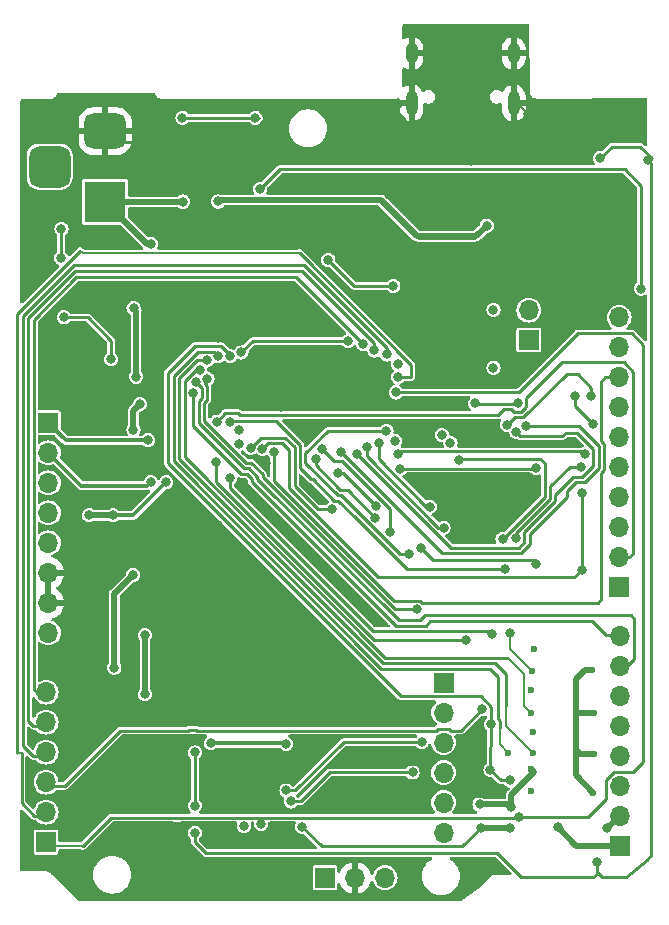
<source format=gbr>
%TF.GenerationSoftware,KiCad,Pcbnew,7.0.10*%
%TF.CreationDate,2024-04-20T18:17:20+05:30*%
%TF.ProjectId,rp2040-basic-m1,72703230-3430-42d6-9261-7369632d6d31,V2.2.5*%
%TF.SameCoordinates,Original*%
%TF.FileFunction,Copper,L2,Bot*%
%TF.FilePolarity,Positive*%
%FSLAX46Y46*%
G04 Gerber Fmt 4.6, Leading zero omitted, Abs format (unit mm)*
G04 Created by KiCad (PCBNEW 7.0.10) date 2024-04-20 18:17:20*
%MOMM*%
%LPD*%
G01*
G04 APERTURE LIST*
G04 Aperture macros list*
%AMRoundRect*
0 Rectangle with rounded corners*
0 $1 Rounding radius*
0 $2 $3 $4 $5 $6 $7 $8 $9 X,Y pos of 4 corners*
0 Add a 4 corners polygon primitive as box body*
4,1,4,$2,$3,$4,$5,$6,$7,$8,$9,$2,$3,0*
0 Add four circle primitives for the rounded corners*
1,1,$1+$1,$2,$3*
1,1,$1+$1,$4,$5*
1,1,$1+$1,$6,$7*
1,1,$1+$1,$8,$9*
0 Add four rect primitives between the rounded corners*
20,1,$1+$1,$2,$3,$4,$5,0*
20,1,$1+$1,$4,$5,$6,$7,0*
20,1,$1+$1,$6,$7,$8,$9,0*
20,1,$1+$1,$8,$9,$2,$3,0*%
G04 Aperture macros list end*
%TA.AperFunction,ComponentPad*%
%ADD10R,1.700000X1.700000*%
%TD*%
%TA.AperFunction,ComponentPad*%
%ADD11O,1.700000X1.700000*%
%TD*%
%TA.AperFunction,ComponentPad*%
%ADD12O,1.000000X2.100000*%
%TD*%
%TA.AperFunction,ComponentPad*%
%ADD13O,1.000000X1.800000*%
%TD*%
%TA.AperFunction,ComponentPad*%
%ADD14R,3.500000X3.500000*%
%TD*%
%TA.AperFunction,ComponentPad*%
%ADD15RoundRect,0.750000X-1.000000X0.750000X-1.000000X-0.750000X1.000000X-0.750000X1.000000X0.750000X0*%
%TD*%
%TA.AperFunction,ComponentPad*%
%ADD16RoundRect,0.875000X-0.875000X0.875000X-0.875000X-0.875000X0.875000X-0.875000X0.875000X0.875000X0*%
%TD*%
%TA.AperFunction,ViaPad*%
%ADD17C,0.800000*%
%TD*%
%TA.AperFunction,ViaPad*%
%ADD18C,0.600000*%
%TD*%
%TA.AperFunction,Conductor*%
%ADD19C,0.250000*%
%TD*%
%TA.AperFunction,Conductor*%
%ADD20C,0.350000*%
%TD*%
%TA.AperFunction,Conductor*%
%ADD21C,0.200000*%
%TD*%
%TA.AperFunction,Conductor*%
%ADD22C,0.500000*%
%TD*%
G04 APERTURE END LIST*
D10*
%TO.P,J7,1,Pin_1*%
%TO.N,Net-(J7-Pin_1)*%
X107850000Y-71680500D03*
D11*
%TO.P,J7,2,Pin_2*%
%TO.N,Net-(J7-Pin_2)*%
X107850000Y-74220500D03*
%TO.P,J7,3,Pin_3*%
%TO.N,20*%
X107850000Y-76760500D03*
%TO.P,J7,4,Pin_4*%
%TO.N,21*%
X107850000Y-79300500D03*
%TO.P,J7,5,Pin_5*%
%TO.N,Net-(J7-Pin_5)*%
X107850000Y-81840500D03*
%TO.P,J7,6,Pin_6*%
%TO.N,Net-(J7-Pin_6)*%
X107850000Y-84380500D03*
%TD*%
D10*
%TO.P,J5,1,Pin_1*%
%TO.N,Net-(J5-Pin_1)*%
X74200000Y-85200000D03*
D11*
%TO.P,J5,2,Pin_2*%
%TO.N,Net-(J5-Pin_2)*%
X74200000Y-82660000D03*
%TO.P,J5,3,Pin_3*%
%TO.N,Net-(J5-Pin_3)*%
X74200000Y-80120000D03*
%TO.P,J5,4,Pin_4*%
%TO.N,Net-(J5-Pin_4)*%
X74200000Y-77580000D03*
%TO.P,J5,5,Pin_5*%
%TO.N,Net-(J5-Pin_5)*%
X74200000Y-75040000D03*
%TO.P,J5,6,Pin_6*%
%TO.N,Net-(J5-Pin_6)*%
X74200000Y-72500000D03*
%TD*%
D10*
%TO.P,J6,1,Pin_1*%
%TO.N,Net-(J6-Pin_1)*%
X74400000Y-49690500D03*
D11*
%TO.P,J6,2,Pin_2*%
%TO.N,Net-(J6-Pin_2)*%
X74400000Y-52230500D03*
%TO.P,J6,3,Pin_3*%
%TO.N,26*%
X74400000Y-54770500D03*
%TO.P,J6,4,Pin_4*%
%TO.N,3V*%
X74400000Y-57310500D03*
%TO.P,J6,5,Pin_5*%
%TO.N,5V*%
X74400000Y-59850500D03*
%TO.P,J6,6,Pin_6*%
%TO.N,GND*%
X74400000Y-62390500D03*
%TO.P,J6,7,Pin_7*%
X74400000Y-64930500D03*
%TO.P,J6,8,Pin_8*%
%TO.N,VIN*%
X74400000Y-67470500D03*
%TD*%
D10*
%TO.P,J3,1,Pin_1*%
%TO.N,Net-(J3-Pin_1)*%
X122720000Y-63620500D03*
D11*
%TO.P,J3,2,Pin_2*%
%TO.N,Net-(J3-Pin_2)*%
X122720000Y-61080500D03*
%TO.P,J3,3,Pin_3*%
%TO.N,Net-(J3-Pin_3)*%
X122720000Y-58540500D03*
%TO.P,J3,4,Pin_4*%
%TO.N,Net-(J3-Pin_4)*%
X122720000Y-56000500D03*
%TO.P,J3,5,Pin_5*%
%TO.N,Net-(J3-Pin_5)*%
X122720000Y-53460500D03*
%TO.P,J3,6,Pin_6*%
%TO.N,Net-(J3-Pin_6)*%
X122720000Y-50920500D03*
%TO.P,J3,7,Pin_7*%
%TO.N,Net-(J3-Pin_7)*%
X122720000Y-48380500D03*
%TO.P,J3,8,Pin_8*%
%TO.N,Net-(J3-Pin_8)*%
X122720000Y-45840500D03*
%TO.P,J3,9,Pin_9*%
%TO.N,Net-(J3-Pin_9)*%
X122720000Y-43300500D03*
%TO.P,J3,10,Pin_10*%
%TO.N,17*%
X122720000Y-40760500D03*
%TD*%
D10*
%TO.P,J10,1,Pin_1*%
%TO.N,Net-(D2-VDD)*%
X115070000Y-42685000D03*
D11*
%TO.P,J10,2,Pin_2*%
%TO.N,3V*%
X115070000Y-40145000D03*
%TD*%
D12*
%TO.P,J1,S1,SHIELD*%
%TO.N,GND*%
X113795000Y-22610500D03*
D13*
X113795000Y-18410500D03*
D12*
X105155000Y-22610500D03*
D13*
X105155000Y-18410500D03*
%TD*%
D10*
%TO.P,J4,1,Pin_1*%
%TO.N,RX*%
X122775000Y-85480000D03*
D11*
%TO.P,J4,2,Pin_2*%
%TO.N,Net-(J4-Pin_2)*%
X122775000Y-82940000D03*
%TO.P,J4,3,Pin_3*%
%TO.N,Net-(J4-Pin_3)*%
X122775000Y-80400000D03*
%TO.P,J4,4,Pin_4*%
%TO.N,Net-(J4-Pin_4)*%
X122775000Y-77860000D03*
%TO.P,J4,5,Pin_5*%
%TO.N,Net-(J4-Pin_5)*%
X122775000Y-75320000D03*
%TO.P,J4,6,Pin_6*%
%TO.N,Net-(J4-Pin_6)*%
X122775000Y-72780000D03*
%TO.P,J4,7,Pin_7*%
%TO.N,Net-(J4-Pin_7)*%
X122775000Y-70240000D03*
%TO.P,J4,8,Pin_8*%
%TO.N,Net-(J4-Pin_8)*%
X122775000Y-67700000D03*
%TD*%
D14*
%TO.P,J9,1*%
%TO.N,VIN*%
X79198000Y-30992500D03*
D15*
%TO.P,J9,2*%
%TO.N,GND*%
X79198000Y-24992500D03*
D16*
%TO.P,J9,3*%
%TO.N,unconnected-(J9-Pad3)*%
X74498000Y-27992500D03*
%TD*%
D10*
%TO.P,J8,1,Pin_1*%
%TO.N,Net-(J8-Pin_1)*%
X97820000Y-88200000D03*
D11*
%TO.P,J8,2,Pin_2*%
%TO.N,GND*%
X100360000Y-88200000D03*
%TO.P,J8,3,Pin_3*%
%TO.N,Net-(J8-Pin_3)*%
X102900000Y-88200000D03*
%TD*%
D17*
%TO.N,GND*%
X110500000Y-35100000D03*
X83795000Y-47638780D03*
X115000000Y-23530500D03*
X88200000Y-89510000D03*
X94540000Y-58790000D03*
X83650000Y-52820000D03*
X104034765Y-29715235D03*
X106480000Y-40960500D03*
X90200000Y-38372500D03*
X98640000Y-29560000D03*
X92780000Y-53070500D03*
X107034264Y-38234264D03*
X94520000Y-73060000D03*
X118481300Y-51272200D03*
X95210000Y-46538500D03*
X108780000Y-45020000D03*
X88140000Y-72970000D03*
X78780000Y-54230000D03*
X96219750Y-85280250D03*
X96950000Y-55690500D03*
X80550000Y-38760500D03*
X102068000Y-38918500D03*
X103975000Y-36935500D03*
X97496000Y-45522500D03*
X92780000Y-53070500D03*
X97496000Y-46538500D03*
X95210000Y-45522500D03*
X98004000Y-34330500D03*
X119312500Y-39210500D03*
X96226000Y-46538500D03*
X94080000Y-48321000D03*
X122300000Y-30960500D03*
X96158000Y-33874000D03*
X85800000Y-27710500D03*
X110180000Y-27500000D03*
X88750000Y-58382500D03*
X109620000Y-31800000D03*
X92094000Y-33874000D03*
X96226000Y-45522500D03*
X111180019Y-49789984D03*
X100580000Y-27140000D03*
X103710000Y-23410500D03*
X100460000Y-35802500D03*
X114600000Y-32300000D03*
X88759500Y-42474500D03*
X78429400Y-42566800D03*
X106884000Y-55218500D03*
X93910000Y-89410000D03*
X93300000Y-64700000D03*
X111700000Y-55250000D03*
X95210000Y-47554500D03*
X78780000Y-64940500D03*
X92570000Y-56830500D03*
X92000000Y-27810500D03*
X109760000Y-33030000D03*
X89440000Y-60390000D03*
%TO.N,Net-(R6-Pad1)*%
X91900000Y-23860500D03*
X85750000Y-23860500D03*
%TO.N,Net-(J3-Pin_3)*%
X89753000Y-49591800D03*
X113098000Y-62058500D03*
%TO.N,Net-(J3-Pin_4)*%
X90550000Y-50260500D03*
X88612000Y-53005800D03*
X109789000Y-68043100D03*
%TO.N,Net-(J3-Pin_5)*%
X119455600Y-53389200D03*
X113980500Y-59470900D03*
X111978000Y-67595500D03*
X90540000Y-51490500D03*
X89760000Y-54360500D03*
%TO.N,Net-(J3-Pin_6)*%
X119823400Y-52312000D03*
X91520000Y-51830500D03*
X98416344Y-56992271D03*
X104022000Y-52349800D03*
%TO.N,Net-(J3-Pin_8)*%
X93509056Y-52120100D03*
%TO.N,Net-(J5-Pin_1)*%
X103830000Y-47110500D03*
X114225000Y-83050000D03*
%TO.N,Net-(J5-Pin_2)*%
X104020000Y-45800500D03*
%TO.N,Net-(J5-Pin_3)*%
X109161000Y-52834700D03*
X112857000Y-59529400D03*
X111098000Y-73956200D03*
X104010000Y-44710500D03*
%TO.N,Net-(J5-Pin_4)*%
X103040000Y-43900500D03*
%TO.N,Net-(J5-Pin_5)*%
X102005000Y-43564600D03*
%TO.N,Net-(J5-Pin_6)*%
X101050000Y-43010500D03*
%TO.N,Net-(J7-Pin_1)*%
X101351000Y-51767100D03*
X107850000Y-58571000D03*
%TO.N,Net-(J7-Pin_2)*%
X106675000Y-56794300D03*
X102360000Y-51360500D03*
%TO.N,Net-(J3-Pin_1)*%
X79706000Y-44296500D03*
X75464000Y-35728300D03*
X75500000Y-33260500D03*
X124588500Y-38318300D03*
X75700000Y-40760500D03*
X92330000Y-29870000D03*
%TO.N,Net-(J3-Pin_2)*%
X88637303Y-49589197D03*
%TO.N,Net-(J7-Pin_5)*%
X107704574Y-50702676D03*
%TO.N,Net-(J7-Pin_6)*%
X108436000Y-51384600D03*
%TO.N,Net-(J8-Pin_1)*%
X97024336Y-52727811D03*
X102091873Y-57708101D03*
%TO.N,Net-(J8-Pin_3)*%
X103301000Y-58916700D03*
X97600000Y-51910500D03*
%TO.N,14*%
X120350000Y-47430000D03*
X113250000Y-49860500D03*
%TO.N,26*%
X94540000Y-76870000D03*
X88140000Y-76810000D03*
X102100000Y-56700000D03*
X98900000Y-53900000D03*
D18*
%TO.N,3V*%
X115280000Y-72350000D03*
X115500000Y-68820000D03*
D17*
X113500305Y-84000000D03*
X111000000Y-84000000D03*
D18*
X115460000Y-75830000D03*
D17*
X84380000Y-54730000D03*
X110900000Y-82000000D03*
X95900000Y-83900000D03*
X77850000Y-57510000D03*
X113600000Y-82200000D03*
D18*
X115280000Y-79020000D03*
D17*
X103600000Y-38100000D03*
X82570000Y-72670000D03*
X115696000Y-53481700D03*
X82560000Y-67670000D03*
X79880000Y-57510000D03*
X104200000Y-53559600D03*
X98100000Y-35900000D03*
%TO.N,Net-(J3-Pin_9)*%
X99180000Y-52190500D03*
X114871508Y-49951638D03*
%TO.N,Net-(D2-VDD)*%
X112080000Y-40120000D03*
D18*
%TO.N,5V*%
X120560000Y-74220000D03*
D17*
X121100000Y-27300000D03*
D18*
X120560000Y-77690000D03*
X120430000Y-70660000D03*
D17*
X86800000Y-77600000D03*
X125200000Y-27400000D03*
X86800000Y-84400000D03*
D18*
X120540000Y-81030000D03*
D17*
X120850000Y-86850000D03*
X86800000Y-82100000D03*
%TO.N,RX*%
X111825000Y-79075000D03*
X113450000Y-79950000D03*
X117515000Y-83915000D03*
X111900000Y-75200000D03*
X89782000Y-44029300D03*
%TO.N,Net-(J4-Pin_2)*%
X121700000Y-84002948D03*
X90740000Y-43730500D03*
X99772000Y-42787900D03*
%TO.N,Net-(J4-Pin_7)*%
X86896911Y-46233144D03*
%TO.N,Net-(J4-Pin_8)*%
X86659000Y-47203830D03*
D18*
%TO.N,Net-(Q3-S)*%
X115240000Y-80840000D03*
D17*
X88783000Y-44045500D03*
D18*
X113350000Y-77640000D03*
%TO.N,Net-(Q4-S)*%
X115400000Y-77650000D03*
D17*
X87844000Y-44386400D03*
D18*
%TO.N,Net-(Q5-S)*%
X115300000Y-74280000D03*
D17*
X87235000Y-45179600D03*
%TO.N,Net-(Q6-S)*%
X115696000Y-61636600D03*
X105581000Y-65483000D03*
D18*
X115340000Y-70720000D03*
D17*
X113500000Y-67500000D03*
X87859000Y-45960400D03*
X105906000Y-60294900D03*
%TO.N,VIN*%
X79980000Y-70410000D03*
X83110000Y-34535500D03*
X81830000Y-45780000D03*
X81610000Y-39990000D03*
X81560000Y-62570000D03*
X85790000Y-30960000D03*
X81600000Y-50260000D03*
X82140000Y-48110000D03*
%TO.N,20*%
X104954000Y-60796900D03*
X94550000Y-80820000D03*
X106000000Y-76730000D03*
X90960000Y-83835500D03*
X103020000Y-50400500D03*
%TO.N,21*%
X103760000Y-51220500D03*
X105230000Y-79290000D03*
X92420000Y-83650000D03*
X94937590Y-81741835D03*
%TO.N,17*%
X114129049Y-48049049D03*
X110550000Y-48030000D03*
X100500000Y-52290500D03*
X114028003Y-50488764D03*
X112080000Y-45020000D03*
%TO.N,VBUS*%
X111500000Y-33000000D03*
X88770000Y-30950000D03*
%TO.N,Net-(JP3-C)*%
X92518055Y-51892879D03*
X119554000Y-62127800D03*
X119549300Y-55639100D03*
X120470000Y-49770000D03*
X118990000Y-47410000D03*
%TO.N,Net-(J6-Pin_1)*%
X82830000Y-51170000D03*
%TO.N,Net-(J6-Pin_2)*%
X83080000Y-54710000D03*
%TD*%
D19*
%TO.N,GND*%
X112662235Y-51272200D02*
X118481300Y-51272200D01*
X93860763Y-58245456D02*
X93860763Y-58121263D01*
D20*
X82240000Y-54230000D02*
X83650000Y-52820000D01*
D21*
X104510000Y-22610500D02*
X103710000Y-23410500D01*
D19*
X78780000Y-64940500D02*
X78780000Y-63770000D01*
X119083000Y-39440000D02*
X119312500Y-39210500D01*
X93860763Y-58121263D02*
X92570000Y-56830500D01*
X109620000Y-31800000D02*
X109760000Y-31940000D01*
X88759500Y-42474500D02*
X86124500Y-42474500D01*
X110350000Y-35100000D02*
X106531500Y-38918500D01*
X98004000Y-34330500D02*
X96614500Y-34330500D01*
D22*
X106910000Y-26610500D02*
X107900000Y-26610500D01*
X93810000Y-89510000D02*
X93910000Y-89410000D01*
D19*
X103500000Y-30250000D02*
X98825000Y-30250000D01*
X118930000Y-39440000D02*
X119083000Y-39440000D01*
X85175000Y-27710500D02*
X85800000Y-27710500D01*
X79275000Y-25885500D02*
X83350000Y-25885500D01*
X97496000Y-46538500D02*
X96226000Y-46538500D01*
X78780000Y-63770000D02*
X84167500Y-58382500D01*
X108070000Y-30250000D02*
X109620000Y-31800000D01*
X91710500Y-28100000D02*
X92000000Y-27810500D01*
X115939500Y-30960500D02*
X114600000Y-32300000D01*
X108789500Y-27500000D02*
X107900000Y-26610500D01*
X109589500Y-44070000D02*
X116636104Y-44070000D01*
X83350000Y-25885500D02*
X85175000Y-27710500D01*
D20*
X83795000Y-52675000D02*
X83795000Y-47638780D01*
D22*
X74400000Y-62390500D02*
X74400000Y-64930500D01*
D19*
X95210000Y-46538500D02*
X96226000Y-46538500D01*
D20*
X83650000Y-52820000D02*
X83795000Y-52675000D01*
D19*
X106480000Y-40960500D02*
X109589500Y-44070000D01*
D22*
X115000000Y-23530500D02*
X115000000Y-24460500D01*
D19*
X98988000Y-34330500D02*
X100460000Y-35802500D01*
X107034264Y-40406236D02*
X107034264Y-38234264D01*
X118930000Y-41776104D02*
X118930000Y-39440000D01*
X104569530Y-30250000D02*
X108070000Y-30250000D01*
X110500000Y-35100000D02*
X111800000Y-35100000D01*
X96614500Y-34330500D02*
X96158000Y-33874000D01*
X86189500Y-28100000D02*
X91710500Y-28100000D01*
X86124500Y-42474500D02*
X82410500Y-38760500D01*
X83795000Y-47638780D02*
X83460720Y-47304500D01*
X110180000Y-27500000D02*
X108789500Y-27500000D01*
X98825000Y-30250000D02*
X98640000Y-30065000D01*
X77900000Y-43096200D02*
X78429400Y-42566800D01*
D21*
X113795000Y-22610500D02*
X114080000Y-22610500D01*
D19*
X89275000Y-41959000D02*
X88759500Y-42474500D01*
X85700000Y-27660500D02*
X85750000Y-27610500D01*
D22*
X115000000Y-24460500D02*
X112850000Y-26610500D01*
D19*
X85800000Y-27710500D02*
X86189500Y-28100000D01*
D20*
X78780000Y-54230000D02*
X82240000Y-54230000D01*
D21*
X89440000Y-59072500D02*
X88750000Y-58382500D01*
X89440000Y-60390000D02*
X89440000Y-59072500D01*
D19*
X106531500Y-38918500D02*
X102068000Y-38918500D01*
D22*
X88200000Y-89510000D02*
X93810000Y-89510000D01*
X107900000Y-26610500D02*
X112850000Y-26610500D01*
X78770000Y-64930500D02*
X78780000Y-64940500D01*
D19*
X85800000Y-27710500D02*
X85700000Y-27660500D01*
X101593000Y-36935500D02*
X100460000Y-35802500D01*
X90200000Y-38372500D02*
X89275000Y-39297500D01*
D21*
X105155000Y-18410500D02*
X105155000Y-22610500D01*
D19*
X82410500Y-38760500D02*
X80550000Y-38760500D01*
D22*
X94540000Y-58790000D02*
X94405307Y-58790000D01*
D19*
X109760000Y-31940000D02*
X109760000Y-33030000D01*
X110500000Y-35100000D02*
X110350000Y-35100000D01*
D21*
X111668500Y-55218500D02*
X106884000Y-55218500D01*
D19*
X98640000Y-30065000D02*
X98640000Y-29560000D01*
D22*
X74400000Y-64930500D02*
X78770000Y-64930500D01*
X103710000Y-23410500D02*
X106910000Y-26610500D01*
D19*
X104034765Y-29715235D02*
X104569530Y-30250000D01*
D21*
X113795000Y-18410500D02*
X113795000Y-22610500D01*
X105155000Y-22610500D02*
X104510000Y-22610500D01*
D19*
X122300000Y-30960500D02*
X115939500Y-30960500D01*
X106480000Y-40960500D02*
X107034264Y-40406236D01*
X98004000Y-34330500D02*
X98988000Y-34330500D01*
X78894500Y-47304500D02*
X77900000Y-46310000D01*
X111180019Y-49789984D02*
X112662235Y-51272200D01*
X104034765Y-29715235D02*
X103500000Y-30250000D01*
D20*
X88140000Y-72970000D02*
X94430000Y-72970000D01*
D21*
X114080000Y-22610500D02*
X115000000Y-23530500D01*
D19*
X84167500Y-58382500D02*
X88750000Y-58382500D01*
X77900000Y-46310000D02*
X77900000Y-43096200D01*
X83460720Y-47304500D02*
X78894500Y-47304500D01*
D20*
X94430000Y-72970000D02*
X94520000Y-73060000D01*
D19*
X116636104Y-44070000D02*
X118930000Y-41776104D01*
X88775000Y-58407500D02*
X88750000Y-58382500D01*
X89275000Y-39297500D02*
X89275000Y-41959000D01*
D21*
X111700000Y-55250000D02*
X111668500Y-55218500D01*
D19*
X103975000Y-36935500D02*
X101593000Y-36935500D01*
X111800000Y-35100000D02*
X114600000Y-32300000D01*
D22*
X94405307Y-58790000D02*
X93860763Y-58245456D01*
D19*
%TO.N,Net-(R6-Pad1)*%
X85775000Y-23885500D02*
X85750000Y-23860500D01*
X85725000Y-23885500D02*
X85700000Y-23885500D01*
X85725000Y-23860500D02*
X85700000Y-23885500D01*
X91875000Y-23885500D02*
X85775000Y-23885500D01*
X92200000Y-23885500D02*
X91925000Y-23885500D01*
X85750000Y-23860500D02*
X85725000Y-23860500D01*
X91925000Y-23885500D02*
X91900000Y-23860500D01*
X85750000Y-23860500D02*
X85725000Y-23885500D01*
X91900000Y-23860500D02*
X91875000Y-23885500D01*
%TO.N,Net-(J3-Pin_3)*%
X98955971Y-56267271D02*
X98567271Y-56267271D01*
X89829000Y-49515800D02*
X89753000Y-49591800D01*
X95704000Y-53527800D02*
X95704000Y-51537000D01*
X96769500Y-54469500D02*
X96646000Y-54469500D01*
X93683000Y-49515800D02*
X89829000Y-49515800D01*
X96646000Y-54469500D02*
X95704000Y-53527800D01*
X100391000Y-57702300D02*
X98955971Y-56267271D01*
X113098000Y-62058500D02*
X104748000Y-62058500D01*
X95704000Y-51537000D02*
X93683000Y-49515800D01*
X98567271Y-56267271D02*
X96769500Y-54469500D01*
X104748000Y-62058500D02*
X100391000Y-57702300D01*
%TO.N,Net-(J3-Pin_4)*%
X88612000Y-54658800D02*
X88612000Y-53005800D01*
X101996000Y-68043100D02*
X88612000Y-54658800D01*
X109789000Y-68043100D02*
X101996000Y-68043100D01*
%TO.N,Net-(J3-Pin_5)*%
X116871000Y-55039000D02*
X116871000Y-56151396D01*
X113980500Y-59042206D02*
X113980500Y-59470900D01*
X89760000Y-54360500D02*
X89760000Y-55170000D01*
X89760000Y-55170000D02*
X101908000Y-67318000D01*
X116871000Y-56151396D02*
X116737489Y-56284907D01*
X119455600Y-53389200D02*
X118520800Y-53389200D01*
X101908000Y-67318000D02*
X111701000Y-67318000D01*
X111701000Y-67318000D02*
X111978000Y-67595500D01*
X118520800Y-53389200D02*
X116871000Y-55039000D01*
X116737489Y-56284907D02*
X113980500Y-59042206D01*
%TO.N,Net-(J3-Pin_6)*%
X104262000Y-52109600D02*
X104022000Y-52349800D01*
X94459000Y-50944900D02*
X92406000Y-50944900D01*
X95254000Y-55060000D02*
X95254000Y-51739700D01*
X98416344Y-56992271D02*
X97186271Y-56992271D01*
X92406000Y-50944900D02*
X91520000Y-51830500D01*
X119984000Y-52109600D02*
X119621000Y-52109600D01*
X119621000Y-52109600D02*
X119823400Y-52312000D01*
X119621000Y-52109600D02*
X104262000Y-52109600D01*
X95254000Y-51739700D02*
X94459000Y-50944900D01*
X97186271Y-56992271D02*
X95254000Y-55060000D01*
%TO.N,Net-(J3-Pin_8)*%
X103679000Y-64757900D02*
X105882000Y-64757900D01*
X105882000Y-64757900D02*
X106031000Y-64907300D01*
X93509056Y-54587956D02*
X103679000Y-64757900D01*
X121200000Y-64640400D02*
X121200000Y-53943496D01*
X121200000Y-53943496D02*
X121448700Y-53694796D01*
X121200000Y-46200000D02*
X121559500Y-45840500D01*
X121200000Y-51221504D02*
X121200000Y-46200000D01*
X121448700Y-51470204D02*
X121200000Y-51221504D01*
X121559500Y-45840500D02*
X122720000Y-45840500D01*
X121448700Y-53694796D02*
X121448700Y-51470204D01*
X120933100Y-64907300D02*
X121200000Y-64640400D01*
X93509056Y-52120100D02*
X93509056Y-54587956D01*
X106031000Y-64907300D02*
X120933100Y-64907300D01*
%TO.N,Net-(J5-Pin_1)*%
X123895000Y-79225000D02*
X124728000Y-78392000D01*
X77240500Y-85490500D02*
X77359500Y-85490500D01*
X85614805Y-83110500D02*
X114164500Y-83110500D01*
X124728000Y-43078000D02*
X123775500Y-42125500D01*
X119217000Y-42125500D02*
X114232000Y-47110500D01*
X114164500Y-83110500D02*
X114225000Y-83050000D01*
X124728000Y-78392000D02*
X124728000Y-43078000D01*
X79739500Y-83110500D02*
X84985195Y-83110500D01*
X114225000Y-83050000D02*
X114285500Y-83110500D01*
X114232000Y-47110500D02*
X103830000Y-47110500D01*
X120070000Y-83050000D02*
X121600000Y-81520000D01*
X123775500Y-42125500D02*
X119217000Y-42125500D01*
X84999695Y-83125000D02*
X85600305Y-83125000D01*
X121600000Y-81520000D02*
X121600000Y-79913299D01*
D21*
X77240500Y-85490500D02*
X74160000Y-85490500D01*
D19*
X122288299Y-79225000D02*
X123895000Y-79225000D01*
X121600000Y-79913299D02*
X122288299Y-79225000D01*
X85600305Y-83125000D02*
X85614805Y-83110500D01*
X77359500Y-85490500D02*
X79739500Y-83110500D01*
X114225000Y-83050000D02*
X120070000Y-83050000D01*
X84985195Y-83110500D02*
X84999695Y-83125000D01*
%TO.N,Net-(J5-Pin_2)*%
X95610000Y-35330000D02*
X95669896Y-35330000D01*
X77088951Y-35128951D02*
X71775000Y-40442400D01*
X74160000Y-82950500D02*
X73150500Y-82950500D01*
D21*
X77290000Y-35330000D02*
X95669896Y-35330000D01*
D19*
X71775000Y-40442400D02*
X71775000Y-77627800D01*
D21*
X72122617Y-77627800D02*
X72122774Y-77627957D01*
D19*
X95669896Y-35330000D02*
X105109500Y-44769604D01*
D21*
X71775000Y-77627800D02*
X72122617Y-77627800D01*
D19*
X72120837Y-81920837D02*
X72122774Y-77627957D01*
X105109500Y-45800500D02*
X104020000Y-45800500D01*
D21*
X72122774Y-77627957D02*
X72006974Y-77627957D01*
D19*
X105109500Y-44769604D02*
X105109500Y-45800500D01*
X73150500Y-82950500D02*
X72120837Y-81920837D01*
D21*
X77088951Y-35128951D02*
X77290000Y-35330000D01*
D19*
%TO.N,Net-(J5-Pin_3)*%
X74160000Y-80410500D02*
X75814500Y-80410500D01*
X108501201Y-75750000D02*
X109304200Y-75750000D01*
X86900305Y-75675000D02*
X86975305Y-75750000D01*
X107198799Y-75750000D02*
X107363299Y-75585500D01*
X116421000Y-55965000D02*
X116421000Y-53115600D01*
X107363299Y-75585500D02*
X108336701Y-75585500D01*
X116049000Y-52743600D02*
X109252000Y-52743600D01*
X108336701Y-75585500D02*
X108501201Y-75750000D01*
X112857000Y-59529400D02*
X116421000Y-55965000D01*
X86975305Y-75750000D02*
X107198799Y-75750000D01*
X80475000Y-75750000D02*
X86224695Y-75750000D01*
X116421000Y-53115600D02*
X116049000Y-52743600D01*
X86224695Y-75750000D02*
X86299695Y-75675000D01*
X86299695Y-75675000D02*
X86900305Y-75675000D01*
X75814500Y-80410500D02*
X80475000Y-75750000D01*
X109252000Y-52743600D02*
X109161000Y-52834700D01*
X109304200Y-75750000D02*
X111098000Y-73956200D01*
%TO.N,Net-(J5-Pin_4)*%
X103040000Y-43900500D02*
X103040000Y-43336500D01*
X72237000Y-40617400D02*
X72237000Y-77037000D01*
X73070500Y-77870500D02*
X74160000Y-77870500D01*
X72237000Y-77037000D02*
X73070500Y-77870500D01*
X76554400Y-36300000D02*
X72237000Y-40617400D01*
X103040000Y-43336500D02*
X96003500Y-36300000D01*
X96003500Y-36300000D02*
X76554400Y-36300000D01*
%TO.N,Net-(J5-Pin_5)*%
X76660600Y-36830000D02*
X72695000Y-40795600D01*
X72695000Y-40795600D02*
X72695000Y-74895000D01*
X72695000Y-74895000D02*
X73130500Y-75330500D01*
X95896900Y-36830000D02*
X76660600Y-36830000D01*
X73130500Y-75330500D02*
X74160000Y-75330500D01*
X102005000Y-43564600D02*
X102005000Y-42938100D01*
X102005000Y-42938100D02*
X95896900Y-36830000D01*
%TO.N,Net-(J5-Pin_6)*%
X95399500Y-37360000D02*
X76767400Y-37360000D01*
X101050000Y-43010500D02*
X95399500Y-37360000D01*
X73161000Y-40966400D02*
X73161000Y-72261000D01*
X73432500Y-72532500D02*
X74160000Y-72532500D01*
X73161000Y-72261000D02*
X73432500Y-72532500D01*
X76767400Y-37360000D02*
X73161000Y-40966400D01*
%TO.N,Net-(J7-Pin_1)*%
X101351000Y-51767100D02*
X101351000Y-52495800D01*
X101351000Y-52495800D02*
X107426000Y-58570900D01*
X107850000Y-58570900D02*
X107850000Y-58571000D01*
X107426000Y-58570900D02*
X107850000Y-58570900D01*
%TO.N,Net-(J7-Pin_2)*%
X102360000Y-52745100D02*
X106409000Y-56794300D01*
X106409000Y-56794300D02*
X106675000Y-56794300D01*
X102360000Y-51360500D02*
X102360000Y-52745100D01*
%TO.N,Net-(J3-Pin_1)*%
X123175000Y-28225000D02*
X124588500Y-29638500D01*
X75464000Y-33224500D02*
X75500000Y-33260500D01*
X79706000Y-42751300D02*
X79706000Y-44296500D01*
X93975000Y-28225000D02*
X123175000Y-28225000D01*
X75700000Y-40760500D02*
X77715200Y-40760500D01*
X77715200Y-40760500D02*
X79706000Y-42751300D01*
X92330000Y-29870000D02*
X93975000Y-28225000D01*
X75464000Y-33296500D02*
X75464000Y-35728300D01*
X75500000Y-33260500D02*
X75464000Y-33296500D01*
X124588500Y-29638500D02*
X124588500Y-38318300D01*
%TO.N,Net-(J3-Pin_2)*%
X89359700Y-48866800D02*
X88637303Y-49589197D01*
X112970000Y-48550000D02*
X112474000Y-49046000D01*
X123912400Y-45353000D02*
X123129900Y-44570500D01*
X90432800Y-48866800D02*
X89359700Y-48866800D01*
X113604695Y-48550000D02*
X112970000Y-48550000D01*
X114854049Y-48349354D02*
X114429354Y-48774049D01*
X123594500Y-61080500D02*
X123912400Y-60762600D01*
X114429354Y-48774049D02*
X113828744Y-48774049D01*
X112474000Y-49046000D02*
X90612000Y-49046000D01*
X114854049Y-47585951D02*
X114854049Y-48349354D01*
X122720000Y-61080500D02*
X123594500Y-61080500D01*
X123912400Y-60762600D02*
X123912400Y-45353000D01*
X123129900Y-44570500D02*
X117869500Y-44570500D01*
X117869500Y-44570500D02*
X114854049Y-47585951D01*
X113828744Y-48774049D02*
X113604695Y-48550000D01*
X90612000Y-49046000D02*
X90432800Y-48866800D01*
%TO.N,Net-(J8-Pin_1)*%
X99103667Y-55367271D02*
X97024336Y-53287940D01*
X97024336Y-53287940D02*
X97024336Y-52727811D01*
X99751043Y-55367271D02*
X99103667Y-55367271D01*
X102091873Y-57708101D02*
X99751043Y-55367271D01*
%TO.N,Net-(J8-Pin_3)*%
X98605000Y-52915500D02*
X99268608Y-52915500D01*
X99268608Y-52915500D02*
X102743000Y-56389851D01*
X103301000Y-56965500D02*
X103301000Y-58916700D01*
X97600000Y-51910500D02*
X98605000Y-52915500D01*
X102743000Y-56407300D02*
X103301000Y-56965500D01*
X102743000Y-56389851D02*
X102743000Y-56407300D01*
%TO.N,14*%
X119200000Y-45570000D02*
X120350000Y-46720000D01*
X120350000Y-46720000D02*
X120350000Y-47430000D01*
X113250000Y-49860500D02*
X113886451Y-49224049D01*
X114615951Y-49224049D02*
X118270000Y-45570000D01*
X118270000Y-45570000D02*
X119200000Y-45570000D01*
X113886451Y-49224049D02*
X114615951Y-49224049D01*
%TO.N,26*%
X99300000Y-53900000D02*
X98900000Y-53900000D01*
X102100000Y-56700000D02*
X99300000Y-53900000D01*
D20*
X88140000Y-76810000D02*
X94480000Y-76810000D01*
X94480000Y-76810000D02*
X94540000Y-76870000D01*
D19*
%TO.N,3V*%
X109444500Y-85555500D02*
X97555500Y-85555500D01*
D22*
X115551828Y-79260000D02*
X115520000Y-79260000D01*
D19*
X115618000Y-53559800D02*
X115696000Y-53481700D01*
D22*
X82570000Y-67680000D02*
X82560000Y-67670000D01*
D19*
X104200000Y-53559800D02*
X115618000Y-53559800D01*
X103600000Y-38100000D02*
X100300000Y-38100000D01*
D20*
X81600000Y-57510000D02*
X84380000Y-54730000D01*
D22*
X111000000Y-84000000D02*
X113500305Y-84000000D01*
X113600000Y-81211828D02*
X115551828Y-79260000D01*
X79880000Y-57510000D02*
X77850000Y-57510000D01*
X82570000Y-72670000D02*
X82570000Y-67680000D01*
D19*
X97555500Y-85555500D02*
X95900000Y-83900000D01*
X100300000Y-38100000D02*
X98100000Y-35900000D01*
D22*
X110900000Y-82000000D02*
X113400000Y-82000000D01*
D19*
X113500305Y-84000000D02*
X113575305Y-83925000D01*
D22*
X113400000Y-82000000D02*
X113600000Y-82200000D01*
D19*
X111000000Y-84000000D02*
X109444500Y-85555500D01*
D22*
X113600000Y-82200000D02*
X113600000Y-81211828D01*
X115520000Y-79260000D02*
X115280000Y-79020000D01*
D19*
X104200000Y-53559600D02*
X104200000Y-53559800D01*
D20*
X79880000Y-57510000D02*
X81600000Y-57510000D01*
D19*
%TO.N,Net-(J3-Pin_9)*%
X118310000Y-55985188D02*
X117371308Y-56923880D01*
X115155500Y-59139938D02*
X115155500Y-59957601D01*
X114879870Y-49960000D02*
X119302100Y-49960000D01*
X118310000Y-55440000D02*
X118310000Y-55985188D01*
X119797900Y-54709200D02*
X119040800Y-54709200D01*
X120998700Y-53508400D02*
X119797900Y-54709200D01*
X119302100Y-49960000D02*
X120998700Y-51656600D01*
X114871508Y-49951638D02*
X114879870Y-49960000D01*
X114376701Y-60736400D02*
X107726000Y-60736400D01*
X117371308Y-56923880D02*
X115155500Y-59139938D01*
X115155500Y-59957601D02*
X114376701Y-60736400D01*
X120998700Y-51656600D02*
X120998700Y-53508400D01*
X107726000Y-60736400D02*
X99180000Y-52190500D01*
X119040800Y-54709200D02*
X118310000Y-55440000D01*
D22*
%TO.N,5V*%
X120540000Y-81030000D02*
X119060000Y-79550000D01*
D19*
X125200000Y-27400000D02*
X125449757Y-27649757D01*
X121274711Y-88163979D02*
X120900000Y-87789268D01*
D22*
X119060000Y-74160000D02*
X119060000Y-71400000D01*
D19*
X124492000Y-26300000D02*
X125492000Y-27300000D01*
X125449757Y-27649757D02*
X125449757Y-86317742D01*
D22*
X119800000Y-70660000D02*
X120430000Y-70660000D01*
D19*
X120524633Y-88164635D02*
X117074712Y-88167656D01*
D22*
X119060000Y-71400000D02*
X119800000Y-70660000D01*
X119060000Y-77350000D02*
X119060000Y-74160000D01*
D19*
X86800000Y-77600000D02*
X86800000Y-82100000D01*
X121100000Y-27300000D02*
X122100000Y-26300000D01*
X117074252Y-88168116D02*
X116550000Y-88168116D01*
X120900000Y-87789268D02*
X120524633Y-88164635D01*
D22*
X119120000Y-74220000D02*
X119060000Y-74160000D01*
D19*
X120850000Y-87739268D02*
X120900000Y-87789268D01*
D22*
X120560000Y-74220000D02*
X119120000Y-74220000D01*
D19*
X122100000Y-26300000D02*
X124492000Y-26300000D01*
X123281549Y-88162221D02*
X121274711Y-88163979D01*
D22*
X120560000Y-77690000D02*
X119400000Y-77690000D01*
D19*
X125449757Y-86317742D02*
X125080796Y-86686703D01*
D22*
X119400000Y-77690000D02*
X119060000Y-77350000D01*
D19*
X86800000Y-84400000D02*
X86800000Y-85200000D01*
X86800000Y-85200000D02*
X87700000Y-86100000D01*
D22*
X119060000Y-79550000D02*
X119060000Y-77350000D01*
D19*
X112375000Y-86100000D02*
X114444959Y-88169959D01*
X117074712Y-88167656D02*
X117074252Y-88168116D01*
X125080796Y-86686703D02*
X123281549Y-88162221D01*
X120850000Y-86850000D02*
X120850000Y-87739268D01*
X114444959Y-88169959D02*
X117074712Y-88167656D01*
X120850000Y-86837500D02*
X120850000Y-86850000D01*
X87700000Y-86100000D02*
X112375000Y-86100000D01*
%TO.N,RX*%
X111900000Y-75200000D02*
X111900000Y-73732895D01*
X111022805Y-72855700D02*
X104262000Y-72855700D01*
X112700000Y-79950000D02*
X111825000Y-79075000D01*
X84520000Y-53113500D02*
X84520000Y-45460000D01*
X89032000Y-43201700D02*
X89782000Y-43951200D01*
X89782000Y-43951200D02*
X89782000Y-44029300D01*
X111825000Y-79075000D02*
X111900000Y-75200000D01*
X86779000Y-43201700D02*
X89032000Y-43201700D01*
X111900000Y-73732895D02*
X111022805Y-72855700D01*
X113450000Y-79950000D02*
X112700000Y-79950000D01*
D22*
X117515000Y-83915000D02*
X119080000Y-85480000D01*
X119080000Y-85480000D02*
X122775000Y-85480000D01*
D19*
X104262000Y-72855700D02*
X84520000Y-53113500D01*
X111900000Y-79100000D02*
X111825000Y-79075000D01*
X84520000Y-45460000D02*
X86779000Y-43201700D01*
%TO.N,Net-(J4-Pin_2)*%
X91683000Y-42787900D02*
X90740000Y-43730500D01*
D22*
X121712052Y-84002948D02*
X122775000Y-82940000D01*
X121700000Y-84002948D02*
X121712052Y-84002948D01*
X122775000Y-82940000D02*
X122510000Y-82675000D01*
D19*
X99772000Y-42787900D02*
X91683000Y-42787900D01*
D22*
%TO.N,Net-(J4-Pin_3)*%
X122775000Y-80400000D02*
X122775000Y-80087500D01*
D19*
%TO.N,Net-(J4-Pin_7)*%
X106300000Y-66000000D02*
X105882200Y-66417800D01*
X90934000Y-53547300D02*
X87109000Y-49722300D01*
X124000000Y-69700000D02*
X124000000Y-66300000D01*
X123700000Y-66000000D02*
X106300000Y-66000000D01*
X92093000Y-54471000D02*
X92093000Y-54235600D01*
X105882200Y-66417800D02*
X104040000Y-66417800D01*
X124000000Y-66300000D02*
X123700000Y-66000000D01*
X123499500Y-70200500D02*
X124000000Y-69700000D01*
X92093000Y-54235600D02*
X91405000Y-53547300D01*
X87384000Y-46758400D02*
X86896911Y-46271311D01*
X87109000Y-47831153D02*
X87384000Y-47556153D01*
X122800000Y-70200500D02*
X123499500Y-70200500D01*
X91405000Y-53547300D02*
X90934000Y-53547300D01*
X86896911Y-46271311D02*
X86896911Y-46233144D01*
X87109000Y-49722300D02*
X87109000Y-47831153D01*
X104040000Y-66417800D02*
X92093000Y-54471000D01*
X87384000Y-47556153D02*
X87384000Y-46758400D01*
%TO.N,Net-(J4-Pin_8)*%
X106700000Y-66500000D02*
X106332000Y-66868000D01*
X91643000Y-54697400D02*
X91643000Y-54422100D01*
X106332000Y-66868000D02*
X103813600Y-66868000D01*
X122800000Y-67660500D02*
X121620500Y-67660500D01*
X86659000Y-49988400D02*
X86659000Y-47203830D01*
X91218000Y-53997400D02*
X90668000Y-53997400D01*
X121620500Y-67660500D02*
X120460000Y-66500000D01*
X90668000Y-53997400D02*
X86659000Y-49988400D01*
X103813600Y-66868000D02*
X91643000Y-54697400D01*
X120460000Y-66500000D02*
X106700000Y-66500000D01*
X91643000Y-54422100D02*
X91218000Y-53997400D01*
D21*
%TO.N,Net-(Q3-S)*%
X112625000Y-76915000D02*
X113350000Y-77640000D01*
D19*
X112500000Y-74774695D02*
X112625000Y-74899695D01*
X102549000Y-70505300D02*
X85001000Y-52957400D01*
X112500000Y-74774695D02*
X112500000Y-71235300D01*
X112500000Y-71235300D02*
X111770000Y-70505300D01*
X85001000Y-52957400D02*
X85001000Y-45685800D01*
X87035000Y-43651900D02*
X88389000Y-43651900D01*
X85001000Y-45685800D02*
X87035000Y-43651900D01*
X88389000Y-43651900D02*
X88783000Y-44045500D01*
X112625000Y-74899695D02*
X112625000Y-75512500D01*
D21*
X112625000Y-75512500D02*
X112625000Y-76915000D01*
D19*
X111770000Y-70505300D02*
X102549000Y-70505300D01*
%TO.N,Net-(Q4-S)*%
X112200000Y-70055200D02*
X113100000Y-70955200D01*
X87844000Y-44386400D02*
X86952000Y-44386400D01*
D21*
X115400000Y-77650000D02*
X113100000Y-75350000D01*
D19*
X102735000Y-70055200D02*
X112200000Y-70055200D01*
X86952000Y-44386400D02*
X85472000Y-45866300D01*
X85472000Y-45866300D02*
X85472000Y-52792000D01*
D21*
X113100000Y-75350000D02*
X113100000Y-73700000D01*
D19*
X85472000Y-52792000D02*
X102735000Y-70055200D01*
X113100000Y-70955200D02*
X113100000Y-73700000D01*
%TO.N,Net-(Q5-S)*%
X86926000Y-45179600D02*
X85934000Y-46172200D01*
D21*
X114680000Y-73660000D02*
X115300000Y-74280000D01*
D19*
X85934000Y-52617200D02*
X102916800Y-69600000D01*
X85934000Y-46172200D02*
X85934000Y-52617200D01*
D21*
X113350000Y-69600000D02*
X114680000Y-70930000D01*
X114680000Y-70930000D02*
X114680000Y-73660000D01*
D19*
X87235000Y-45179600D02*
X86926000Y-45179600D01*
X102916800Y-69600000D02*
X113350000Y-69600000D01*
%TO.N,Net-(Q6-S)*%
X106945000Y-61333400D02*
X105906000Y-60294900D01*
X115393000Y-61333400D02*
X106945000Y-61333400D01*
D21*
X113500000Y-68880000D02*
X113500000Y-67500000D01*
D19*
X92543000Y-54049100D02*
X91591000Y-53097200D01*
X103742000Y-65483000D02*
X92543000Y-54284500D01*
X92543000Y-54284500D02*
X92543000Y-54049100D01*
X91120000Y-53097200D02*
X87580000Y-49557200D01*
X87834000Y-46572004D02*
X87641000Y-46379004D01*
X87834000Y-47742549D02*
X87834000Y-46572004D01*
X87580000Y-47996549D02*
X87834000Y-47742549D01*
X105581000Y-65483000D02*
X103742000Y-65483000D01*
D21*
X115340000Y-70720000D02*
X113500000Y-68880000D01*
D19*
X87641000Y-46178400D02*
X87859000Y-45960400D01*
X87641000Y-46379004D02*
X87641000Y-46178400D01*
X91591000Y-53097200D02*
X91120000Y-53097200D01*
X87580000Y-49557200D02*
X87580000Y-47996549D01*
X115696000Y-61636600D02*
X115393000Y-61333400D01*
D22*
%TO.N,VIN*%
X81830000Y-45780000D02*
X81830000Y-40210000D01*
X81830000Y-40210000D02*
X81610000Y-39990000D01*
X83110000Y-34535500D02*
X82741000Y-34535500D01*
D21*
X79452000Y-31885500D02*
X79275000Y-31885500D01*
D19*
X79198000Y-31631500D02*
X79452000Y-31885500D01*
D22*
X79980000Y-70410000D02*
X79980000Y-64150000D01*
X81600000Y-50260000D02*
X81600000Y-48650000D01*
X81600000Y-48650000D02*
X82140000Y-48110000D01*
X79198000Y-30992500D02*
X85757500Y-30992500D01*
X82741000Y-34535500D02*
X79198000Y-30992500D01*
X85757500Y-30992500D02*
X85790000Y-30960000D01*
D19*
X79198000Y-30992500D02*
X79198000Y-31631500D01*
D22*
X79980000Y-64150000D02*
X81560000Y-62570000D01*
D19*
%TO.N,20*%
X94550000Y-80820000D02*
X95310000Y-80820000D01*
X104156000Y-60796800D02*
X101000000Y-57641700D01*
X98031000Y-50400500D02*
X103020000Y-50400500D01*
X95310000Y-80820000D02*
X99400000Y-76730000D01*
X101000000Y-57641700D02*
X99175571Y-55817271D01*
X99400000Y-76730000D02*
X106000000Y-76730000D01*
X104954000Y-60796800D02*
X104156000Y-60796800D01*
X96154000Y-52277400D02*
X98031000Y-50400500D01*
X96154000Y-53054000D02*
X96154000Y-52277400D01*
X99175571Y-55817271D02*
X98917271Y-55817271D01*
X98917271Y-55817271D02*
X96154000Y-53054000D01*
X104954000Y-60796900D02*
X104954000Y-60796800D01*
%TO.N,21*%
X94937590Y-81741835D02*
X95748165Y-81741835D01*
X98200000Y-79290000D02*
X105230000Y-79290000D01*
X95748165Y-81741835D02*
X98200000Y-79290000D01*
%TO.N,17*%
X118180995Y-50547200D02*
X119148400Y-50547200D01*
X118840900Y-54259100D02*
X117321000Y-55779000D01*
X114129049Y-48049049D02*
X114078098Y-48100000D01*
X114078098Y-48100000D02*
X110620000Y-48100000D01*
X117905995Y-50822200D02*
X118180995Y-50547200D01*
X114705490Y-58953567D02*
X114705490Y-59771215D01*
X119611400Y-54259100D02*
X118840900Y-54259100D01*
X114222205Y-60254500D02*
X108464000Y-60254500D01*
X117321000Y-56338057D02*
X114705490Y-58953567D01*
X114361439Y-50822200D02*
X117905995Y-50822200D01*
X108464000Y-60254500D02*
X100500000Y-52290500D01*
X117321000Y-55779000D02*
X117321000Y-56338057D01*
X114705490Y-59771215D02*
X114222205Y-60254500D01*
X120548600Y-51947400D02*
X120548600Y-53321900D01*
X114028003Y-50488764D02*
X114361439Y-50822200D01*
X119148400Y-50547200D02*
X120548600Y-51947400D01*
X120548600Y-53321900D02*
X119611400Y-54259100D01*
X110620000Y-48100000D02*
X110550000Y-48030000D01*
%TO.N,VBUS*%
X102709500Y-30970000D02*
X105814500Y-34075000D01*
D22*
X102564500Y-30825000D02*
X102709500Y-30970000D01*
D19*
X88610000Y-30970000D02*
X88750000Y-30970000D01*
D22*
X110620000Y-33880000D02*
X105619500Y-33880000D01*
X88770000Y-30950000D02*
X88895000Y-30825000D01*
D19*
X110425000Y-34075000D02*
X111500000Y-33000000D01*
D22*
X111500000Y-33000000D02*
X110620000Y-33880000D01*
X105619500Y-33880000D02*
X102709500Y-30970000D01*
X88895000Y-30825000D02*
X102564500Y-30825000D01*
D19*
X88750000Y-30970000D02*
X88770000Y-30950000D01*
X105814500Y-34075000D02*
X110425000Y-34075000D01*
%TO.N,Net-(JP3-C)*%
X94201000Y-51395100D02*
X94804000Y-51998000D01*
X118990000Y-48290000D02*
X118990000Y-47410000D01*
X94804000Y-55246500D02*
X102341000Y-62783600D01*
X92518055Y-51892879D02*
X93015834Y-51395100D01*
X118898000Y-62783600D02*
X119554000Y-62127800D01*
X120470000Y-49770000D02*
X118990000Y-48290000D01*
X93015834Y-51395100D02*
X94201000Y-51395100D01*
X102341000Y-62783600D02*
X118898000Y-62783600D01*
X94804000Y-51998000D02*
X94804000Y-55246500D01*
X119549300Y-62123100D02*
X119549300Y-55639100D01*
X119554000Y-62127800D02*
X119549300Y-62123100D01*
D20*
%TO.N,Net-(J6-Pin_1)*%
X75879500Y-51170000D02*
X74400000Y-49690500D01*
X82830000Y-51170000D02*
X75879500Y-51170000D01*
%TO.N,Net-(J6-Pin_2)*%
X77174500Y-55005000D02*
X74400000Y-52230500D01*
X83080000Y-54710000D02*
X82785000Y-55005000D01*
X82785000Y-55005000D02*
X77174500Y-55005000D01*
%TD*%
%TA.AperFunction,Conductor*%
%TO.N,GND*%
G36*
X95280351Y-37705185D02*
G01*
X95300993Y-37721819D01*
X99601953Y-42022779D01*
X99635438Y-42084102D01*
X99630454Y-42153794D01*
X99588582Y-42209727D01*
X99561726Y-42225021D01*
X99469159Y-42263364D01*
X99343716Y-42359619D01*
X99302077Y-42413886D01*
X99245649Y-42455089D01*
X99203701Y-42462400D01*
X91702679Y-42462400D01*
X91691845Y-42461926D01*
X91654263Y-42458629D01*
X91654262Y-42458629D01*
X91617725Y-42468411D01*
X91607195Y-42470745D01*
X91569955Y-42477312D01*
X91564811Y-42479184D01*
X91548332Y-42486008D01*
X91543379Y-42488316D01*
X91512396Y-42510000D01*
X91503301Y-42515793D01*
X91470548Y-42534704D01*
X91470543Y-42534708D01*
X91446296Y-42563603D01*
X91438972Y-42571594D01*
X90911815Y-43098526D01*
X90850484Y-43131998D01*
X90807968Y-43133765D01*
X90740003Y-43124818D01*
X90739998Y-43124818D01*
X90583239Y-43145455D01*
X90583237Y-43145456D01*
X90437160Y-43205963D01*
X90311716Y-43302219D01*
X90257449Y-43372943D01*
X90215813Y-43427205D01*
X90215462Y-43427662D01*
X90211396Y-43434704D01*
X90209613Y-43433674D01*
X90172675Y-43479503D01*
X90106379Y-43501561D01*
X90054513Y-43492201D01*
X89938765Y-43444257D01*
X89938760Y-43444255D01*
X89782002Y-43423618D01*
X89773874Y-43423618D01*
X89773874Y-43422064D01*
X89713960Y-43412718D01*
X89679163Y-43388258D01*
X89603290Y-43312436D01*
X89276010Y-42985375D01*
X89268678Y-42977374D01*
X89244458Y-42948508D01*
X89244452Y-42948503D01*
X89211676Y-42929580D01*
X89202588Y-42923793D01*
X89172793Y-42902946D01*
X89171584Y-42902100D01*
X89171581Y-42902099D01*
X89166521Y-42899741D01*
X89150289Y-42893021D01*
X89145045Y-42891112D01*
X89145044Y-42891111D01*
X89145039Y-42891110D01*
X89107769Y-42884537D01*
X89097256Y-42882209D01*
X89086921Y-42879443D01*
X89060697Y-42872427D01*
X89060695Y-42872427D01*
X89023143Y-42875725D01*
X89012295Y-42876200D01*
X86798657Y-42876200D01*
X86787830Y-42875726D01*
X86786319Y-42875593D01*
X86750249Y-42872431D01*
X86750246Y-42872432D01*
X86750245Y-42872432D01*
X86713719Y-42882212D01*
X86703189Y-42884546D01*
X86688002Y-42887224D01*
X86665955Y-42891112D01*
X86665954Y-42891112D01*
X86665950Y-42891113D01*
X86660844Y-42892971D01*
X86644308Y-42899819D01*
X86639360Y-42902125D01*
X86608391Y-42923802D01*
X86599290Y-42929599D01*
X86566543Y-42948506D01*
X86542286Y-42977414D01*
X86534967Y-42985400D01*
X84303719Y-45215957D01*
X84295759Y-45223250D01*
X84266804Y-45247546D01*
X84247937Y-45280224D01*
X84242119Y-45289356D01*
X84220468Y-45320269D01*
X84218280Y-45324959D01*
X84211176Y-45342104D01*
X84209411Y-45346954D01*
X84202859Y-45384114D01*
X84200514Y-45394688D01*
X84190740Y-45431142D01*
X84194030Y-45468805D01*
X84194500Y-45479593D01*
X84194500Y-53093872D01*
X84194028Y-53104681D01*
X84190735Y-53142306D01*
X84200511Y-53178792D01*
X84202851Y-53189347D01*
X84209411Y-53226544D01*
X84211231Y-53231546D01*
X84218191Y-53248347D01*
X84220445Y-53253181D01*
X84242102Y-53284110D01*
X84247910Y-53293226D01*
X84266806Y-53325955D01*
X84295748Y-53350241D01*
X84303708Y-53357535D01*
X91982796Y-61036701D01*
X104017960Y-73071986D01*
X104025268Y-73079962D01*
X104049544Y-73108893D01*
X104049543Y-73108893D01*
X104082259Y-73127781D01*
X104091380Y-73133591D01*
X104122315Y-73155253D01*
X104122317Y-73155253D01*
X104122318Y-73155254D01*
X104127172Y-73157518D01*
X104143904Y-73164448D01*
X104148949Y-73166285D01*
X104148955Y-73166288D01*
X104185860Y-73172795D01*
X104186138Y-73172844D01*
X104196703Y-73175186D01*
X104233192Y-73184964D01*
X104233194Y-73184963D01*
X104233195Y-73184964D01*
X104263465Y-73182315D01*
X104270822Y-73181671D01*
X104281629Y-73181200D01*
X107113921Y-73181200D01*
X107180960Y-73200885D01*
X107226715Y-73253689D01*
X107236659Y-73322847D01*
X107207634Y-73386403D01*
X107192585Y-73401054D01*
X107103589Y-73474089D01*
X106972317Y-73634047D01*
X106972315Y-73634050D01*
X106959682Y-73657685D01*
X106874769Y-73816543D01*
X106814699Y-74014567D01*
X106794417Y-74220500D01*
X106814699Y-74426432D01*
X106822925Y-74453550D01*
X106859338Y-74573589D01*
X106874769Y-74624456D01*
X106880964Y-74636046D01*
X106972315Y-74806950D01*
X106994569Y-74834067D01*
X107103589Y-74966910D01*
X107242685Y-75081062D01*
X107282020Y-75138808D01*
X107283891Y-75208653D01*
X107247704Y-75268421D01*
X107231948Y-75278936D01*
X107232500Y-75279724D01*
X107192680Y-75307605D01*
X107183563Y-75313414D01*
X107150847Y-75332304D01*
X107150842Y-75332308D01*
X107126560Y-75361245D01*
X107119256Y-75369215D01*
X107100292Y-75388179D01*
X107038971Y-75421666D01*
X107012610Y-75424500D01*
X87150653Y-75424500D01*
X87088649Y-75407885D01*
X87080038Y-75402913D01*
X87070921Y-75397104D01*
X87039989Y-75375446D01*
X87035166Y-75373197D01*
X87018360Y-75366235D01*
X87013347Y-75364411D01*
X86976157Y-75357852D01*
X86965603Y-75355512D01*
X86929113Y-75345735D01*
X86891486Y-75349028D01*
X86880677Y-75349500D01*
X86319323Y-75349500D01*
X86308514Y-75349028D01*
X86270887Y-75345735D01*
X86270886Y-75345735D01*
X86234398Y-75355512D01*
X86223843Y-75357852D01*
X86186655Y-75364410D01*
X86181656Y-75366229D01*
X86164812Y-75373206D01*
X86160008Y-75375446D01*
X86129076Y-75397105D01*
X86119966Y-75402910D01*
X86111358Y-75407881D01*
X86049347Y-75424500D01*
X80494617Y-75424500D01*
X80483808Y-75424028D01*
X80446192Y-75420736D01*
X80446191Y-75420736D01*
X80409711Y-75430511D01*
X80399156Y-75432852D01*
X80361954Y-75439412D01*
X80356962Y-75441229D01*
X80340117Y-75448206D01*
X80335313Y-75450446D01*
X80304378Y-75472107D01*
X80295261Y-75477916D01*
X80262548Y-75496804D01*
X80262545Y-75496806D01*
X80262543Y-75496807D01*
X80262542Y-75496809D01*
X80238261Y-75525744D01*
X80230956Y-75533715D01*
X75715993Y-80048681D01*
X75654670Y-80082166D01*
X75628312Y-80085000D01*
X75364523Y-80085000D01*
X75297484Y-80065315D01*
X75251729Y-80012511D01*
X75241120Y-79973154D01*
X75237378Y-79935166D01*
X75235300Y-79914066D01*
X75175232Y-79716046D01*
X75077685Y-79533550D01*
X75008023Y-79448666D01*
X74946410Y-79373589D01*
X74806190Y-79258515D01*
X74786450Y-79242315D01*
X74603954Y-79144768D01*
X74405934Y-79084700D01*
X74405932Y-79084699D01*
X74405934Y-79084699D01*
X74200000Y-79064417D01*
X73994067Y-79084699D01*
X73834059Y-79133237D01*
X73802475Y-79142818D01*
X73796043Y-79144769D01*
X73701263Y-79195431D01*
X73613550Y-79242315D01*
X73613548Y-79242316D01*
X73613547Y-79242317D01*
X73453589Y-79373589D01*
X73323896Y-79531623D01*
X73322315Y-79533550D01*
X73316470Y-79544486D01*
X73224769Y-79716043D01*
X73164699Y-79914067D01*
X73144417Y-80120000D01*
X73164699Y-80325932D01*
X73173845Y-80356082D01*
X73224768Y-80523954D01*
X73322315Y-80706450D01*
X73346566Y-80736000D01*
X73453589Y-80866410D01*
X73522415Y-80922893D01*
X73613550Y-80997685D01*
X73796046Y-81095232D01*
X73994066Y-81155300D01*
X73994065Y-81155300D01*
X74009204Y-81156791D01*
X74200000Y-81175583D01*
X74405934Y-81155300D01*
X74603954Y-81095232D01*
X74786450Y-80997685D01*
X74946410Y-80866410D01*
X75016228Y-80781336D01*
X75073974Y-80742001D01*
X75112082Y-80736000D01*
X75794872Y-80736000D01*
X75805680Y-80736471D01*
X75843307Y-80739764D01*
X75879819Y-80729979D01*
X75890330Y-80727649D01*
X75927545Y-80721088D01*
X75927550Y-80721084D01*
X75932599Y-80719247D01*
X75949324Y-80712319D01*
X75954181Y-80710054D01*
X75954184Y-80710054D01*
X75985125Y-80688387D01*
X75994244Y-80682579D01*
X76026955Y-80663694D01*
X76026957Y-80663692D01*
X76051236Y-80634756D01*
X76058536Y-80626788D01*
X80573508Y-76111819D01*
X80634831Y-76078334D01*
X80661189Y-76075500D01*
X86205067Y-76075500D01*
X86215875Y-76075971D01*
X86253502Y-76079264D01*
X86290014Y-76069479D01*
X86300525Y-76067149D01*
X86337740Y-76060588D01*
X86337745Y-76060584D01*
X86342794Y-76058747D01*
X86359519Y-76051819D01*
X86364376Y-76049554D01*
X86364379Y-76049554D01*
X86395320Y-76027887D01*
X86404439Y-76022079D01*
X86410261Y-76018717D01*
X86413052Y-76017107D01*
X86475042Y-76000500D01*
X86724958Y-76000500D01*
X86786957Y-76017112D01*
X86795568Y-76022083D01*
X86804684Y-76027892D01*
X86835621Y-76049554D01*
X86835624Y-76049554D01*
X86840481Y-76051820D01*
X86857238Y-76058760D01*
X86862254Y-76060585D01*
X86862255Y-76060585D01*
X86862260Y-76060588D01*
X86899478Y-76067150D01*
X86909980Y-76069478D01*
X86946498Y-76079264D01*
X86984124Y-76075971D01*
X86994933Y-76075500D01*
X87745497Y-76075500D01*
X87812536Y-76095185D01*
X87858291Y-76147989D01*
X87868235Y-76217147D01*
X87839210Y-76280703D01*
X87820986Y-76297873D01*
X87746147Y-76355300D01*
X87711718Y-76381718D01*
X87615463Y-76507160D01*
X87554956Y-76653237D01*
X87554955Y-76653239D01*
X87534318Y-76809998D01*
X87534318Y-76810001D01*
X87554955Y-76966760D01*
X87554956Y-76966762D01*
X87611318Y-77102833D01*
X87615464Y-77112841D01*
X87711718Y-77238282D01*
X87837159Y-77334536D01*
X87983238Y-77395044D01*
X88050294Y-77403872D01*
X88139999Y-77415682D01*
X88140000Y-77415682D01*
X88140001Y-77415682D01*
X88229706Y-77403872D01*
X88296762Y-77395044D01*
X88442841Y-77334536D01*
X88568282Y-77238282D01*
X88571557Y-77234014D01*
X88571559Y-77234012D01*
X88627987Y-77192810D01*
X88669933Y-77185500D01*
X93964028Y-77185500D01*
X94031067Y-77205185D01*
X94062404Y-77234014D01*
X94099299Y-77282098D01*
X94111718Y-77298282D01*
X94237159Y-77394536D01*
X94383238Y-77455044D01*
X94461619Y-77465363D01*
X94539999Y-77475682D01*
X94540000Y-77475682D01*
X94540001Y-77475682D01*
X94592254Y-77468802D01*
X94696762Y-77455044D01*
X94842841Y-77394536D01*
X94968282Y-77298282D01*
X95064536Y-77172841D01*
X95125044Y-77026762D01*
X95145682Y-76870000D01*
X95140888Y-76833589D01*
X95125044Y-76713239D01*
X95125044Y-76713238D01*
X95064536Y-76567159D01*
X94968282Y-76441718D01*
X94842841Y-76345464D01*
X94842836Y-76345462D01*
X94806712Y-76330499D01*
X94767026Y-76314060D01*
X94712624Y-76270220D01*
X94690559Y-76203926D01*
X94707838Y-76136227D01*
X94758975Y-76088616D01*
X94814480Y-76075500D01*
X105501239Y-76075500D01*
X105568278Y-76095185D01*
X105614033Y-76147989D01*
X105623977Y-76217147D01*
X105594952Y-76280703D01*
X105576730Y-76297872D01*
X105571718Y-76301718D01*
X105571717Y-76301719D01*
X105530077Y-76355986D01*
X105473649Y-76397189D01*
X105431701Y-76404500D01*
X99419616Y-76404500D01*
X99408807Y-76404028D01*
X99371192Y-76400736D01*
X99334717Y-76410510D01*
X99324161Y-76412850D01*
X99286958Y-76419411D01*
X99281983Y-76421221D01*
X99265118Y-76428207D01*
X99260313Y-76430447D01*
X99229376Y-76452108D01*
X99220262Y-76457915D01*
X99187545Y-76476805D01*
X99163261Y-76505744D01*
X99155956Y-76513715D01*
X95211493Y-80458181D01*
X95150170Y-80491666D01*
X95123812Y-80494500D01*
X95118299Y-80494500D01*
X95051260Y-80474815D01*
X95019923Y-80445986D01*
X94978283Y-80391719D01*
X94963069Y-80380045D01*
X94852841Y-80295464D01*
X94852167Y-80295185D01*
X94706762Y-80234956D01*
X94706760Y-80234955D01*
X94550001Y-80214318D01*
X94549999Y-80214318D01*
X94393239Y-80234955D01*
X94393237Y-80234956D01*
X94247160Y-80295463D01*
X94121718Y-80391718D01*
X94025463Y-80517160D01*
X93964956Y-80663237D01*
X93964955Y-80663239D01*
X93944318Y-80819998D01*
X93944318Y-80820001D01*
X93964955Y-80976760D01*
X93964956Y-80976762D01*
X94015130Y-81097894D01*
X94025464Y-81122841D01*
X94121718Y-81248282D01*
X94247159Y-81344536D01*
X94289589Y-81362111D01*
X94307594Y-81369569D01*
X94361997Y-81413410D01*
X94384062Y-81479704D01*
X94374702Y-81531582D01*
X94352547Y-81585069D01*
X94352545Y-81585074D01*
X94331908Y-81741833D01*
X94331908Y-81741836D01*
X94352545Y-81898595D01*
X94352546Y-81898597D01*
X94402720Y-82019729D01*
X94413054Y-82044676D01*
X94509308Y-82170117D01*
X94634749Y-82266371D01*
X94780828Y-82326879D01*
X94859209Y-82337198D01*
X94937589Y-82347517D01*
X94937590Y-82347517D01*
X94937591Y-82347517D01*
X94989844Y-82340637D01*
X95094352Y-82326879D01*
X95240431Y-82266371D01*
X95365872Y-82170117D01*
X95407513Y-82115848D01*
X95463941Y-82074646D01*
X95505889Y-82067335D01*
X95728537Y-82067335D01*
X95739345Y-82067806D01*
X95776972Y-82071099D01*
X95813484Y-82061314D01*
X95823995Y-82058984D01*
X95861210Y-82052423D01*
X95861215Y-82052419D01*
X95866264Y-82050582D01*
X95882989Y-82043654D01*
X95887846Y-82041389D01*
X95887849Y-82041389D01*
X95918790Y-82019722D01*
X95927909Y-82013914D01*
X95960620Y-81995029D01*
X95960622Y-81995027D01*
X95984901Y-81966091D01*
X95992201Y-81958123D01*
X98298508Y-79651819D01*
X98359831Y-79618334D01*
X98386189Y-79615500D01*
X104661701Y-79615500D01*
X104728740Y-79635185D01*
X104760077Y-79664014D01*
X104793069Y-79707011D01*
X104801718Y-79718282D01*
X104927159Y-79814536D01*
X105073238Y-79875044D01*
X105145003Y-79884492D01*
X105229999Y-79895682D01*
X105230000Y-79895682D01*
X105230001Y-79895682D01*
X105296326Y-79886950D01*
X105386762Y-79875044D01*
X105532841Y-79814536D01*
X105658282Y-79718282D01*
X105754536Y-79592841D01*
X105815044Y-79446762D01*
X105834300Y-79300500D01*
X106794417Y-79300500D01*
X106814699Y-79506432D01*
X106829209Y-79554264D01*
X106873559Y-79700470D01*
X106874769Y-79704456D01*
X106880964Y-79716046D01*
X106972315Y-79886950D01*
X106994569Y-79914067D01*
X107103589Y-80046910D01*
X107150003Y-80085000D01*
X107263550Y-80178185D01*
X107446046Y-80275732D01*
X107644066Y-80335800D01*
X107644065Y-80335800D01*
X107662529Y-80337618D01*
X107850000Y-80356083D01*
X108055934Y-80335800D01*
X108253954Y-80275732D01*
X108436450Y-80178185D01*
X108596410Y-80046910D01*
X108727685Y-79886950D01*
X108825232Y-79704454D01*
X108885300Y-79506434D01*
X108905583Y-79300500D01*
X108885300Y-79094566D01*
X108825232Y-78896546D01*
X108727685Y-78714050D01*
X108672425Y-78646715D01*
X108596410Y-78554089D01*
X108465252Y-78446452D01*
X108436450Y-78422815D01*
X108253954Y-78325268D01*
X108055934Y-78265200D01*
X108055932Y-78265199D01*
X108055934Y-78265199D01*
X107850000Y-78244917D01*
X107644067Y-78265199D01*
X107446043Y-78325269D01*
X107335898Y-78384143D01*
X107263550Y-78422815D01*
X107263548Y-78422816D01*
X107263547Y-78422817D01*
X107103589Y-78554089D01*
X106972317Y-78714047D01*
X106972315Y-78714050D01*
X106941255Y-78772159D01*
X106874769Y-78896543D01*
X106874768Y-78896545D01*
X106874768Y-78896546D01*
X106869348Y-78914412D01*
X106814699Y-79094567D01*
X106794417Y-79300500D01*
X105834300Y-79300500D01*
X105835682Y-79290000D01*
X105829404Y-79242317D01*
X105815044Y-79133239D01*
X105815044Y-79133238D01*
X105754536Y-78987159D01*
X105658282Y-78861718D01*
X105532841Y-78765464D01*
X105514466Y-78757853D01*
X105386762Y-78704956D01*
X105386760Y-78704955D01*
X105230001Y-78684318D01*
X105229999Y-78684318D01*
X105073239Y-78704955D01*
X105073237Y-78704956D01*
X104927160Y-78765463D01*
X104801716Y-78861719D01*
X104760077Y-78915986D01*
X104703649Y-78957189D01*
X104661701Y-78964500D01*
X98219617Y-78964500D01*
X98208808Y-78964028D01*
X98171192Y-78960736D01*
X98171191Y-78960736D01*
X98134711Y-78970511D01*
X98124156Y-78972852D01*
X98086954Y-78979412D01*
X98081962Y-78981229D01*
X98065117Y-78988206D01*
X98060313Y-78990446D01*
X98029378Y-79012107D01*
X98020261Y-79017916D01*
X97987548Y-79036804D01*
X97987545Y-79036806D01*
X97987543Y-79036807D01*
X97987542Y-79036809D01*
X97963261Y-79065744D01*
X97955956Y-79073715D01*
X95649658Y-81380016D01*
X95588335Y-81413501D01*
X95561977Y-81416335D01*
X95505889Y-81416335D01*
X95438850Y-81396650D01*
X95407515Y-81367824D01*
X95371557Y-81320962D01*
X95346365Y-81255796D01*
X95360403Y-81187352D01*
X95409217Y-81137362D01*
X95419436Y-81132670D01*
X95421482Y-81131489D01*
X95426883Y-81129251D01*
X95427523Y-81128958D01*
X95428093Y-81128750D01*
X95444824Y-81121819D01*
X95449681Y-81119554D01*
X95449684Y-81119554D01*
X95480625Y-81097887D01*
X95489744Y-81092079D01*
X95522455Y-81073194D01*
X95522457Y-81073192D01*
X95546736Y-81044256D01*
X95554036Y-81036288D01*
X99498508Y-77091819D01*
X99559831Y-77058334D01*
X99586189Y-77055500D01*
X105431701Y-77055500D01*
X105498740Y-77075185D01*
X105530077Y-77104014D01*
X105564074Y-77148321D01*
X105571718Y-77158282D01*
X105697159Y-77254536D01*
X105843238Y-77315044D01*
X105916575Y-77324699D01*
X105999999Y-77335682D01*
X106000000Y-77335682D01*
X106000001Y-77335682D01*
X106060189Y-77327758D01*
X106156762Y-77315044D01*
X106302841Y-77254536D01*
X106428282Y-77158282D01*
X106524536Y-77032841D01*
X106574801Y-76911488D01*
X106618640Y-76857087D01*
X106684934Y-76835022D01*
X106752634Y-76852301D01*
X106800245Y-76903438D01*
X106812763Y-76946784D01*
X106814698Y-76966427D01*
X106814699Y-76966430D01*
X106814699Y-76966432D01*
X106814700Y-76966434D01*
X106874447Y-77163397D01*
X106874769Y-77164456D01*
X106880964Y-77176046D01*
X106972315Y-77346950D01*
X106994569Y-77374067D01*
X107103589Y-77506910D01*
X107179814Y-77569465D01*
X107263550Y-77638185D01*
X107446046Y-77735732D01*
X107644066Y-77795800D01*
X107644065Y-77795800D01*
X107662529Y-77797618D01*
X107850000Y-77816083D01*
X108055934Y-77795800D01*
X108253954Y-77735732D01*
X108436450Y-77638185D01*
X108596410Y-77506910D01*
X108727685Y-77346950D01*
X108825232Y-77164454D01*
X108885300Y-76966434D01*
X108905583Y-76760500D01*
X108885300Y-76554566D01*
X108825232Y-76356546D01*
X108772532Y-76257953D01*
X108758291Y-76189551D01*
X108783291Y-76124307D01*
X108839596Y-76082936D01*
X108881891Y-76075500D01*
X109284572Y-76075500D01*
X109295380Y-76075971D01*
X109333007Y-76079264D01*
X109369519Y-76069479D01*
X109380030Y-76067149D01*
X109417245Y-76060588D01*
X109417250Y-76060584D01*
X109422299Y-76058747D01*
X109439024Y-76051819D01*
X109443881Y-76049554D01*
X109443884Y-76049554D01*
X109474825Y-76027887D01*
X109483939Y-76022082D01*
X109516655Y-76003194D01*
X109518916Y-76000500D01*
X109540936Y-75974256D01*
X109548236Y-75966288D01*
X110926315Y-74588209D01*
X110987636Y-74554726D01*
X111030180Y-74552953D01*
X111097999Y-74561882D01*
X111098000Y-74561882D01*
X111098001Y-74561882D01*
X111150254Y-74555002D01*
X111254762Y-74541244D01*
X111400841Y-74480736D01*
X111400841Y-74480735D01*
X111403047Y-74479822D01*
X111472517Y-74472353D01*
X111534996Y-74503628D01*
X111570648Y-74563717D01*
X111574500Y-74594383D01*
X111574500Y-74631699D01*
X111554815Y-74698738D01*
X111525988Y-74730074D01*
X111471720Y-74771715D01*
X111375463Y-74897160D01*
X111314956Y-75043237D01*
X111314955Y-75043239D01*
X111294318Y-75199998D01*
X111294318Y-75200001D01*
X111314955Y-75356760D01*
X111314956Y-75356762D01*
X111364020Y-75475214D01*
X111375464Y-75502841D01*
X111471718Y-75628282D01*
X111480235Y-75634817D01*
X111515064Y-75661543D01*
X111556266Y-75717971D01*
X111563554Y-75762318D01*
X111510555Y-78500598D01*
X111489577Y-78567244D01*
X111462066Y-78596573D01*
X111396720Y-78646715D01*
X111300463Y-78772160D01*
X111239956Y-78918237D01*
X111239955Y-78918239D01*
X111219318Y-79074998D01*
X111219318Y-79075001D01*
X111239955Y-79231760D01*
X111239956Y-79231762D01*
X111280932Y-79330688D01*
X111300464Y-79377841D01*
X111396718Y-79503282D01*
X111522159Y-79599536D01*
X111668238Y-79660044D01*
X111746619Y-79670363D01*
X111824999Y-79680682D01*
X111825000Y-79680682D01*
X111825001Y-79680682D01*
X111860708Y-79675980D01*
X111892818Y-79671753D01*
X111961853Y-79682518D01*
X111996685Y-79707011D01*
X112455950Y-80166276D01*
X112463257Y-80174250D01*
X112487541Y-80203190D01*
X112487543Y-80203191D01*
X112487545Y-80203194D01*
X112487547Y-80203195D01*
X112487548Y-80203196D01*
X112520256Y-80222080D01*
X112529379Y-80227892D01*
X112560316Y-80249554D01*
X112560319Y-80249554D01*
X112565176Y-80251820D01*
X112581933Y-80258760D01*
X112586953Y-80260587D01*
X112586955Y-80260588D01*
X112624143Y-80267145D01*
X112634706Y-80269487D01*
X112671193Y-80279264D01*
X112708823Y-80275971D01*
X112719630Y-80275500D01*
X112881701Y-80275500D01*
X112948740Y-80295185D01*
X112980076Y-80324013D01*
X113021718Y-80378282D01*
X113147159Y-80474536D01*
X113293238Y-80535044D01*
X113350081Y-80542527D01*
X113413976Y-80570793D01*
X113452448Y-80629117D01*
X113453280Y-80698982D01*
X113421576Y-80753147D01*
X113304263Y-80870460D01*
X113293898Y-80879723D01*
X113266033Y-80901945D01*
X113266030Y-80901949D01*
X113233823Y-80949185D01*
X113231144Y-80952960D01*
X113197206Y-80998946D01*
X113193216Y-81006495D01*
X113189528Y-81014153D01*
X113172673Y-81068795D01*
X113171225Y-81073196D01*
X113152353Y-81127132D01*
X113150771Y-81135487D01*
X113149500Y-81143928D01*
X113149500Y-81201088D01*
X113149413Y-81205725D01*
X113147275Y-81262837D01*
X113148316Y-81272071D01*
X113147485Y-81272164D01*
X113149500Y-81287463D01*
X113149500Y-81425500D01*
X113129815Y-81492539D01*
X113077011Y-81538294D01*
X113025500Y-81549500D01*
X111341419Y-81549500D01*
X111274380Y-81529815D01*
X111265933Y-81523876D01*
X111202842Y-81475464D01*
X111056762Y-81414956D01*
X111056760Y-81414955D01*
X110900001Y-81394318D01*
X110899999Y-81394318D01*
X110743239Y-81414955D01*
X110743237Y-81414956D01*
X110597160Y-81475463D01*
X110471718Y-81571718D01*
X110375463Y-81697160D01*
X110314956Y-81843237D01*
X110314955Y-81843239D01*
X110294318Y-81999998D01*
X110294318Y-82000001D01*
X110314955Y-82156760D01*
X110314956Y-82156762D01*
X110360357Y-82266371D01*
X110375464Y-82302841D01*
X110471718Y-82428282D01*
X110597159Y-82524536D01*
X110650038Y-82546439D01*
X110704441Y-82590280D01*
X110726506Y-82656574D01*
X110709227Y-82724273D01*
X110658090Y-82771884D01*
X110602585Y-82785000D01*
X108696018Y-82785000D01*
X108628979Y-82765315D01*
X108583224Y-82712511D01*
X108573280Y-82643353D01*
X108600164Y-82582336D01*
X108638155Y-82536043D01*
X108727685Y-82426950D01*
X108825232Y-82244454D01*
X108885300Y-82046434D01*
X108905583Y-81840500D01*
X108885300Y-81634566D01*
X108825232Y-81436546D01*
X108727685Y-81254050D01*
X108663288Y-81175582D01*
X108596410Y-81094089D01*
X108465252Y-80986452D01*
X108436450Y-80962815D01*
X108253954Y-80865268D01*
X108055934Y-80805200D01*
X108055932Y-80805199D01*
X108055934Y-80805199D01*
X107850000Y-80784917D01*
X107644067Y-80805199D01*
X107446043Y-80865269D01*
X107377421Y-80901949D01*
X107263550Y-80962815D01*
X107263548Y-80962816D01*
X107263547Y-80962817D01*
X107103589Y-81094089D01*
X106972317Y-81254047D01*
X106972315Y-81254050D01*
X106959682Y-81277685D01*
X106874769Y-81436543D01*
X106814699Y-81634567D01*
X106794417Y-81840500D01*
X106814699Y-82046432D01*
X106844734Y-82145444D01*
X106859338Y-82193589D01*
X106874769Y-82244456D01*
X106880963Y-82256044D01*
X106972315Y-82426950D01*
X107003506Y-82464956D01*
X107099836Y-82582336D01*
X107127148Y-82646646D01*
X107115357Y-82715513D01*
X107068204Y-82767073D01*
X107003982Y-82785000D01*
X87259012Y-82785000D01*
X87191973Y-82765315D01*
X87146218Y-82712511D01*
X87136274Y-82643353D01*
X87165299Y-82579797D01*
X87183523Y-82562626D01*
X87228282Y-82528282D01*
X87324536Y-82402841D01*
X87385044Y-82256762D01*
X87398802Y-82152254D01*
X87405682Y-82100001D01*
X87405682Y-82099998D01*
X87385044Y-81943239D01*
X87385044Y-81943238D01*
X87324536Y-81797159D01*
X87228282Y-81671718D01*
X87228280Y-81671716D01*
X87228279Y-81671715D01*
X87174012Y-81630074D01*
X87132810Y-81573646D01*
X87125500Y-81531699D01*
X87125500Y-78168298D01*
X87145185Y-78101259D01*
X87174010Y-78069925D01*
X87228282Y-78028282D01*
X87324536Y-77902841D01*
X87385044Y-77756762D01*
X87405682Y-77600000D01*
X87385044Y-77443238D01*
X87324536Y-77297159D01*
X87228282Y-77171718D01*
X87102841Y-77075464D01*
X87102167Y-77075185D01*
X86956762Y-77014956D01*
X86956760Y-77014955D01*
X86800001Y-76994318D01*
X86799999Y-76994318D01*
X86643239Y-77014955D01*
X86643237Y-77014956D01*
X86497160Y-77075463D01*
X86371718Y-77171718D01*
X86275463Y-77297160D01*
X86214956Y-77443237D01*
X86214955Y-77443239D01*
X86194318Y-77599998D01*
X86194318Y-77600001D01*
X86214955Y-77756760D01*
X86214956Y-77756762D01*
X86246309Y-77832456D01*
X86275464Y-77902841D01*
X86371718Y-78028282D01*
X86425987Y-78069924D01*
X86467189Y-78126349D01*
X86474500Y-78168298D01*
X86474500Y-81531699D01*
X86454815Y-81598738D01*
X86425988Y-81630074D01*
X86371720Y-81671715D01*
X86275463Y-81797160D01*
X86214956Y-81943237D01*
X86214955Y-81943239D01*
X86194318Y-82099998D01*
X86194318Y-82100001D01*
X86214955Y-82256760D01*
X86214956Y-82256762D01*
X86275464Y-82402841D01*
X86371718Y-82528282D01*
X86416474Y-82562624D01*
X86457677Y-82619052D01*
X86461832Y-82688798D01*
X86427620Y-82749718D01*
X86365903Y-82782471D01*
X86340988Y-82785000D01*
X85634424Y-82785000D01*
X85623617Y-82784528D01*
X85621329Y-82784327D01*
X85585997Y-82781236D01*
X85585996Y-82781236D01*
X85549516Y-82791011D01*
X85538961Y-82793351D01*
X85514783Y-82797615D01*
X85493247Y-82799500D01*
X85106753Y-82799500D01*
X85085214Y-82797615D01*
X85061045Y-82793352D01*
X85050493Y-82791012D01*
X85014003Y-82781235D01*
X84976376Y-82784528D01*
X84965567Y-82785000D01*
X79759119Y-82785000D01*
X79748312Y-82784528D01*
X79746024Y-82784327D01*
X79710692Y-82781236D01*
X79710691Y-82781236D01*
X79674211Y-82791011D01*
X79663656Y-82793352D01*
X79626454Y-82799912D01*
X79621462Y-82801729D01*
X79604617Y-82808706D01*
X79599813Y-82810946D01*
X79568878Y-82832607D01*
X79559761Y-82838416D01*
X79527048Y-82857304D01*
X79527045Y-82857306D01*
X79527043Y-82857307D01*
X79527042Y-82857309D01*
X79502761Y-82886244D01*
X79495456Y-82894215D01*
X77255027Y-85134646D01*
X77193704Y-85168131D01*
X77188879Y-85169081D01*
X77127450Y-85179912D01*
X77120279Y-85182523D01*
X77077873Y-85190000D01*
X75374500Y-85190000D01*
X75307461Y-85170315D01*
X75261706Y-85117511D01*
X75250500Y-85066000D01*
X75250500Y-84330249D01*
X75250499Y-84330247D01*
X75238868Y-84271770D01*
X75238867Y-84271769D01*
X75194552Y-84205447D01*
X75128230Y-84161132D01*
X75128229Y-84161131D01*
X75069752Y-84149500D01*
X75069748Y-84149500D01*
X73330252Y-84149500D01*
X73330247Y-84149500D01*
X73271770Y-84161131D01*
X73271769Y-84161132D01*
X73205447Y-84205447D01*
X73161132Y-84271769D01*
X73161131Y-84271770D01*
X73149500Y-84330247D01*
X73149500Y-86069752D01*
X73161131Y-86128229D01*
X73161132Y-86128230D01*
X73205447Y-86194552D01*
X73271769Y-86238867D01*
X73271770Y-86238868D01*
X73330247Y-86250499D01*
X73330250Y-86250500D01*
X73330252Y-86250500D01*
X75069750Y-86250500D01*
X75069751Y-86250499D01*
X75084568Y-86247552D01*
X75128229Y-86238868D01*
X75128229Y-86238867D01*
X75128231Y-86238867D01*
X75194552Y-86194552D01*
X75238867Y-86128231D01*
X75238867Y-86128229D01*
X75238868Y-86128229D01*
X75250499Y-86069752D01*
X75250500Y-86069750D01*
X75250500Y-85915000D01*
X75270185Y-85847961D01*
X75322989Y-85802206D01*
X75374500Y-85791000D01*
X77077873Y-85791000D01*
X77120279Y-85798477D01*
X77127450Y-85801086D01*
X77127452Y-85801086D01*
X77127455Y-85801088D01*
X77212025Y-85816000D01*
X77339872Y-85816000D01*
X77350680Y-85816471D01*
X77388307Y-85819764D01*
X77424819Y-85809979D01*
X77435330Y-85807649D01*
X77472545Y-85801088D01*
X77472550Y-85801084D01*
X77477599Y-85799247D01*
X77494324Y-85792319D01*
X77499181Y-85790054D01*
X77499184Y-85790054D01*
X77530125Y-85768387D01*
X77539244Y-85762579D01*
X77571955Y-85743694D01*
X77571957Y-85743692D01*
X77596236Y-85714756D01*
X77603536Y-85706788D01*
X79838008Y-83472319D01*
X79899331Y-83438834D01*
X79925689Y-83436000D01*
X84878141Y-83436000D01*
X84899663Y-83437882D01*
X84923853Y-83442147D01*
X84934399Y-83444486D01*
X84952628Y-83449370D01*
X84970888Y-83454263D01*
X85008506Y-83450971D01*
X85019313Y-83450500D01*
X85580677Y-83450500D01*
X85591485Y-83450971D01*
X85629112Y-83454264D01*
X85665624Y-83444479D01*
X85676140Y-83442148D01*
X85700335Y-83437882D01*
X85721859Y-83436000D01*
X90289922Y-83436000D01*
X90356961Y-83455685D01*
X90402716Y-83508489D01*
X90412660Y-83577647D01*
X90404483Y-83607452D01*
X90374957Y-83678734D01*
X90374955Y-83678739D01*
X90354318Y-83835498D01*
X90354318Y-83835501D01*
X90374955Y-83992260D01*
X90374956Y-83992262D01*
X90434847Y-84136853D01*
X90435464Y-84138341D01*
X90531718Y-84263782D01*
X90657159Y-84360036D01*
X90803238Y-84420544D01*
X90871266Y-84429500D01*
X90959999Y-84441182D01*
X90960000Y-84441182D01*
X90960001Y-84441182D01*
X91035593Y-84431230D01*
X91116762Y-84420544D01*
X91262841Y-84360036D01*
X91388282Y-84263782D01*
X91484536Y-84138341D01*
X91545044Y-83992262D01*
X91560421Y-83875463D01*
X91565682Y-83835501D01*
X91565682Y-83835498D01*
X91545044Y-83678739D01*
X91545042Y-83678734D01*
X91515517Y-83607452D01*
X91508048Y-83537983D01*
X91539324Y-83475504D01*
X91599413Y-83439852D01*
X91630078Y-83436000D01*
X91701097Y-83436000D01*
X91768136Y-83455685D01*
X91813891Y-83508489D01*
X91824035Y-83576185D01*
X91816262Y-83635232D01*
X91814318Y-83650000D01*
X91814318Y-83650001D01*
X91834955Y-83806760D01*
X91834956Y-83806762D01*
X91886231Y-83930552D01*
X91895464Y-83952841D01*
X91991718Y-84078282D01*
X92117159Y-84174536D01*
X92263238Y-84235044D01*
X92325478Y-84243238D01*
X92419999Y-84255682D01*
X92420000Y-84255682D01*
X92420001Y-84255682D01*
X92514514Y-84243239D01*
X92576762Y-84235044D01*
X92722841Y-84174536D01*
X92848282Y-84078282D01*
X92944536Y-83952841D01*
X93005044Y-83806762D01*
X93020889Y-83686410D01*
X93025682Y-83650001D01*
X93025682Y-83650000D01*
X93023738Y-83635232D01*
X93015964Y-83576185D01*
X93026729Y-83507150D01*
X93073109Y-83454894D01*
X93138903Y-83436000D01*
X95256639Y-83436000D01*
X95323678Y-83455685D01*
X95369433Y-83508489D01*
X95379377Y-83577647D01*
X95371200Y-83607453D01*
X95314956Y-83743237D01*
X95314955Y-83743239D01*
X95294318Y-83899998D01*
X95294318Y-83900001D01*
X95314955Y-84056760D01*
X95314956Y-84056762D01*
X95363752Y-84174567D01*
X95375464Y-84202841D01*
X95471718Y-84328282D01*
X95597159Y-84424536D01*
X95743238Y-84485044D01*
X95771548Y-84488771D01*
X95899999Y-84505682D01*
X95900000Y-84505682D01*
X95900001Y-84505682D01*
X95935708Y-84500980D01*
X95967818Y-84496753D01*
X96036853Y-84507518D01*
X96071685Y-84532011D01*
X97102493Y-85562819D01*
X97135978Y-85624142D01*
X97130994Y-85693834D01*
X97089122Y-85749767D01*
X97023658Y-85774184D01*
X97014812Y-85774500D01*
X87886189Y-85774500D01*
X87819150Y-85754815D01*
X87798508Y-85738181D01*
X87161819Y-85101492D01*
X87128334Y-85040169D01*
X87125500Y-85013811D01*
X87125500Y-84968298D01*
X87145185Y-84901259D01*
X87174010Y-84869925D01*
X87228282Y-84828282D01*
X87324536Y-84702841D01*
X87385044Y-84556762D01*
X87402977Y-84420544D01*
X87405682Y-84400001D01*
X87405682Y-84399998D01*
X87387749Y-84263782D01*
X87385044Y-84243238D01*
X87324536Y-84097159D01*
X87228282Y-83971718D01*
X87102841Y-83875464D01*
X87032155Y-83846185D01*
X86956762Y-83814956D01*
X86956760Y-83814955D01*
X86800001Y-83794318D01*
X86799999Y-83794318D01*
X86643239Y-83814955D01*
X86643237Y-83814956D01*
X86497160Y-83875463D01*
X86371718Y-83971718D01*
X86275463Y-84097160D01*
X86214956Y-84243237D01*
X86214955Y-84243239D01*
X86194318Y-84399998D01*
X86194318Y-84400001D01*
X86214955Y-84556760D01*
X86214956Y-84556762D01*
X86275464Y-84702841D01*
X86371718Y-84828282D01*
X86425987Y-84869924D01*
X86467189Y-84926349D01*
X86474500Y-84968298D01*
X86474500Y-85180372D01*
X86474028Y-85191181D01*
X86470735Y-85228808D01*
X86480512Y-85265298D01*
X86482852Y-85275852D01*
X86489411Y-85313042D01*
X86491235Y-85318055D01*
X86498197Y-85334861D01*
X86500446Y-85339684D01*
X86522104Y-85370616D01*
X86527914Y-85379734D01*
X86546806Y-85412455D01*
X86575743Y-85436736D01*
X86583718Y-85444044D01*
X87455955Y-86316282D01*
X87463262Y-86324256D01*
X87487541Y-86353190D01*
X87487543Y-86353191D01*
X87487545Y-86353194D01*
X87487547Y-86353195D01*
X87487548Y-86353196D01*
X87520253Y-86372078D01*
X87529376Y-86377890D01*
X87560316Y-86399554D01*
X87560319Y-86399554D01*
X87565176Y-86401820D01*
X87581933Y-86408760D01*
X87586952Y-86410586D01*
X87586955Y-86410588D01*
X87624141Y-86417144D01*
X87634704Y-86419486D01*
X87652933Y-86424370D01*
X87671193Y-86429263D01*
X87708811Y-86425971D01*
X87719618Y-86425500D01*
X106778921Y-86425500D01*
X106845960Y-86445185D01*
X106891715Y-86497989D01*
X106901659Y-86567147D01*
X106872634Y-86630703D01*
X106843711Y-86655227D01*
X106686346Y-86751660D01*
X106686343Y-86751661D01*
X106494776Y-86915276D01*
X106331161Y-87106843D01*
X106331160Y-87106846D01*
X106199533Y-87321640D01*
X106103126Y-87554389D01*
X106044317Y-87799348D01*
X106024551Y-88050500D01*
X106044317Y-88301651D01*
X106103126Y-88546610D01*
X106199533Y-88779359D01*
X106331160Y-88994153D01*
X106331161Y-88994156D01*
X106331164Y-88994159D01*
X106494776Y-89185724D01*
X106603272Y-89278388D01*
X106686343Y-89349338D01*
X106686346Y-89349339D01*
X106901140Y-89480966D01*
X107133889Y-89577373D01*
X107378852Y-89636183D01*
X107567118Y-89651000D01*
X107567126Y-89651000D01*
X107692874Y-89651000D01*
X107692882Y-89651000D01*
X107881148Y-89636183D01*
X108126111Y-89577373D01*
X108358859Y-89480966D01*
X108573659Y-89349336D01*
X108765224Y-89185724D01*
X108928836Y-88994159D01*
X109060466Y-88779359D01*
X109156873Y-88546611D01*
X109215683Y-88301648D01*
X109235449Y-88050500D01*
X109215683Y-87799352D01*
X109156873Y-87554389D01*
X109115121Y-87453590D01*
X109060466Y-87321640D01*
X108928839Y-87106846D01*
X108928838Y-87106843D01*
X108843360Y-87006762D01*
X108765224Y-86915276D01*
X108638571Y-86807104D01*
X108573656Y-86751661D01*
X108573653Y-86751660D01*
X108416289Y-86655227D01*
X108369414Y-86603416D01*
X108357991Y-86534486D01*
X108385648Y-86470323D01*
X108443604Y-86431298D01*
X108481079Y-86425500D01*
X112188812Y-86425500D01*
X112255851Y-86445185D01*
X112276493Y-86461819D01*
X113576161Y-87761487D01*
X113609646Y-87822810D01*
X113604662Y-87892502D01*
X113562790Y-87948435D01*
X113497326Y-87972852D01*
X113487388Y-87973163D01*
X112050000Y-87960500D01*
X112049999Y-87960500D01*
X111131254Y-88861910D01*
X111116297Y-88874435D01*
X109345786Y-90134105D01*
X109279750Y-90156930D01*
X109273939Y-90157068D01*
X77008940Y-90166911D01*
X76941894Y-90147247D01*
X76922086Y-90131449D01*
X74697354Y-87950000D01*
X78194551Y-87950000D01*
X78214317Y-88201151D01*
X78273126Y-88446110D01*
X78369533Y-88678859D01*
X78501160Y-88893653D01*
X78501161Y-88893656D01*
X78501164Y-88893659D01*
X78664776Y-89085224D01*
X78792783Y-89194552D01*
X78856343Y-89248838D01*
X78856346Y-89248839D01*
X79071140Y-89380466D01*
X79247601Y-89453558D01*
X79303889Y-89476873D01*
X79548852Y-89535683D01*
X79737118Y-89550500D01*
X79737126Y-89550500D01*
X79862874Y-89550500D01*
X79862882Y-89550500D01*
X80051148Y-89535683D01*
X80296111Y-89476873D01*
X80528859Y-89380466D01*
X80743659Y-89248836D01*
X80935224Y-89085224D01*
X80948438Y-89069752D01*
X96769500Y-89069752D01*
X96781131Y-89128229D01*
X96781132Y-89128230D01*
X96825447Y-89194552D01*
X96891769Y-89238867D01*
X96891770Y-89238868D01*
X96950247Y-89250499D01*
X96950250Y-89250500D01*
X96950252Y-89250500D01*
X98689750Y-89250500D01*
X98689751Y-89250499D01*
X98704568Y-89247552D01*
X98748229Y-89238868D01*
X98748229Y-89238867D01*
X98748231Y-89238867D01*
X98814552Y-89194552D01*
X98858867Y-89128231D01*
X98858867Y-89128229D01*
X98858868Y-89128229D01*
X98868922Y-89077682D01*
X98870500Y-89069748D01*
X98870500Y-88759456D01*
X98890185Y-88692417D01*
X98942989Y-88646662D01*
X99012147Y-88636718D01*
X99075703Y-88665743D01*
X99106882Y-88707051D01*
X99186400Y-88877578D01*
X99321894Y-89071082D01*
X99488917Y-89238105D01*
X99682421Y-89373600D01*
X99896507Y-89473429D01*
X99896516Y-89473433D01*
X100110000Y-89530634D01*
X100110000Y-88635501D01*
X100217685Y-88684680D01*
X100324237Y-88700000D01*
X100395763Y-88700000D01*
X100502315Y-88684680D01*
X100610000Y-88635501D01*
X100610000Y-89530633D01*
X100823483Y-89473433D01*
X100823492Y-89473429D01*
X101037578Y-89373600D01*
X101231082Y-89238105D01*
X101398105Y-89071082D01*
X101533600Y-88877578D01*
X101633429Y-88663492D01*
X101633433Y-88663483D01*
X101666158Y-88541350D01*
X101702522Y-88481690D01*
X101765369Y-88451160D01*
X101834745Y-88459454D01*
X101888623Y-88503939D01*
X101904593Y-88537447D01*
X101924768Y-88603954D01*
X102022315Y-88786450D01*
X102032643Y-88799035D01*
X102153589Y-88946410D01*
X102250209Y-89025702D01*
X102313550Y-89077685D01*
X102496046Y-89175232D01*
X102694066Y-89235300D01*
X102694065Y-89235300D01*
X102712529Y-89237118D01*
X102900000Y-89255583D01*
X103105934Y-89235300D01*
X103303954Y-89175232D01*
X103486450Y-89077685D01*
X103646410Y-88946410D01*
X103777685Y-88786450D01*
X103875232Y-88603954D01*
X103935300Y-88405934D01*
X103955583Y-88200000D01*
X103935300Y-87994066D01*
X103875232Y-87796046D01*
X103777685Y-87613550D01*
X103691137Y-87508090D01*
X103646410Y-87453589D01*
X103496121Y-87330252D01*
X103486450Y-87322315D01*
X103303954Y-87224768D01*
X103105934Y-87164700D01*
X103105932Y-87164699D01*
X103105934Y-87164699D01*
X102900000Y-87144417D01*
X102694067Y-87164699D01*
X102496043Y-87224769D01*
X102408114Y-87271769D01*
X102313550Y-87322315D01*
X102313548Y-87322316D01*
X102313547Y-87322317D01*
X102153589Y-87453589D01*
X102023612Y-87611969D01*
X102022315Y-87613550D01*
X102004298Y-87647258D01*
X101924767Y-87796046D01*
X101904593Y-87862552D01*
X101866296Y-87920990D01*
X101802483Y-87949447D01*
X101733416Y-87938886D01*
X101681023Y-87892661D01*
X101666158Y-87858649D01*
X101633433Y-87736516D01*
X101633429Y-87736507D01*
X101533600Y-87522422D01*
X101533599Y-87522420D01*
X101398113Y-87328926D01*
X101398108Y-87328920D01*
X101231082Y-87161894D01*
X101037578Y-87026399D01*
X100823492Y-86926570D01*
X100823486Y-86926567D01*
X100610000Y-86869364D01*
X100610000Y-87764498D01*
X100502315Y-87715320D01*
X100395763Y-87700000D01*
X100324237Y-87700000D01*
X100217685Y-87715320D01*
X100110000Y-87764498D01*
X100110000Y-86869364D01*
X100109999Y-86869364D01*
X99896513Y-86926567D01*
X99896507Y-86926570D01*
X99682422Y-87026399D01*
X99682420Y-87026400D01*
X99488926Y-87161886D01*
X99488920Y-87161891D01*
X99321891Y-87328920D01*
X99321886Y-87328926D01*
X99186400Y-87522420D01*
X99186399Y-87522422D01*
X99106882Y-87692948D01*
X99060710Y-87745387D01*
X98993516Y-87764539D01*
X98926635Y-87744323D01*
X98881300Y-87691158D01*
X98870500Y-87640543D01*
X98870500Y-87330249D01*
X98870499Y-87330247D01*
X98858868Y-87271770D01*
X98858867Y-87271769D01*
X98814552Y-87205447D01*
X98748230Y-87161132D01*
X98748229Y-87161131D01*
X98689752Y-87149500D01*
X98689748Y-87149500D01*
X96950252Y-87149500D01*
X96950247Y-87149500D01*
X96891770Y-87161131D01*
X96891769Y-87161132D01*
X96825447Y-87205447D01*
X96781132Y-87271769D01*
X96781131Y-87271770D01*
X96769500Y-87330247D01*
X96769500Y-89069752D01*
X80948438Y-89069752D01*
X81098836Y-88893659D01*
X81230466Y-88678859D01*
X81326873Y-88446111D01*
X81385683Y-88201148D01*
X81405449Y-87950000D01*
X81385683Y-87698852D01*
X81326873Y-87453889D01*
X81286802Y-87357149D01*
X81230466Y-87221140D01*
X81098839Y-87006346D01*
X81098838Y-87006343D01*
X81030705Y-86926570D01*
X80935224Y-86814776D01*
X80808571Y-86706604D01*
X80743656Y-86651161D01*
X80743653Y-86651160D01*
X80528859Y-86519533D01*
X80296110Y-86423126D01*
X80051151Y-86364317D01*
X79862887Y-86349500D01*
X79862882Y-86349500D01*
X79737118Y-86349500D01*
X79737112Y-86349500D01*
X79548848Y-86364317D01*
X79303889Y-86423126D01*
X79071140Y-86519533D01*
X78856346Y-86651160D01*
X78856343Y-86651161D01*
X78664776Y-86814776D01*
X78501161Y-87006343D01*
X78501160Y-87006346D01*
X78369533Y-87221140D01*
X78273126Y-87453889D01*
X78214317Y-87698848D01*
X78194551Y-87950000D01*
X74697354Y-87950000D01*
X74595979Y-87850597D01*
X74583872Y-87836827D01*
X74580372Y-87832197D01*
X74569183Y-87817392D01*
X74540363Y-87794941D01*
X74534351Y-87789682D01*
X74534298Y-87789744D01*
X74531221Y-87787099D01*
X74531217Y-87787095D01*
X74525000Y-87782420D01*
X74505482Y-87767746D01*
X74503797Y-87766457D01*
X74447975Y-87722972D01*
X74444725Y-87721064D01*
X74444475Y-87720897D01*
X74442803Y-87719935D01*
X74442541Y-87719806D01*
X74439252Y-87717950D01*
X74394683Y-87700000D01*
X74373592Y-87691505D01*
X74371642Y-87690700D01*
X74306470Y-87663146D01*
X74302817Y-87662138D01*
X74302528Y-87662040D01*
X74300691Y-87661551D01*
X74300387Y-87661491D01*
X74296734Y-87660550D01*
X74226504Y-87652005D01*
X74224402Y-87651731D01*
X74192507Y-87647295D01*
X74188455Y-87647000D01*
X74188460Y-87646919D01*
X74180474Y-87646405D01*
X74144221Y-87641994D01*
X74144220Y-87641994D01*
X74144219Y-87641994D01*
X74138230Y-87642842D01*
X74120100Y-87645410D01*
X74101807Y-87646632D01*
X72116911Y-87632143D01*
X72050017Y-87611969D01*
X72004649Y-87558833D01*
X71993816Y-87508092D01*
X71996050Y-82555682D01*
X72015765Y-82488652D01*
X72068589Y-82442921D01*
X72137752Y-82433009D01*
X72201295Y-82462063D01*
X72207731Y-82468058D01*
X72906455Y-83166782D01*
X72913762Y-83174756D01*
X72938042Y-83203690D01*
X72938045Y-83203694D01*
X72970761Y-83222582D01*
X72979866Y-83228382D01*
X73010816Y-83250053D01*
X73010818Y-83250053D01*
X73010819Y-83250054D01*
X73015668Y-83252315D01*
X73032447Y-83259265D01*
X73037452Y-83261087D01*
X73037453Y-83261087D01*
X73037455Y-83261088D01*
X73074662Y-83267648D01*
X73085201Y-83269984D01*
X73121693Y-83279763D01*
X73159311Y-83276471D01*
X73170118Y-83276000D01*
X73287918Y-83276000D01*
X73354957Y-83295685D01*
X73383772Y-83321336D01*
X73453589Y-83406410D01*
X73533901Y-83472319D01*
X73613550Y-83537685D01*
X73796046Y-83635232D01*
X73994066Y-83695300D01*
X73994065Y-83695300D01*
X74012529Y-83697118D01*
X74200000Y-83715583D01*
X74405934Y-83695300D01*
X74603954Y-83635232D01*
X74786450Y-83537685D01*
X74946410Y-83406410D01*
X75077685Y-83246450D01*
X75175232Y-83063954D01*
X75235300Y-82865934D01*
X75255583Y-82660000D01*
X75235300Y-82454066D01*
X75175232Y-82256046D01*
X75077685Y-82073550D01*
X75017325Y-82000001D01*
X74946410Y-81913589D01*
X74804539Y-81797160D01*
X74786450Y-81782315D01*
X74603954Y-81684768D01*
X74405934Y-81624700D01*
X74405932Y-81624699D01*
X74405934Y-81624699D01*
X74200000Y-81604417D01*
X73994067Y-81624699D01*
X73796043Y-81684769D01*
X73689286Y-81741833D01*
X73613550Y-81782315D01*
X73613548Y-81782316D01*
X73613547Y-81782317D01*
X73453589Y-81913589D01*
X73327415Y-82067335D01*
X73322315Y-82073550D01*
X73308178Y-82099998D01*
X73224768Y-82256044D01*
X73213044Y-82294693D01*
X73174745Y-82353131D01*
X73110932Y-82381586D01*
X73041866Y-82371024D01*
X73006703Y-82346376D01*
X72482739Y-81822413D01*
X72449254Y-81761090D01*
X72446420Y-81734676D01*
X72446443Y-81684768D01*
X72448101Y-78007729D01*
X72467816Y-77940702D01*
X72520640Y-77894971D01*
X72589803Y-77885059D01*
X72653346Y-77914113D01*
X72659782Y-77920108D01*
X72826450Y-78086776D01*
X72833757Y-78094750D01*
X72858041Y-78123690D01*
X72858043Y-78123691D01*
X72858045Y-78123694D01*
X72858047Y-78123695D01*
X72858048Y-78123696D01*
X72890756Y-78142580D01*
X72899879Y-78148392D01*
X72902890Y-78150500D01*
X72930816Y-78170054D01*
X72930819Y-78170054D01*
X72935676Y-78172320D01*
X72952433Y-78179260D01*
X72957449Y-78181085D01*
X72957450Y-78181085D01*
X72957455Y-78181088D01*
X72994673Y-78187650D01*
X73005175Y-78189978D01*
X73041693Y-78199764D01*
X73079319Y-78196471D01*
X73090128Y-78196000D01*
X73287918Y-78196000D01*
X73354957Y-78215685D01*
X73383772Y-78241336D01*
X73453589Y-78326410D01*
X73516192Y-78377786D01*
X73613550Y-78457685D01*
X73796046Y-78555232D01*
X73994066Y-78615300D01*
X73994065Y-78615300D01*
X74012529Y-78617118D01*
X74200000Y-78635583D01*
X74405934Y-78615300D01*
X74603954Y-78555232D01*
X74786450Y-78457685D01*
X74946410Y-78326410D01*
X75077685Y-78166450D01*
X75175232Y-77983954D01*
X75235300Y-77785934D01*
X75255583Y-77580000D01*
X75235300Y-77374066D01*
X75175232Y-77176046D01*
X75077685Y-76993550D01*
X75010341Y-76911491D01*
X74946410Y-76833589D01*
X74799761Y-76713239D01*
X74786450Y-76702315D01*
X74603954Y-76604768D01*
X74405934Y-76544700D01*
X74405932Y-76544699D01*
X74405934Y-76544699D01*
X74200000Y-76524417D01*
X73994067Y-76544699D01*
X73796043Y-76604769D01*
X73705366Y-76653238D01*
X73613550Y-76702315D01*
X73613548Y-76702316D01*
X73613547Y-76702317D01*
X73453589Y-76833589D01*
X73329338Y-76984992D01*
X73322315Y-76993550D01*
X73289226Y-77055455D01*
X73224769Y-77176043D01*
X73224768Y-77176045D01*
X73224768Y-77176046D01*
X73205890Y-77238281D01*
X73194426Y-77276072D01*
X73156128Y-77334511D01*
X73092316Y-77362967D01*
X73023249Y-77352407D01*
X72988084Y-77327758D01*
X72598819Y-76938493D01*
X72565334Y-76877170D01*
X72562500Y-76850812D01*
X72562500Y-75522188D01*
X72582185Y-75455149D01*
X72634989Y-75409394D01*
X72704147Y-75399450D01*
X72767703Y-75428475D01*
X72774181Y-75434507D01*
X72886450Y-75546776D01*
X72893757Y-75554750D01*
X72918041Y-75583690D01*
X72918043Y-75583691D01*
X72918045Y-75583694D01*
X72918047Y-75583695D01*
X72918048Y-75583696D01*
X72950756Y-75602580D01*
X72959879Y-75608392D01*
X72984376Y-75625545D01*
X72990816Y-75630054D01*
X72990819Y-75630054D01*
X72995676Y-75632320D01*
X73012433Y-75639260D01*
X73017449Y-75641085D01*
X73017450Y-75641085D01*
X73017455Y-75641088D01*
X73054673Y-75647650D01*
X73065175Y-75649978D01*
X73101693Y-75659764D01*
X73139319Y-75656471D01*
X73150128Y-75656000D01*
X73287918Y-75656000D01*
X73354957Y-75675685D01*
X73383772Y-75701336D01*
X73453589Y-75786410D01*
X73510109Y-75832794D01*
X73613550Y-75917685D01*
X73796046Y-76015232D01*
X73994066Y-76075300D01*
X73994065Y-76075300D01*
X74012529Y-76077118D01*
X74200000Y-76095583D01*
X74405934Y-76075300D01*
X74603954Y-76015232D01*
X74786450Y-75917685D01*
X74946410Y-75786410D01*
X75077685Y-75626450D01*
X75175232Y-75443954D01*
X75235300Y-75245934D01*
X75255583Y-75040000D01*
X75235300Y-74834066D01*
X75175232Y-74636046D01*
X75077685Y-74453550D01*
X75021003Y-74384482D01*
X74946410Y-74293589D01*
X74786452Y-74162317D01*
X74786453Y-74162317D01*
X74786450Y-74162315D01*
X74603954Y-74064768D01*
X74405934Y-74004700D01*
X74405932Y-74004699D01*
X74405934Y-74004699D01*
X74200000Y-73984417D01*
X73994067Y-74004699D01*
X73796043Y-74064769D01*
X73685898Y-74123643D01*
X73613550Y-74162315D01*
X73613548Y-74162316D01*
X73613547Y-74162317D01*
X73453589Y-74293589D01*
X73322317Y-74453547D01*
X73322315Y-74453550D01*
X73307784Y-74480736D01*
X73253858Y-74581623D01*
X73204895Y-74631467D01*
X73136757Y-74646927D01*
X73071078Y-74623095D01*
X73028709Y-74567537D01*
X73020500Y-74523169D01*
X73020500Y-73016830D01*
X73040185Y-72949791D01*
X73092989Y-72904036D01*
X73162147Y-72894092D01*
X73225703Y-72923117D01*
X73253856Y-72958373D01*
X73322315Y-73086450D01*
X73340734Y-73108894D01*
X73453589Y-73246410D01*
X73486554Y-73273463D01*
X73613550Y-73377685D01*
X73796046Y-73475232D01*
X73994066Y-73535300D01*
X73994065Y-73535300D01*
X74012529Y-73537118D01*
X74200000Y-73555583D01*
X74405934Y-73535300D01*
X74603954Y-73475232D01*
X74786450Y-73377685D01*
X74946410Y-73246410D01*
X75077685Y-73086450D01*
X75175232Y-72903954D01*
X75235300Y-72705934D01*
X75255583Y-72500000D01*
X75235300Y-72294066D01*
X75175232Y-72096046D01*
X75077685Y-71913550D01*
X75010651Y-71831868D01*
X74946410Y-71753589D01*
X74828677Y-71656969D01*
X74786450Y-71622315D01*
X74603954Y-71524768D01*
X74405934Y-71464700D01*
X74405932Y-71464699D01*
X74405934Y-71464699D01*
X74200000Y-71444417D01*
X73994067Y-71464699D01*
X73796041Y-71524769D01*
X73668953Y-71592700D01*
X73600550Y-71606942D01*
X73535307Y-71581942D01*
X73493936Y-71525637D01*
X73486500Y-71483342D01*
X73486500Y-70410001D01*
X79374318Y-70410001D01*
X79394955Y-70566760D01*
X79394956Y-70566762D01*
X79433576Y-70660000D01*
X79455464Y-70712841D01*
X79551718Y-70838282D01*
X79677159Y-70934536D01*
X79823238Y-70995044D01*
X79901619Y-71005363D01*
X79979999Y-71015682D01*
X79980000Y-71015682D01*
X79980001Y-71015682D01*
X80032254Y-71008802D01*
X80136762Y-70995044D01*
X80282841Y-70934536D01*
X80408282Y-70838282D01*
X80504536Y-70712841D01*
X80565044Y-70566762D01*
X80580951Y-70445934D01*
X80585682Y-70410001D01*
X80585682Y-70409998D01*
X80565774Y-70258786D01*
X80565044Y-70253238D01*
X80504536Y-70107159D01*
X80504535Y-70107158D01*
X80504535Y-70107157D01*
X80456124Y-70044066D01*
X80430930Y-69978896D01*
X80430500Y-69968580D01*
X80430500Y-67670001D01*
X81954318Y-67670001D01*
X81974955Y-67826760D01*
X81974957Y-67826765D01*
X82035461Y-67972836D01*
X82035461Y-67972837D01*
X82035463Y-67972840D01*
X82035464Y-67972841D01*
X82093876Y-68048966D01*
X82119070Y-68114133D01*
X82119500Y-68124450D01*
X82119500Y-72228580D01*
X82099815Y-72295619D01*
X82093876Y-72304066D01*
X82045464Y-72367157D01*
X81984956Y-72513237D01*
X81984955Y-72513239D01*
X81964318Y-72669998D01*
X81964318Y-72670001D01*
X81984955Y-72826760D01*
X81984956Y-72826762D01*
X82024867Y-72923117D01*
X82045464Y-72972841D01*
X82141718Y-73098282D01*
X82267159Y-73194536D01*
X82413238Y-73255044D01*
X82491619Y-73265363D01*
X82569999Y-73275682D01*
X82570000Y-73275682D01*
X82570001Y-73275682D01*
X82622254Y-73268802D01*
X82726762Y-73255044D01*
X82872841Y-73194536D01*
X82998282Y-73098282D01*
X83094536Y-72972841D01*
X83155044Y-72826762D01*
X83170951Y-72705934D01*
X83175682Y-72670001D01*
X83175682Y-72669998D01*
X83158253Y-72537614D01*
X83155044Y-72513238D01*
X83094536Y-72367159D01*
X83094535Y-72367158D01*
X83094535Y-72367157D01*
X83046124Y-72304066D01*
X83020930Y-72238896D01*
X83020500Y-72228580D01*
X83020500Y-68098386D01*
X83040185Y-68031347D01*
X83046125Y-68022899D01*
X83059334Y-68005685D01*
X83084536Y-67972841D01*
X83145044Y-67826762D01*
X83165682Y-67670000D01*
X83162700Y-67647352D01*
X83145044Y-67513239D01*
X83145044Y-67513238D01*
X83084536Y-67367159D01*
X82988282Y-67241718D01*
X82862841Y-67145464D01*
X82716762Y-67084956D01*
X82716760Y-67084955D01*
X82560001Y-67064318D01*
X82559999Y-67064318D01*
X82403239Y-67084955D01*
X82403237Y-67084956D01*
X82257160Y-67145463D01*
X82131718Y-67241718D01*
X82035463Y-67367160D01*
X81974956Y-67513237D01*
X81974955Y-67513239D01*
X81954318Y-67669998D01*
X81954318Y-67670001D01*
X80430500Y-67670001D01*
X80430500Y-64387965D01*
X80450185Y-64320926D01*
X80466814Y-64300288D01*
X81566423Y-63200679D01*
X81627744Y-63167196D01*
X81637898Y-63165426D01*
X81716762Y-63155044D01*
X81862841Y-63094536D01*
X81988282Y-62998282D01*
X82084536Y-62872841D01*
X82145044Y-62726762D01*
X82165682Y-62570000D01*
X82145044Y-62413238D01*
X82084536Y-62267159D01*
X81988282Y-62141718D01*
X81862841Y-62045464D01*
X81716762Y-61984956D01*
X81716760Y-61984955D01*
X81560001Y-61964318D01*
X81559999Y-61964318D01*
X81403239Y-61984955D01*
X81403237Y-61984956D01*
X81257160Y-62045463D01*
X81131718Y-62141718D01*
X81035463Y-62267160D01*
X80974956Y-62413238D01*
X80964575Y-62492084D01*
X80936308Y-62555980D01*
X80929317Y-62563578D01*
X79684263Y-63808632D01*
X79673898Y-63817895D01*
X79646033Y-63840117D01*
X79646030Y-63840121D01*
X79613823Y-63887357D01*
X79611144Y-63891132D01*
X79577206Y-63937118D01*
X79573216Y-63944667D01*
X79569528Y-63952325D01*
X79552673Y-64006967D01*
X79551225Y-64011368D01*
X79532353Y-64065304D01*
X79530771Y-64073659D01*
X79529500Y-64082100D01*
X79529500Y-64139260D01*
X79529413Y-64143897D01*
X79527275Y-64201009D01*
X79528316Y-64210243D01*
X79527485Y-64210336D01*
X79529500Y-64225635D01*
X79529500Y-69968580D01*
X79509815Y-70035619D01*
X79503876Y-70044066D01*
X79455464Y-70107157D01*
X79394956Y-70253237D01*
X79394955Y-70253239D01*
X79374318Y-70409998D01*
X79374318Y-70410001D01*
X73486500Y-70410001D01*
X73486500Y-68341959D01*
X73506185Y-68274920D01*
X73558989Y-68229165D01*
X73628147Y-68219221D01*
X73689164Y-68246105D01*
X73813550Y-68348185D01*
X73996046Y-68445732D01*
X74194066Y-68505800D01*
X74194065Y-68505800D01*
X74212529Y-68507618D01*
X74400000Y-68526083D01*
X74605934Y-68505800D01*
X74803954Y-68445732D01*
X74986450Y-68348185D01*
X75146410Y-68216910D01*
X75277685Y-68056950D01*
X75375232Y-67874454D01*
X75435300Y-67676434D01*
X75455583Y-67470500D01*
X75435300Y-67264566D01*
X75375232Y-67066546D01*
X75277685Y-66884050D01*
X75192966Y-66780819D01*
X75146410Y-66724089D01*
X74986452Y-66592817D01*
X74986453Y-66592817D01*
X74986450Y-66592815D01*
X74803954Y-66495268D01*
X74737447Y-66475093D01*
X74679009Y-66436796D01*
X74650553Y-66372984D01*
X74661113Y-66303917D01*
X74707337Y-66251523D01*
X74741350Y-66236658D01*
X74863483Y-66203933D01*
X74863492Y-66203929D01*
X75077578Y-66104100D01*
X75271082Y-65968605D01*
X75438105Y-65801582D01*
X75573600Y-65608078D01*
X75673429Y-65393992D01*
X75673432Y-65393986D01*
X75730636Y-65180500D01*
X74833686Y-65180500D01*
X74859493Y-65140344D01*
X74900000Y-65002389D01*
X74900000Y-64858611D01*
X74859493Y-64720656D01*
X74833686Y-64680500D01*
X75730636Y-64680500D01*
X75730635Y-64680499D01*
X75673432Y-64467013D01*
X75673429Y-64467007D01*
X75573600Y-64252922D01*
X75573599Y-64252920D01*
X75438113Y-64059426D01*
X75438108Y-64059420D01*
X75271082Y-63892394D01*
X75084968Y-63762075D01*
X75041344Y-63707498D01*
X75034151Y-63637999D01*
X75065673Y-63575645D01*
X75084968Y-63558925D01*
X75271082Y-63428605D01*
X75438105Y-63261582D01*
X75573600Y-63068078D01*
X75673429Y-62853992D01*
X75673432Y-62853986D01*
X75730636Y-62640500D01*
X74833686Y-62640500D01*
X74859493Y-62600344D01*
X74900000Y-62462389D01*
X74900000Y-62318611D01*
X74859493Y-62180656D01*
X74833686Y-62140500D01*
X75730636Y-62140500D01*
X75730635Y-62140499D01*
X75673432Y-61927013D01*
X75673429Y-61927007D01*
X75573600Y-61712922D01*
X75573599Y-61712920D01*
X75438113Y-61519426D01*
X75438108Y-61519420D01*
X75271082Y-61352394D01*
X75077578Y-61216899D01*
X74863492Y-61117070D01*
X74863486Y-61117067D01*
X74741349Y-61084341D01*
X74681689Y-61047976D01*
X74651160Y-60985129D01*
X74659455Y-60915753D01*
X74703940Y-60861875D01*
X74737444Y-60845907D01*
X74803954Y-60825732D01*
X74986450Y-60728185D01*
X75146410Y-60596910D01*
X75277685Y-60436950D01*
X75375232Y-60254454D01*
X75435300Y-60056434D01*
X75455583Y-59850500D01*
X75435300Y-59644566D01*
X75375232Y-59446546D01*
X75277685Y-59264050D01*
X75225702Y-59200709D01*
X75146410Y-59104089D01*
X74986452Y-58972817D01*
X74986453Y-58972817D01*
X74986450Y-58972815D01*
X74803954Y-58875268D01*
X74605934Y-58815200D01*
X74605932Y-58815199D01*
X74605934Y-58815199D01*
X74400000Y-58794917D01*
X74194067Y-58815199D01*
X73996043Y-58875269D01*
X73813546Y-58972817D01*
X73689164Y-59074894D01*
X73624854Y-59102206D01*
X73555986Y-59090414D01*
X73504427Y-59043262D01*
X73486500Y-58979040D01*
X73486500Y-58181959D01*
X73506185Y-58114920D01*
X73558989Y-58069165D01*
X73628147Y-58059221D01*
X73689164Y-58086105D01*
X73701342Y-58096099D01*
X73813550Y-58188185D01*
X73996046Y-58285732D01*
X74194066Y-58345800D01*
X74194065Y-58345800D01*
X74212529Y-58347618D01*
X74400000Y-58366083D01*
X74605934Y-58345800D01*
X74803954Y-58285732D01*
X74986450Y-58188185D01*
X75146410Y-58056910D01*
X75277685Y-57896950D01*
X75375232Y-57714454D01*
X75435300Y-57516434D01*
X75455583Y-57310500D01*
X75435300Y-57104566D01*
X75375232Y-56906546D01*
X75277685Y-56724050D01*
X75200872Y-56630452D01*
X75146410Y-56564089D01*
X74986452Y-56432817D01*
X74986453Y-56432817D01*
X74986450Y-56432815D01*
X74803954Y-56335268D01*
X74605934Y-56275200D01*
X74605932Y-56275199D01*
X74605934Y-56275199D01*
X74400000Y-56254917D01*
X74194067Y-56275199D01*
X73996043Y-56335269D01*
X73813546Y-56432817D01*
X73689164Y-56534894D01*
X73624854Y-56562206D01*
X73555986Y-56550414D01*
X73504427Y-56503262D01*
X73486500Y-56439040D01*
X73486500Y-55641959D01*
X73506185Y-55574920D01*
X73558989Y-55529165D01*
X73628147Y-55519221D01*
X73689164Y-55546105D01*
X73708113Y-55561656D01*
X73813550Y-55648185D01*
X73996046Y-55745732D01*
X74194066Y-55805800D01*
X74194065Y-55805800D01*
X74212529Y-55807618D01*
X74400000Y-55826083D01*
X74605934Y-55805800D01*
X74803954Y-55745732D01*
X74986450Y-55648185D01*
X75146410Y-55516910D01*
X75277685Y-55356950D01*
X75375232Y-55174454D01*
X75435300Y-54976434D01*
X75455583Y-54770500D01*
X75435300Y-54564566D01*
X75375232Y-54366546D01*
X75277685Y-54184050D01*
X75212251Y-54104318D01*
X75146410Y-54024089D01*
X75023785Y-53923455D01*
X74986450Y-53892815D01*
X74803954Y-53795268D01*
X74605934Y-53735200D01*
X74605932Y-53735199D01*
X74605934Y-53735199D01*
X74400000Y-53714917D01*
X74194067Y-53735199D01*
X73996043Y-53795269D01*
X73813546Y-53892817D01*
X73689164Y-53994894D01*
X73624854Y-54022206D01*
X73555986Y-54010414D01*
X73504427Y-53963262D01*
X73486500Y-53899040D01*
X73486500Y-53101959D01*
X73506185Y-53034920D01*
X73558989Y-52989165D01*
X73628147Y-52979221D01*
X73689164Y-53006105D01*
X73719075Y-53030652D01*
X73813550Y-53108185D01*
X73996046Y-53205732D01*
X74194066Y-53265800D01*
X74194065Y-53265800D01*
X74212529Y-53267618D01*
X74400000Y-53286083D01*
X74605934Y-53265800D01*
X74763709Y-53217939D01*
X74833574Y-53217317D01*
X74887383Y-53248920D01*
X76872349Y-55233886D01*
X76888478Y-55253747D01*
X76894416Y-55262836D01*
X76919390Y-55282274D01*
X76930922Y-55292459D01*
X76930984Y-55292521D01*
X76947898Y-55304598D01*
X76952004Y-55307660D01*
X76993306Y-55339806D01*
X76993309Y-55339808D01*
X76993311Y-55339809D01*
X76993312Y-55339809D01*
X77000235Y-55343555D01*
X77007302Y-55347011D01*
X77057460Y-55361943D01*
X77062333Y-55363504D01*
X77066880Y-55365065D01*
X77111837Y-55380500D01*
X77119601Y-55381795D01*
X77127411Y-55382768D01*
X77127412Y-55382769D01*
X77127412Y-55382768D01*
X77127413Y-55382769D01*
X77179707Y-55380606D01*
X77184832Y-55380500D01*
X82733196Y-55380500D01*
X82758641Y-55383139D01*
X82761724Y-55383785D01*
X82769268Y-55385367D01*
X82800676Y-55381451D01*
X82816014Y-55380500D01*
X82816112Y-55380500D01*
X82816114Y-55380500D01*
X82836643Y-55377073D01*
X82841659Y-55376342D01*
X82893626Y-55369866D01*
X82893627Y-55369865D01*
X82895594Y-55369620D01*
X82964553Y-55380862D01*
X83016488Y-55427601D01*
X83034909Y-55494999D01*
X83013968Y-55561656D01*
X82998612Y-55580349D01*
X81480781Y-57098181D01*
X81419458Y-57131666D01*
X81393100Y-57134500D01*
X80409933Y-57134500D01*
X80342894Y-57114815D01*
X80311559Y-57085988D01*
X80308284Y-57081721D01*
X80308282Y-57081718D01*
X80182841Y-56985464D01*
X80130264Y-56963686D01*
X80036762Y-56924956D01*
X80036760Y-56924955D01*
X79880001Y-56904318D01*
X79879999Y-56904318D01*
X79723239Y-56924955D01*
X79723237Y-56924956D01*
X79577157Y-56985464D01*
X79514067Y-57033876D01*
X79448898Y-57059070D01*
X79438581Y-57059500D01*
X78291419Y-57059500D01*
X78224380Y-57039815D01*
X78215933Y-57033876D01*
X78152842Y-56985464D01*
X78006762Y-56924956D01*
X78006760Y-56924955D01*
X77850001Y-56904318D01*
X77849999Y-56904318D01*
X77693239Y-56924955D01*
X77693237Y-56924956D01*
X77547160Y-56985463D01*
X77421718Y-57081718D01*
X77325463Y-57207160D01*
X77264956Y-57353237D01*
X77264955Y-57353239D01*
X77244318Y-57509998D01*
X77244318Y-57510001D01*
X77264955Y-57666760D01*
X77264956Y-57666762D01*
X77284711Y-57714456D01*
X77325464Y-57812841D01*
X77421718Y-57938282D01*
X77547159Y-58034536D01*
X77693238Y-58095044D01*
X77701252Y-58096099D01*
X77849999Y-58115682D01*
X77850000Y-58115682D01*
X77850001Y-58115682D01*
X77902254Y-58108802D01*
X78006762Y-58095044D01*
X78152841Y-58034536D01*
X78215933Y-57986123D01*
X78281102Y-57960930D01*
X78291419Y-57960500D01*
X79438581Y-57960500D01*
X79505620Y-57980185D01*
X79514067Y-57986124D01*
X79577157Y-58034535D01*
X79577158Y-58034535D01*
X79577159Y-58034536D01*
X79723238Y-58095044D01*
X79731252Y-58096099D01*
X79879999Y-58115682D01*
X79880000Y-58115682D01*
X79880001Y-58115682D01*
X79932254Y-58108802D01*
X80036762Y-58095044D01*
X80182841Y-58034536D01*
X80308282Y-57938282D01*
X80310490Y-57935404D01*
X80311559Y-57934012D01*
X80367987Y-57892810D01*
X80409933Y-57885500D01*
X81548196Y-57885500D01*
X81573641Y-57888139D01*
X81576724Y-57888785D01*
X81584268Y-57890367D01*
X81615676Y-57886451D01*
X81631014Y-57885500D01*
X81631112Y-57885500D01*
X81631114Y-57885500D01*
X81651643Y-57882073D01*
X81656673Y-57881341D01*
X81708626Y-57874866D01*
X81708628Y-57874864D01*
X81716141Y-57872628D01*
X81723606Y-57870066D01*
X81723606Y-57870065D01*
X81723610Y-57870065D01*
X81769636Y-57845157D01*
X81774193Y-57842812D01*
X81800512Y-57829945D01*
X81821211Y-57819826D01*
X81821213Y-57819823D01*
X81827594Y-57815268D01*
X81833820Y-57810421D01*
X81833826Y-57810419D01*
X81869293Y-57771890D01*
X81872795Y-57768240D01*
X84270800Y-55370235D01*
X84332121Y-55336752D01*
X84374668Y-55334980D01*
X84380000Y-55335682D01*
X84380001Y-55335682D01*
X84445962Y-55326998D01*
X84536762Y-55315044D01*
X84682841Y-55254536D01*
X84808282Y-55158282D01*
X84904536Y-55032841D01*
X84965044Y-54886762D01*
X84983800Y-54744298D01*
X84985682Y-54730001D01*
X84985682Y-54729998D01*
X84969859Y-54609815D01*
X84965044Y-54573238D01*
X84904536Y-54427159D01*
X84808282Y-54301718D01*
X84682841Y-54205464D01*
X84672235Y-54201071D01*
X84536762Y-54144956D01*
X84536760Y-54144955D01*
X84380001Y-54124318D01*
X84379999Y-54124318D01*
X84223239Y-54144955D01*
X84223237Y-54144956D01*
X84077160Y-54205463D01*
X83951718Y-54301718D01*
X83855464Y-54427159D01*
X83848703Y-54443482D01*
X83804861Y-54497885D01*
X83738567Y-54519949D01*
X83670867Y-54502669D01*
X83623257Y-54451531D01*
X83619581Y-54443483D01*
X83604536Y-54407159D01*
X83508282Y-54281718D01*
X83382841Y-54185464D01*
X83379427Y-54184050D01*
X83236762Y-54124956D01*
X83236760Y-54124955D01*
X83080001Y-54104318D01*
X83079999Y-54104318D01*
X82923239Y-54124955D01*
X82923237Y-54124956D01*
X82777160Y-54185463D01*
X82651718Y-54281718D01*
X82555463Y-54407160D01*
X82495074Y-54552953D01*
X82451233Y-54607356D01*
X82384939Y-54629421D01*
X82380513Y-54629500D01*
X77381399Y-54629500D01*
X77314360Y-54609815D01*
X77293718Y-54593181D01*
X75418420Y-52717882D01*
X75384935Y-52656559D01*
X75387439Y-52594209D01*
X75435300Y-52436434D01*
X75455583Y-52230500D01*
X75435300Y-52024566D01*
X75375232Y-51826546D01*
X75277685Y-51644050D01*
X75212963Y-51565185D01*
X75146410Y-51484089D01*
X75010691Y-51372709D01*
X74986450Y-51352815D01*
X74803954Y-51255268D01*
X74605934Y-51195200D01*
X74605932Y-51195199D01*
X74605934Y-51195199D01*
X74400000Y-51174917D01*
X74194067Y-51195199D01*
X73996043Y-51255269D01*
X73813546Y-51352817D01*
X73689164Y-51454894D01*
X73624854Y-51482206D01*
X73555986Y-51470414D01*
X73504427Y-51423262D01*
X73486500Y-51359040D01*
X73486500Y-50865000D01*
X73506185Y-50797961D01*
X73558989Y-50752206D01*
X73610500Y-50741000D01*
X74868100Y-50741000D01*
X74935139Y-50760685D01*
X74955781Y-50777319D01*
X75577350Y-51398888D01*
X75593475Y-51418744D01*
X75599413Y-51427832D01*
X75599416Y-51427836D01*
X75624393Y-51447276D01*
X75635918Y-51457456D01*
X75635984Y-51457522D01*
X75652897Y-51469597D01*
X75657009Y-51472662D01*
X75671692Y-51484090D01*
X75698311Y-51504809D01*
X75698313Y-51504809D01*
X75705220Y-51508547D01*
X75712298Y-51512008D01*
X75712301Y-51512010D01*
X75762485Y-51526950D01*
X75767278Y-51528485D01*
X75816840Y-51545500D01*
X75816843Y-51545501D01*
X75824572Y-51546790D01*
X75832410Y-51547767D01*
X75832412Y-51547768D01*
X75832413Y-51547767D01*
X75832414Y-51547768D01*
X75879445Y-51545823D01*
X75884693Y-51545605D01*
X75889816Y-51545500D01*
X82300067Y-51545500D01*
X82367106Y-51565185D01*
X82398441Y-51594012D01*
X82401328Y-51597774D01*
X82401718Y-51598282D01*
X82527159Y-51694536D01*
X82673238Y-51755044D01*
X82736655Y-51763393D01*
X82829999Y-51775682D01*
X82830000Y-51775682D01*
X82830001Y-51775682D01*
X82903816Y-51765964D01*
X82986762Y-51755044D01*
X83132841Y-51694536D01*
X83258282Y-51598282D01*
X83354536Y-51472841D01*
X83415044Y-51326762D01*
X83435682Y-51170000D01*
X83432808Y-51148172D01*
X83415044Y-51013239D01*
X83415044Y-51013238D01*
X83354536Y-50867159D01*
X83258282Y-50741718D01*
X83132841Y-50645464D01*
X83132481Y-50645315D01*
X82986762Y-50584956D01*
X82986760Y-50584955D01*
X82830001Y-50564318D01*
X82829999Y-50564318D01*
X82673239Y-50584955D01*
X82673237Y-50584956D01*
X82527160Y-50645463D01*
X82527078Y-50645526D01*
X82401718Y-50741718D01*
X82401716Y-50741719D01*
X82401715Y-50741721D01*
X82398441Y-50745988D01*
X82342013Y-50787190D01*
X82300067Y-50794500D01*
X82198225Y-50794500D01*
X82131186Y-50774815D01*
X82085431Y-50722011D01*
X82075487Y-50652853D01*
X82099848Y-50595014D01*
X82124536Y-50562841D01*
X82185044Y-50416762D01*
X82205616Y-50260500D01*
X82205682Y-50260001D01*
X82205682Y-50259998D01*
X82188002Y-50125710D01*
X82185044Y-50103238D01*
X82124536Y-49957159D01*
X82124535Y-49957158D01*
X82124535Y-49957157D01*
X82076124Y-49894066D01*
X82050930Y-49828896D01*
X82050500Y-49818580D01*
X82050500Y-48887965D01*
X82070185Y-48820926D01*
X82086813Y-48800289D01*
X82146424Y-48740678D01*
X82207743Y-48707196D01*
X82217898Y-48705426D01*
X82296762Y-48695044D01*
X82442841Y-48634536D01*
X82568282Y-48538282D01*
X82664536Y-48412841D01*
X82725044Y-48266762D01*
X82745682Y-48110000D01*
X82744867Y-48103812D01*
X82729679Y-47988443D01*
X82725044Y-47953238D01*
X82664536Y-47807159D01*
X82568282Y-47681718D01*
X82442841Y-47585464D01*
X82438319Y-47583591D01*
X82296762Y-47524956D01*
X82296760Y-47524955D01*
X82140001Y-47504318D01*
X82139999Y-47504318D01*
X81983239Y-47524955D01*
X81983237Y-47524956D01*
X81837160Y-47585463D01*
X81711718Y-47681718D01*
X81615463Y-47807160D01*
X81554956Y-47953238D01*
X81544575Y-48032084D01*
X81516308Y-48095980D01*
X81509317Y-48103578D01*
X81304263Y-48308632D01*
X81293898Y-48317895D01*
X81266033Y-48340117D01*
X81266030Y-48340121D01*
X81233823Y-48387357D01*
X81231144Y-48391132D01*
X81197206Y-48437118D01*
X81193216Y-48444667D01*
X81189528Y-48452325D01*
X81172673Y-48506967D01*
X81171225Y-48511368D01*
X81154896Y-48558035D01*
X81152991Y-48563482D01*
X81152353Y-48565304D01*
X81150771Y-48573659D01*
X81149500Y-48582100D01*
X81149500Y-48639260D01*
X81149413Y-48643897D01*
X81147275Y-48701009D01*
X81148316Y-48710243D01*
X81147485Y-48710336D01*
X81149500Y-48725635D01*
X81149500Y-49818580D01*
X81129815Y-49885619D01*
X81123876Y-49894066D01*
X81075464Y-49957157D01*
X81014956Y-50103237D01*
X81014955Y-50103239D01*
X80994318Y-50259998D01*
X80994318Y-50260001D01*
X81014955Y-50416760D01*
X81014956Y-50416762D01*
X81073604Y-50558352D01*
X81075464Y-50562841D01*
X81100151Y-50595014D01*
X81125345Y-50660183D01*
X81111307Y-50728627D01*
X81062493Y-50778617D01*
X81001775Y-50794500D01*
X76086399Y-50794500D01*
X76019360Y-50774815D01*
X75998718Y-50758181D01*
X75486819Y-50246281D01*
X75453334Y-50184958D01*
X75450500Y-50158600D01*
X75450500Y-48820749D01*
X75450499Y-48820747D01*
X75438868Y-48762270D01*
X75438867Y-48762269D01*
X75394552Y-48695947D01*
X75328230Y-48651632D01*
X75328229Y-48651631D01*
X75269752Y-48640000D01*
X75269748Y-48640000D01*
X73610500Y-48640000D01*
X73543461Y-48620315D01*
X73497706Y-48567511D01*
X73486500Y-48516000D01*
X73486500Y-41152588D01*
X73506185Y-41085549D01*
X73522819Y-41064907D01*
X73827225Y-40760501D01*
X75094318Y-40760501D01*
X75114955Y-40917260D01*
X75114956Y-40917262D01*
X75175464Y-41063341D01*
X75271718Y-41188782D01*
X75397159Y-41285036D01*
X75543238Y-41345544D01*
X75621619Y-41355863D01*
X75699999Y-41366182D01*
X75700000Y-41366182D01*
X75700001Y-41366182D01*
X75752254Y-41359302D01*
X75856762Y-41345544D01*
X76002841Y-41285036D01*
X76128282Y-41188782D01*
X76169923Y-41134513D01*
X76226351Y-41093311D01*
X76268299Y-41086000D01*
X77529012Y-41086000D01*
X77596051Y-41105685D01*
X77616693Y-41122319D01*
X79344181Y-42849807D01*
X79377666Y-42911130D01*
X79380500Y-42937488D01*
X79380500Y-43728199D01*
X79360815Y-43795238D01*
X79331988Y-43826574D01*
X79277720Y-43868215D01*
X79181463Y-43993660D01*
X79120956Y-44139737D01*
X79120955Y-44139739D01*
X79100318Y-44296498D01*
X79100318Y-44296501D01*
X79120955Y-44453260D01*
X79120956Y-44453262D01*
X79162574Y-44553738D01*
X79181464Y-44599341D01*
X79277718Y-44724782D01*
X79403159Y-44821036D01*
X79549238Y-44881544D01*
X79627619Y-44891863D01*
X79705999Y-44902182D01*
X79706000Y-44902182D01*
X79706001Y-44902182D01*
X79758254Y-44895302D01*
X79862762Y-44881544D01*
X80008841Y-44821036D01*
X80134282Y-44724782D01*
X80230536Y-44599341D01*
X80291044Y-44453262D01*
X80311682Y-44296500D01*
X80311578Y-44295712D01*
X80291044Y-44139739D01*
X80291044Y-44139738D01*
X80230536Y-43993659D01*
X80134282Y-43868218D01*
X80134280Y-43868216D01*
X80134279Y-43868215D01*
X80080012Y-43826574D01*
X80038810Y-43770146D01*
X80031500Y-43728199D01*
X80031500Y-42770915D01*
X80031972Y-42760106D01*
X80033620Y-42741269D01*
X80035263Y-42722493D01*
X80035262Y-42722492D01*
X80035263Y-42722491D01*
X80025486Y-42686004D01*
X80023144Y-42675439D01*
X80016588Y-42638255D01*
X80016586Y-42638252D01*
X80014760Y-42633233D01*
X80007820Y-42616476D01*
X80005554Y-42611619D01*
X80005554Y-42611616D01*
X79983890Y-42580676D01*
X79978078Y-42571553D01*
X79972562Y-42562000D01*
X79959194Y-42538845D01*
X79954261Y-42534706D01*
X79930262Y-42514568D01*
X79922286Y-42507259D01*
X77959244Y-40544218D01*
X77951934Y-40536241D01*
X77927656Y-40507307D01*
X77927655Y-40507306D01*
X77894934Y-40488414D01*
X77885816Y-40482604D01*
X77854884Y-40460946D01*
X77850061Y-40458697D01*
X77833255Y-40451735D01*
X77828242Y-40449911D01*
X77791052Y-40443352D01*
X77780498Y-40441012D01*
X77744008Y-40431235D01*
X77706381Y-40434528D01*
X77695572Y-40435000D01*
X76268299Y-40435000D01*
X76201260Y-40415315D01*
X76169923Y-40386486D01*
X76128283Y-40332219D01*
X76128282Y-40332218D01*
X76002841Y-40235964D01*
X75899032Y-40192965D01*
X75856762Y-40175456D01*
X75856760Y-40175455D01*
X75700001Y-40154818D01*
X75699999Y-40154818D01*
X75543239Y-40175455D01*
X75543237Y-40175456D01*
X75397160Y-40235963D01*
X75271718Y-40332218D01*
X75175463Y-40457660D01*
X75114956Y-40603737D01*
X75114955Y-40603739D01*
X75094318Y-40760498D01*
X75094318Y-40760501D01*
X73827225Y-40760501D01*
X74597725Y-39990001D01*
X81004318Y-39990001D01*
X81024955Y-40146760D01*
X81024956Y-40146762D01*
X81085464Y-40292841D01*
X81181718Y-40418282D01*
X81269595Y-40485712D01*
X81307163Y-40514539D01*
X81314196Y-40518599D01*
X81312911Y-40520823D01*
X81357343Y-40556615D01*
X81379420Y-40622905D01*
X81379500Y-40627354D01*
X81379500Y-45338580D01*
X81359815Y-45405619D01*
X81353876Y-45414066D01*
X81305464Y-45477157D01*
X81244956Y-45623237D01*
X81244955Y-45623239D01*
X81224318Y-45779998D01*
X81224318Y-45780001D01*
X81244955Y-45936760D01*
X81244956Y-45936762D01*
X81299379Y-46068152D01*
X81305464Y-46082841D01*
X81401718Y-46208282D01*
X81527159Y-46304536D01*
X81673238Y-46365044D01*
X81751619Y-46375363D01*
X81829999Y-46385682D01*
X81830000Y-46385682D01*
X81830001Y-46385682D01*
X81882254Y-46378802D01*
X81986762Y-46365044D01*
X82132841Y-46304536D01*
X82258282Y-46208282D01*
X82354536Y-46082841D01*
X82415044Y-45936762D01*
X82435682Y-45780000D01*
X82415044Y-45623238D01*
X82354536Y-45477159D01*
X82354535Y-45477158D01*
X82354535Y-45477157D01*
X82306124Y-45414066D01*
X82280930Y-45348896D01*
X82280500Y-45338580D01*
X82280500Y-40242261D01*
X82281280Y-40228376D01*
X82285270Y-40192966D01*
X82281957Y-40175456D01*
X82274633Y-40136753D01*
X82273864Y-40132219D01*
X82272023Y-40120001D01*
X82265348Y-40075713D01*
X82265346Y-40075709D01*
X82262833Y-40067561D01*
X82260022Y-40059526D01*
X82257449Y-40054659D01*
X82233294Y-40008956D01*
X82231225Y-40004858D01*
X82221147Y-39983931D01*
X82209930Y-39946316D01*
X82201571Y-39882817D01*
X82195044Y-39833238D01*
X82134536Y-39687159D01*
X82038282Y-39561718D01*
X81912841Y-39465464D01*
X81766762Y-39404956D01*
X81766760Y-39404955D01*
X81610001Y-39384318D01*
X81609999Y-39384318D01*
X81453239Y-39404955D01*
X81453237Y-39404956D01*
X81307160Y-39465463D01*
X81181718Y-39561718D01*
X81085463Y-39687160D01*
X81024956Y-39833237D01*
X81024955Y-39833239D01*
X81004318Y-39989998D01*
X81004318Y-39990001D01*
X74597725Y-39990001D01*
X76865907Y-37721819D01*
X76927230Y-37688334D01*
X76953588Y-37685500D01*
X95213312Y-37685500D01*
X95280351Y-37705185D01*
G37*
%TD.AperFunction*%
%TA.AperFunction,Conductor*%
G36*
X90520947Y-54294979D02*
G01*
X90526583Y-54296489D01*
X90549933Y-54306160D01*
X90554952Y-54307986D01*
X90554955Y-54307988D01*
X90592141Y-54314544D01*
X90602704Y-54316886D01*
X90620933Y-54321770D01*
X90639193Y-54326663D01*
X90676811Y-54323371D01*
X90687618Y-54322900D01*
X91031905Y-54322900D01*
X91098944Y-54342585D01*
X91119553Y-54359186D01*
X91281150Y-54520669D01*
X91314657Y-54581979D01*
X91317500Y-54608380D01*
X91317500Y-54677772D01*
X91317028Y-54688581D01*
X91313735Y-54726208D01*
X91323512Y-54762698D01*
X91325852Y-54773252D01*
X91332411Y-54810442D01*
X91334235Y-54815455D01*
X91341197Y-54832261D01*
X91343446Y-54837084D01*
X91365104Y-54868016D01*
X91370914Y-54877134D01*
X91389806Y-54909855D01*
X91412992Y-54929310D01*
X91418743Y-54934136D01*
X91426718Y-54941444D01*
X103266093Y-66780819D01*
X103299578Y-66842142D01*
X103294594Y-66911834D01*
X103252722Y-66967767D01*
X103187258Y-66992184D01*
X103178412Y-66992500D01*
X102094189Y-66992500D01*
X102027150Y-66972815D01*
X102006508Y-66956181D01*
X90121819Y-55071492D01*
X90088334Y-55010169D01*
X90085500Y-54983811D01*
X90085500Y-54928798D01*
X90105185Y-54861759D01*
X90134010Y-54830425D01*
X90188282Y-54788782D01*
X90284536Y-54663341D01*
X90345044Y-54517262D01*
X90360897Y-54396844D01*
X90389163Y-54332948D01*
X90447488Y-54294477D01*
X90517353Y-54293646D01*
X90520947Y-54294979D01*
G37*
%TD.AperFunction*%
%TA.AperFunction,Conductor*%
G36*
X74650000Y-64494998D02*
G01*
X74542315Y-64445820D01*
X74435763Y-64430500D01*
X74364237Y-64430500D01*
X74257685Y-64445820D01*
X74150000Y-64494998D01*
X74150000Y-62826001D01*
X74257685Y-62875180D01*
X74364237Y-62890500D01*
X74435763Y-62890500D01*
X74542315Y-62875180D01*
X74650000Y-62826001D01*
X74650000Y-64494998D01*
G37*
%TD.AperFunction*%
%TA.AperFunction,Conductor*%
G36*
X115260499Y-53904985D02*
G01*
X115268930Y-53910912D01*
X115393159Y-54006236D01*
X115539238Y-54066744D01*
X115603407Y-54075192D01*
X115695999Y-54087382D01*
X115696000Y-54087382D01*
X115696001Y-54087382D01*
X115764818Y-54078322D01*
X115852762Y-54066744D01*
X115924049Y-54037215D01*
X115993516Y-54029747D01*
X116055995Y-54061022D01*
X116091648Y-54121110D01*
X116095500Y-54151777D01*
X116095500Y-55778826D01*
X116075815Y-55845865D01*
X116059186Y-55866502D01*
X113028650Y-58897377D01*
X112967329Y-58930866D01*
X112924781Y-58932640D01*
X112857004Y-58923718D01*
X112856999Y-58923718D01*
X112700239Y-58944355D01*
X112700237Y-58944356D01*
X112554160Y-59004863D01*
X112428718Y-59101118D01*
X112332463Y-59226560D01*
X112271956Y-59372637D01*
X112271955Y-59372639D01*
X112251318Y-59529398D01*
X112251318Y-59529401D01*
X112271955Y-59686160D01*
X112271956Y-59686162D01*
X112301525Y-59757547D01*
X112308994Y-59827017D01*
X112277719Y-59889496D01*
X112217630Y-59925148D01*
X112186964Y-59929000D01*
X108650188Y-59929000D01*
X108583149Y-59909315D01*
X108562507Y-59892681D01*
X108010076Y-59340250D01*
X107976591Y-59278927D01*
X107981575Y-59209235D01*
X108023447Y-59153302D01*
X108050302Y-59138009D01*
X108152841Y-59095536D01*
X108278282Y-58999282D01*
X108374536Y-58873841D01*
X108435044Y-58727762D01*
X108455682Y-58571000D01*
X108435044Y-58414238D01*
X108374536Y-58268159D01*
X108278282Y-58142718D01*
X108152841Y-58046464D01*
X108124044Y-58034536D01*
X108006762Y-57985956D01*
X108006760Y-57985955D01*
X107850001Y-57965318D01*
X107849999Y-57965318D01*
X107693239Y-57985955D01*
X107693237Y-57985956D01*
X107547156Y-58046465D01*
X107528600Y-58060703D01*
X107463430Y-58085895D01*
X107394986Y-58071855D01*
X107365435Y-58050005D01*
X107349966Y-58034536D01*
X106866125Y-57550686D01*
X106832642Y-57489364D01*
X106837627Y-57419672D01*
X106879498Y-57363739D01*
X106906356Y-57348446D01*
X106932888Y-57337456D01*
X106977841Y-57318836D01*
X107103282Y-57222582D01*
X107199536Y-57097141D01*
X107260044Y-56951062D01*
X107280682Y-56794300D01*
X107271433Y-56724050D01*
X107260044Y-56637539D01*
X107260044Y-56637538D01*
X107199536Y-56491459D01*
X107103282Y-56366018D01*
X106977841Y-56269764D01*
X106941997Y-56254917D01*
X106831762Y-56209256D01*
X106831760Y-56209255D01*
X106675001Y-56188618D01*
X106674999Y-56188618D01*
X106518239Y-56209255D01*
X106518234Y-56209257D01*
X106429364Y-56246068D01*
X106359895Y-56253537D01*
X106297416Y-56222261D01*
X106294229Y-56219186D01*
X104391123Y-54315985D01*
X104357640Y-54254662D01*
X104362626Y-54184971D01*
X104404499Y-54129038D01*
X104431351Y-54113747D01*
X104502841Y-54084136D01*
X104628282Y-53987882D01*
X104664246Y-53941013D01*
X104669771Y-53933813D01*
X104726199Y-53892611D01*
X104768146Y-53885300D01*
X115193460Y-53885300D01*
X115260499Y-53904985D01*
G37*
%TD.AperFunction*%
%TA.AperFunction,Conductor*%
G36*
X95784703Y-54069174D02*
G01*
X95791157Y-54075183D01*
X96030595Y-54314544D01*
X96401970Y-54685802D01*
X96409293Y-54693792D01*
X96433543Y-54722692D01*
X96433545Y-54722694D01*
X96466282Y-54741595D01*
X96475388Y-54747395D01*
X96506359Y-54769073D01*
X96506361Y-54769073D01*
X96506364Y-54769076D01*
X96506367Y-54769076D01*
X96511317Y-54771384D01*
X96527829Y-54778221D01*
X96532951Y-54780086D01*
X96532955Y-54780088D01*
X96570192Y-54786653D01*
X96580723Y-54788987D01*
X96614093Y-54797923D01*
X96669695Y-54830021D01*
X98123239Y-56283565D01*
X98156724Y-56344888D01*
X98151740Y-56414580D01*
X98111044Y-56469621D01*
X97988062Y-56563989D01*
X97970444Y-56586950D01*
X97946421Y-56618257D01*
X97889993Y-56659460D01*
X97848045Y-56666771D01*
X97372459Y-56666771D01*
X97305420Y-56647086D01*
X97284778Y-56630452D01*
X95615819Y-54961493D01*
X95582334Y-54900170D01*
X95579500Y-54873812D01*
X95579500Y-54162887D01*
X95599185Y-54095848D01*
X95651989Y-54050093D01*
X95721147Y-54040149D01*
X95784703Y-54069174D01*
G37*
%TD.AperFunction*%
%TA.AperFunction,Conductor*%
G36*
X90948672Y-52049658D02*
G01*
X90978738Y-52092961D01*
X90995464Y-52133341D01*
X91091718Y-52258782D01*
X91217159Y-52355036D01*
X91363238Y-52415544D01*
X91419409Y-52422939D01*
X91519999Y-52436182D01*
X91520000Y-52436182D01*
X91520001Y-52436182D01*
X91572254Y-52429302D01*
X91676762Y-52415544D01*
X91822841Y-52355036D01*
X91908838Y-52289047D01*
X91974002Y-52263855D01*
X92042447Y-52277893D01*
X92082697Y-52311939D01*
X92088069Y-52318941D01*
X92089773Y-52321161D01*
X92215214Y-52417415D01*
X92361293Y-52477923D01*
X92386671Y-52481264D01*
X92518054Y-52498561D01*
X92518055Y-52498561D01*
X92518056Y-52498561D01*
X92579999Y-52490406D01*
X92674817Y-52477923D01*
X92820896Y-52417415D01*
X92822834Y-52415927D01*
X92824764Y-52415181D01*
X92827931Y-52413353D01*
X92828216Y-52413846D01*
X92887998Y-52390731D01*
X92956444Y-52404764D01*
X92996699Y-52438813D01*
X93003182Y-52447262D01*
X93049472Y-52507589D01*
X93080774Y-52548382D01*
X93135043Y-52590024D01*
X93176245Y-52646449D01*
X93183556Y-52688398D01*
X93183556Y-54165357D01*
X93163871Y-54232396D01*
X93111067Y-54278151D01*
X93041909Y-54288095D01*
X92978353Y-54259070D01*
X92971877Y-54253040D01*
X92904821Y-54185987D01*
X92871334Y-54124665D01*
X92868500Y-54098304D01*
X92868500Y-54068714D01*
X92868971Y-54057913D01*
X92869929Y-54046952D01*
X92872262Y-54020276D01*
X92862485Y-53983795D01*
X92860142Y-53973227D01*
X92857066Y-53955782D01*
X92853588Y-53936055D01*
X92853587Y-53936053D01*
X92851772Y-53931065D01*
X92844797Y-53914226D01*
X92842548Y-53909406D01*
X92842547Y-53909401D01*
X92820892Y-53878479D01*
X92815077Y-53869352D01*
X92811752Y-53863593D01*
X92796194Y-53836645D01*
X92796191Y-53836642D01*
X92781390Y-53824223D01*
X92767244Y-53812352D01*
X92759287Y-53805062D01*
X91835029Y-52880902D01*
X91827720Y-52872924D01*
X91803458Y-52844008D01*
X91803455Y-52844006D01*
X91787336Y-52834700D01*
X91770728Y-52825111D01*
X91761615Y-52819306D01*
X91730668Y-52797638D01*
X91725825Y-52795380D01*
X91709080Y-52788445D01*
X91704045Y-52786612D01*
X91666843Y-52780052D01*
X91656292Y-52777713D01*
X91619791Y-52767935D01*
X91619789Y-52767935D01*
X91582171Y-52771228D01*
X91571358Y-52771700D01*
X91306188Y-52771700D01*
X91239149Y-52752015D01*
X91218507Y-52735381D01*
X90926031Y-52442905D01*
X90922919Y-52437207D01*
X90922151Y-52436931D01*
X90907594Y-52424468D01*
X90730340Y-52247214D01*
X90696855Y-52185891D01*
X90701839Y-52116199D01*
X90743711Y-52060266D01*
X90770561Y-52044975D01*
X90816727Y-52025852D01*
X90886192Y-52018384D01*
X90948672Y-52049658D01*
G37*
%TD.AperFunction*%
%TA.AperFunction,Conductor*%
G36*
X112724185Y-49383801D02*
G01*
X112757188Y-49445385D01*
X112751657Y-49515035D01*
X112734199Y-49546273D01*
X112725465Y-49557656D01*
X112664956Y-49703737D01*
X112664955Y-49703739D01*
X112644318Y-49860498D01*
X112644318Y-49860501D01*
X112664955Y-50017260D01*
X112664956Y-50017262D01*
X112705041Y-50114037D01*
X112725464Y-50163341D01*
X112821718Y-50288782D01*
X112947159Y-50385036D01*
X113093238Y-50445544D01*
X113171619Y-50455863D01*
X113249999Y-50466182D01*
X113250000Y-50466182D01*
X113293522Y-50460452D01*
X113362558Y-50471217D01*
X113414814Y-50517597D01*
X113432647Y-50567204D01*
X113442959Y-50645525D01*
X113442959Y-50645526D01*
X113497549Y-50777319D01*
X113503467Y-50791605D01*
X113599721Y-50917046D01*
X113725162Y-51013300D01*
X113871241Y-51073808D01*
X113902612Y-51077938D01*
X114028002Y-51094446D01*
X114028002Y-51094445D01*
X114028003Y-51094446D01*
X114110456Y-51083590D01*
X114179488Y-51094355D01*
X114197756Y-51104949D01*
X114221755Y-51121754D01*
X114221760Y-51121755D01*
X114226615Y-51124020D01*
X114243372Y-51130960D01*
X114248392Y-51132787D01*
X114248394Y-51132788D01*
X114285582Y-51139345D01*
X114296145Y-51141687D01*
X114332632Y-51151464D01*
X114370262Y-51148171D01*
X114381069Y-51147700D01*
X117886367Y-51147700D01*
X117897175Y-51148171D01*
X117934802Y-51151464D01*
X117971314Y-51141679D01*
X117981825Y-51139349D01*
X118019040Y-51132788D01*
X118019045Y-51132784D01*
X118024094Y-51130947D01*
X118040819Y-51124019D01*
X118045676Y-51121754D01*
X118045679Y-51121754D01*
X118076620Y-51100087D01*
X118085739Y-51094279D01*
X118107424Y-51081760D01*
X118118450Y-51075394D01*
X118128230Y-51063739D01*
X118142731Y-51046456D01*
X118150019Y-51038500D01*
X118279503Y-50909017D01*
X118340826Y-50875534D01*
X118367183Y-50872700D01*
X118962212Y-50872700D01*
X119029251Y-50892385D01*
X119049893Y-50909019D01*
X119677678Y-51536804D01*
X119711163Y-51598127D01*
X119706179Y-51667819D01*
X119664307Y-51723752D01*
X119637449Y-51739046D01*
X119590709Y-51758407D01*
X119551468Y-51774661D01*
X119504015Y-51784100D01*
X109106078Y-51784100D01*
X109039039Y-51764415D01*
X108993284Y-51711611D01*
X108983340Y-51642453D01*
X108991517Y-51612648D01*
X109011176Y-51565185D01*
X109021044Y-51541362D01*
X109039801Y-51398888D01*
X109041682Y-51384601D01*
X109041682Y-51384598D01*
X109024655Y-51255268D01*
X109021044Y-51227838D01*
X108960536Y-51081759D01*
X108864282Y-50956318D01*
X108738841Y-50860064D01*
X108718257Y-50851538D01*
X108592762Y-50799556D01*
X108592760Y-50799555D01*
X108436001Y-50778918D01*
X108429038Y-50778918D01*
X108361999Y-50759233D01*
X108316244Y-50706429D01*
X108306099Y-50671103D01*
X108305966Y-50670094D01*
X108289618Y-50545914D01*
X108229110Y-50399835D01*
X108132856Y-50274394D01*
X108007415Y-50178140D01*
X108004286Y-50176844D01*
X107861336Y-50117632D01*
X107861334Y-50117631D01*
X107704575Y-50096994D01*
X107704573Y-50096994D01*
X107547813Y-50117631D01*
X107547811Y-50117632D01*
X107401734Y-50178139D01*
X107276292Y-50274394D01*
X107180037Y-50399836D01*
X107119530Y-50545913D01*
X107119529Y-50545915D01*
X107098892Y-50702674D01*
X107098892Y-50702677D01*
X107119529Y-50859436D01*
X107119530Y-50859438D01*
X107163654Y-50965964D01*
X107180038Y-51005517D01*
X107276292Y-51130958D01*
X107401733Y-51227212D01*
X107547812Y-51287720D01*
X107604241Y-51295149D01*
X107704573Y-51308358D01*
X107711536Y-51308358D01*
X107778575Y-51328043D01*
X107824330Y-51380847D01*
X107834474Y-51416170D01*
X107838569Y-51447271D01*
X107850955Y-51541360D01*
X107850957Y-51541365D01*
X107880483Y-51612648D01*
X107887952Y-51682117D01*
X107856676Y-51744596D01*
X107796587Y-51780248D01*
X107765922Y-51784100D01*
X104335896Y-51784100D01*
X104268857Y-51764415D01*
X104223102Y-51711611D01*
X104213158Y-51642453D01*
X104237520Y-51584614D01*
X104267285Y-51545823D01*
X104284536Y-51523341D01*
X104345044Y-51377262D01*
X104362396Y-51245457D01*
X104365682Y-51220501D01*
X104365682Y-51220498D01*
X104348064Y-51086678D01*
X104345044Y-51063738D01*
X104284536Y-50917659D01*
X104188282Y-50792218D01*
X104062841Y-50695964D01*
X104052561Y-50691706D01*
X103916762Y-50635456D01*
X103916760Y-50635455D01*
X103760001Y-50614818D01*
X103760000Y-50614818D01*
X103754812Y-50615500D01*
X103685778Y-50604733D01*
X103633524Y-50558352D01*
X103614640Y-50491082D01*
X103615690Y-50476391D01*
X103625682Y-50400500D01*
X103625594Y-50399835D01*
X103605044Y-50243739D01*
X103605044Y-50243738D01*
X103544536Y-50097659D01*
X103448282Y-49972218D01*
X103322841Y-49875964D01*
X103296171Y-49864917D01*
X103176762Y-49815456D01*
X103176760Y-49815455D01*
X103020001Y-49794818D01*
X103019999Y-49794818D01*
X102863239Y-49815455D01*
X102863237Y-49815456D01*
X102717160Y-49875963D01*
X102591716Y-49972219D01*
X102550077Y-50026486D01*
X102493649Y-50067689D01*
X102451701Y-50075000D01*
X98050628Y-50075000D01*
X98039817Y-50074528D01*
X98002202Y-50071235D01*
X97965709Y-50081012D01*
X97955160Y-50083350D01*
X97917956Y-50089911D01*
X97912941Y-50091736D01*
X97896167Y-50098684D01*
X97891325Y-50100941D01*
X97860366Y-50122615D01*
X97851258Y-50128417D01*
X97818546Y-50147304D01*
X97794277Y-50176226D01*
X97786969Y-50184201D01*
X96241179Y-51729910D01*
X96179855Y-51763393D01*
X96110163Y-51758407D01*
X96054231Y-51716534D01*
X96029816Y-51651069D01*
X96029500Y-51642226D01*
X96029500Y-51556637D01*
X96029972Y-51545823D01*
X96030362Y-51541365D01*
X96033265Y-51508209D01*
X96023484Y-51471699D01*
X96021147Y-51461154D01*
X96015272Y-51427836D01*
X96014588Y-51423955D01*
X96014584Y-51423948D01*
X96012740Y-51418881D01*
X96005836Y-51402209D01*
X96003563Y-51397335D01*
X96003561Y-51397332D01*
X96003561Y-51397331D01*
X95981888Y-51366376D01*
X95976087Y-51357269D01*
X95957195Y-51324545D01*
X95957193Y-51324544D01*
X95928270Y-51300275D01*
X95920289Y-51292962D01*
X95917493Y-51290166D01*
X94210673Y-49583176D01*
X94177192Y-49521852D01*
X94182180Y-49452161D01*
X94224055Y-49396229D01*
X94289520Y-49371815D01*
X94298360Y-49371500D01*
X112454372Y-49371500D01*
X112465180Y-49371971D01*
X112502807Y-49375264D01*
X112539319Y-49365479D01*
X112549830Y-49363149D01*
X112587045Y-49356588D01*
X112587053Y-49356583D01*
X112593398Y-49354274D01*
X112663126Y-49349836D01*
X112724185Y-49383801D01*
G37*
%TD.AperFunction*%
%TA.AperFunction,Conductor*%
G36*
X100441676Y-43134270D02*
G01*
X100467518Y-43173447D01*
X100480987Y-43205963D01*
X100521494Y-43303758D01*
X100525464Y-43313341D01*
X100621718Y-43438782D01*
X100747159Y-43535036D01*
X100893238Y-43595544D01*
X100943712Y-43602189D01*
X101049999Y-43616182D01*
X101050000Y-43616182D01*
X101050001Y-43616182D01*
X101102254Y-43609302D01*
X101206762Y-43595544D01*
X101243924Y-43580150D01*
X101313392Y-43572681D01*
X101375872Y-43603955D01*
X101411525Y-43664043D01*
X101414316Y-43678524D01*
X101419956Y-43721361D01*
X101419956Y-43721362D01*
X101423741Y-43730501D01*
X101480464Y-43867441D01*
X101576718Y-43992882D01*
X101702159Y-44089136D01*
X101848238Y-44149644D01*
X101917641Y-44158781D01*
X102004999Y-44170282D01*
X102005000Y-44170282D01*
X102005001Y-44170282D01*
X102057254Y-44163402D01*
X102161762Y-44149644D01*
X102307841Y-44089136D01*
X102307847Y-44089131D01*
X102314765Y-44085138D01*
X102382665Y-44068664D01*
X102448692Y-44091515D01*
X102491327Y-44145070D01*
X102515464Y-44203341D01*
X102611718Y-44328782D01*
X102737159Y-44425036D01*
X102883238Y-44485544D01*
X102899106Y-44487633D01*
X103039999Y-44506182D01*
X103040000Y-44506182D01*
X103040001Y-44506182D01*
X103079190Y-44501022D01*
X103196762Y-44485544D01*
X103249190Y-44463827D01*
X103318656Y-44456359D01*
X103381135Y-44487633D01*
X103416788Y-44547722D01*
X103419579Y-44594573D01*
X103404318Y-44710497D01*
X103404318Y-44710501D01*
X103424955Y-44867260D01*
X103424956Y-44867262D01*
X103478841Y-44997353D01*
X103485464Y-45013341D01*
X103581718Y-45138782D01*
X103610622Y-45160961D01*
X103651825Y-45217387D01*
X103655980Y-45287133D01*
X103621769Y-45348054D01*
X103610624Y-45357710D01*
X103591721Y-45372215D01*
X103591719Y-45372216D01*
X103591718Y-45372218D01*
X103538439Y-45441653D01*
X103495463Y-45497660D01*
X103434956Y-45643737D01*
X103434955Y-45643739D01*
X103414318Y-45800498D01*
X103414318Y-45800501D01*
X103434955Y-45957260D01*
X103434956Y-45957262D01*
X103494932Y-46102058D01*
X103495464Y-46103341D01*
X103591718Y-46228782D01*
X103591719Y-46228783D01*
X103700995Y-46312633D01*
X103742198Y-46369061D01*
X103746353Y-46438807D01*
X103712141Y-46499727D01*
X103672962Y-46525570D01*
X103527160Y-46585963D01*
X103401718Y-46682218D01*
X103305463Y-46807660D01*
X103244956Y-46953737D01*
X103244955Y-46953739D01*
X103224318Y-47110498D01*
X103224318Y-47110501D01*
X103244955Y-47267260D01*
X103244956Y-47267262D01*
X103304080Y-47410001D01*
X103305464Y-47413341D01*
X103401718Y-47538782D01*
X103527159Y-47635036D01*
X103673238Y-47695544D01*
X103745823Y-47705100D01*
X103829999Y-47716182D01*
X103830000Y-47716182D01*
X103830001Y-47716182D01*
X103882254Y-47709302D01*
X103986762Y-47695544D01*
X104132841Y-47635036D01*
X104258282Y-47538782D01*
X104299923Y-47484513D01*
X104356351Y-47443311D01*
X104398299Y-47436000D01*
X109997431Y-47436000D01*
X110064470Y-47455685D01*
X110110225Y-47508489D01*
X110120169Y-47577647D01*
X110095807Y-47635486D01*
X110025464Y-47727157D01*
X109964956Y-47873237D01*
X109964955Y-47873239D01*
X109944318Y-48029998D01*
X109944318Y-48030001D01*
X109964955Y-48186760D01*
X109964956Y-48186762D01*
X110025464Y-48332841D01*
X110121718Y-48458282D01*
X110173642Y-48498125D01*
X110214844Y-48554552D01*
X110218999Y-48624299D01*
X110184786Y-48685219D01*
X110123069Y-48717971D01*
X110098155Y-48720500D01*
X90798188Y-48720500D01*
X90731149Y-48700815D01*
X90710507Y-48684181D01*
X90676844Y-48650518D01*
X90669534Y-48642541D01*
X90645256Y-48613607D01*
X90645255Y-48613606D01*
X90612534Y-48594714D01*
X90603416Y-48588904D01*
X90572484Y-48567246D01*
X90567661Y-48564997D01*
X90550855Y-48558035D01*
X90545842Y-48556211D01*
X90508652Y-48549652D01*
X90498098Y-48547312D01*
X90461608Y-48537535D01*
X90423981Y-48540828D01*
X90413172Y-48541300D01*
X89379328Y-48541300D01*
X89368519Y-48540828D01*
X89330892Y-48537535D01*
X89330891Y-48537535D01*
X89294403Y-48547312D01*
X89283848Y-48549652D01*
X89246660Y-48556210D01*
X89241661Y-48558029D01*
X89224817Y-48565006D01*
X89220013Y-48567246D01*
X89189081Y-48588905D01*
X89179964Y-48594714D01*
X89147248Y-48613604D01*
X89147240Y-48613610D01*
X89122962Y-48642543D01*
X89115656Y-48650516D01*
X88808987Y-48957185D01*
X88747664Y-48990670D01*
X88705121Y-48992443D01*
X88637304Y-48983515D01*
X88637302Y-48983515D01*
X88480542Y-49004152D01*
X88480540Y-49004153D01*
X88334463Y-49064660D01*
X88334462Y-49064661D01*
X88209021Y-49160915D01*
X88128303Y-49266110D01*
X88127876Y-49266666D01*
X88071448Y-49307868D01*
X88001702Y-49312023D01*
X87940781Y-49277810D01*
X87908029Y-49216093D01*
X87905500Y-49191179D01*
X87905500Y-48182737D01*
X87925185Y-48115698D01*
X87941814Y-48095059D01*
X88050305Y-47986568D01*
X88058246Y-47979291D01*
X88087194Y-47955004D01*
X88106082Y-47922287D01*
X88111881Y-47913184D01*
X88133554Y-47882233D01*
X88133554Y-47882230D01*
X88135819Y-47877373D01*
X88142747Y-47860648D01*
X88144587Y-47855595D01*
X88144588Y-47855594D01*
X88151150Y-47818371D01*
X88153479Y-47807865D01*
X88163263Y-47771356D01*
X88159972Y-47733737D01*
X88159500Y-47722929D01*
X88159500Y-46591622D01*
X88159972Y-46580815D01*
X88164074Y-46533927D01*
X88189526Y-46468858D01*
X88212112Y-46446361D01*
X88287282Y-46388682D01*
X88383536Y-46263241D01*
X88444044Y-46117162D01*
X88463976Y-45965761D01*
X88464682Y-45960401D01*
X88464682Y-45960398D01*
X88444044Y-45803639D01*
X88444044Y-45803638D01*
X88383536Y-45657559D01*
X88287282Y-45532118D01*
X88161841Y-45435864D01*
X88015762Y-45375356D01*
X87941269Y-45365548D01*
X87877374Y-45337282D01*
X87838903Y-45278958D01*
X87834517Y-45226426D01*
X87840682Y-45179600D01*
X87832657Y-45118643D01*
X87843422Y-45049609D01*
X87889802Y-44997353D01*
X87939408Y-44979521D01*
X88000762Y-44971444D01*
X88146841Y-44910936D01*
X88272282Y-44814682D01*
X88368536Y-44689241D01*
X88379575Y-44662588D01*
X88423415Y-44608187D01*
X88489708Y-44586121D01*
X88541588Y-44595480D01*
X88626238Y-44630544D01*
X88704619Y-44640863D01*
X88782999Y-44651182D01*
X88783000Y-44651182D01*
X88783001Y-44651182D01*
X88837811Y-44643966D01*
X88939762Y-44630544D01*
X89085841Y-44570036D01*
X89211282Y-44473782D01*
X89211283Y-44473780D01*
X89217569Y-44468957D01*
X89282738Y-44443762D01*
X89351183Y-44457800D01*
X89368538Y-44468953D01*
X89403086Y-44495463D01*
X89479157Y-44553835D01*
X89479158Y-44553835D01*
X89479159Y-44553836D01*
X89625238Y-44614344D01*
X89703619Y-44624663D01*
X89781999Y-44634982D01*
X89782000Y-44634982D01*
X89782001Y-44634982D01*
X89834254Y-44628102D01*
X89938762Y-44614344D01*
X90084841Y-44553836D01*
X90210282Y-44457582D01*
X90306536Y-44332141D01*
X90306536Y-44332138D01*
X90306539Y-44332136D01*
X90310599Y-44325104D01*
X90312382Y-44326133D01*
X90349306Y-44280308D01*
X90415598Y-44258238D01*
X90467485Y-44267597D01*
X90583238Y-44315544D01*
X90655854Y-44325104D01*
X90739999Y-44336182D01*
X90740000Y-44336182D01*
X90740001Y-44336182D01*
X90824146Y-44325104D01*
X90896762Y-44315544D01*
X91042841Y-44255036D01*
X91168282Y-44158782D01*
X91264536Y-44033341D01*
X91325044Y-43887262D01*
X91345682Y-43730500D01*
X91336773Y-43662832D01*
X91347538Y-43593798D01*
X91372050Y-43558947D01*
X91781472Y-43149700D01*
X91842802Y-43116228D01*
X91869134Y-43113400D01*
X99203701Y-43113400D01*
X99270740Y-43133085D01*
X99302077Y-43161914D01*
X99341142Y-43212826D01*
X99343718Y-43216182D01*
X99469159Y-43312436D01*
X99615238Y-43372944D01*
X99693619Y-43383263D01*
X99771999Y-43393582D01*
X99772000Y-43393582D01*
X99772001Y-43393582D01*
X99824254Y-43386702D01*
X99928762Y-43372944D01*
X100074841Y-43312436D01*
X100200282Y-43216182D01*
X100254583Y-43145415D01*
X100311010Y-43104213D01*
X100380756Y-43100058D01*
X100441676Y-43134270D01*
G37*
%TD.AperFunction*%
%TA.AperFunction,Conductor*%
G36*
X115071338Y-15916367D02*
G01*
X115117314Y-15968979D01*
X115128736Y-16020572D01*
X115146358Y-21606556D01*
X115145375Y-21622536D01*
X115141472Y-21653330D01*
X115141472Y-21653339D01*
X115145119Y-21680049D01*
X115151819Y-21729108D01*
X115154580Y-21749580D01*
X115162004Y-21804631D01*
X115162102Y-21804988D01*
X115162160Y-21805201D01*
X115162255Y-21805551D01*
X115162259Y-21805562D01*
X115162260Y-21805564D01*
X115191802Y-21875924D01*
X115218691Y-21940264D01*
X115221248Y-21946381D01*
X115221510Y-21946830D01*
X115221621Y-21947020D01*
X115221737Y-21947219D01*
X115221738Y-21947221D01*
X115221739Y-21947222D01*
X115268455Y-22007499D01*
X115305550Y-22055528D01*
X115315163Y-22067975D01*
X115315339Y-22068149D01*
X115315454Y-22068262D01*
X115315854Y-22068659D01*
X115376196Y-22114500D01*
X115376362Y-22114626D01*
X115437341Y-22161112D01*
X115437343Y-22161113D01*
X115438177Y-22161591D01*
X115438193Y-22161597D01*
X115438195Y-22161599D01*
X115508171Y-22190190D01*
X115508337Y-22190322D01*
X115508360Y-22190267D01*
X115579470Y-22219459D01*
X115579660Y-22219509D01*
X115579794Y-22219544D01*
X115580416Y-22219708D01*
X115580418Y-22219708D01*
X115580420Y-22219709D01*
X115654182Y-22229058D01*
X115655870Y-22229272D01*
X115655862Y-22229330D01*
X115656075Y-22229298D01*
X115720368Y-22237557D01*
X115731856Y-22239033D01*
X115731856Y-22239032D01*
X115731857Y-22239033D01*
X115762621Y-22234883D01*
X115778588Y-22233772D01*
X124975012Y-22189415D01*
X125042145Y-22208776D01*
X125088154Y-22261359D01*
X125099609Y-22313510D01*
X125096641Y-26145049D01*
X125076904Y-26212073D01*
X125024065Y-26257787D01*
X124954899Y-26267677D01*
X124891366Y-26238603D01*
X124884960Y-26232634D01*
X124736044Y-26083718D01*
X124728734Y-26075741D01*
X124704456Y-26046807D01*
X124704455Y-26046806D01*
X124671734Y-26027914D01*
X124662616Y-26022104D01*
X124631684Y-26000446D01*
X124626861Y-25998197D01*
X124610055Y-25991235D01*
X124605042Y-25989411D01*
X124567852Y-25982852D01*
X124557298Y-25980512D01*
X124520808Y-25970735D01*
X124483181Y-25974028D01*
X124472372Y-25974500D01*
X122119628Y-25974500D01*
X122108819Y-25974028D01*
X122071192Y-25970735D01*
X122071191Y-25970735D01*
X122034703Y-25980512D01*
X122024148Y-25982852D01*
X121986960Y-25989410D01*
X121981961Y-25991229D01*
X121965117Y-25998206D01*
X121960313Y-26000446D01*
X121929381Y-26022105D01*
X121920264Y-26027914D01*
X121887548Y-26046804D01*
X121887540Y-26046810D01*
X121863262Y-26075743D01*
X121855956Y-26083716D01*
X121271684Y-26667988D01*
X121210361Y-26701473D01*
X121167818Y-26703246D01*
X121100001Y-26694318D01*
X121099999Y-26694318D01*
X120943239Y-26714955D01*
X120943237Y-26714956D01*
X120797160Y-26775463D01*
X120671718Y-26871718D01*
X120575463Y-26997160D01*
X120514956Y-27143237D01*
X120514955Y-27143239D01*
X120494318Y-27299998D01*
X120494318Y-27300001D01*
X120514955Y-27456760D01*
X120514956Y-27456762D01*
X120575464Y-27602842D01*
X120650027Y-27700014D01*
X120675221Y-27765183D01*
X120661183Y-27833628D01*
X120612369Y-27883617D01*
X120551651Y-27899500D01*
X93994617Y-27899500D01*
X93983808Y-27899028D01*
X93946192Y-27895736D01*
X93946191Y-27895736D01*
X93909711Y-27905511D01*
X93899156Y-27907852D01*
X93861954Y-27914412D01*
X93856962Y-27916229D01*
X93840117Y-27923206D01*
X93835313Y-27925446D01*
X93804378Y-27947107D01*
X93795261Y-27952916D01*
X93762548Y-27971804D01*
X93762545Y-27971806D01*
X93762543Y-27971807D01*
X93762542Y-27971809D01*
X93738261Y-28000744D01*
X93730956Y-28008715D01*
X92501684Y-29237988D01*
X92440361Y-29271473D01*
X92397818Y-29273246D01*
X92330001Y-29264318D01*
X92329999Y-29264318D01*
X92173239Y-29284955D01*
X92173237Y-29284956D01*
X92027160Y-29345463D01*
X91901718Y-29441718D01*
X91805463Y-29567160D01*
X91744956Y-29713237D01*
X91744955Y-29713239D01*
X91724318Y-29869998D01*
X91724318Y-29870001D01*
X91744955Y-30026760D01*
X91744956Y-30026762D01*
X91805464Y-30172841D01*
X91807132Y-30175015D01*
X91807970Y-30177183D01*
X91809528Y-30179881D01*
X91809107Y-30180123D01*
X91832325Y-30240184D01*
X91818286Y-30308629D01*
X91769472Y-30358618D01*
X91708755Y-30374500D01*
X88974468Y-30374500D01*
X88934736Y-30366597D01*
X88934613Y-30367060D01*
X88927557Y-30365169D01*
X88927018Y-30365062D01*
X88926762Y-30364956D01*
X88926760Y-30364955D01*
X88770001Y-30344318D01*
X88769999Y-30344318D01*
X88613239Y-30364955D01*
X88613237Y-30364956D01*
X88467160Y-30425463D01*
X88341718Y-30521718D01*
X88245463Y-30647160D01*
X88184956Y-30793237D01*
X88184955Y-30793239D01*
X88164318Y-30949998D01*
X88164318Y-30950001D01*
X88184955Y-31106760D01*
X88184956Y-31106762D01*
X88245464Y-31252841D01*
X88341718Y-31378282D01*
X88467159Y-31474536D01*
X88613238Y-31535044D01*
X88689188Y-31545043D01*
X88769999Y-31555682D01*
X88770000Y-31555682D01*
X88770001Y-31555682D01*
X88850804Y-31545044D01*
X88926762Y-31535044D01*
X89072841Y-31474536D01*
X89198282Y-31378282D01*
X89239923Y-31324013D01*
X89296351Y-31282811D01*
X89338299Y-31275500D01*
X102326534Y-31275500D01*
X102393573Y-31295185D01*
X102414215Y-31311819D01*
X105278134Y-34175738D01*
X105287399Y-34186105D01*
X105309621Y-34213970D01*
X105356835Y-34246160D01*
X105360617Y-34248843D01*
X105406621Y-34282795D01*
X105414172Y-34286785D01*
X105421822Y-34290468D01*
X105421827Y-34290472D01*
X105476465Y-34307325D01*
X105480853Y-34308769D01*
X105523986Y-34323862D01*
X105534800Y-34327646D01*
X105543188Y-34329232D01*
X105551595Y-34330500D01*
X105551598Y-34330500D01*
X105572803Y-34330500D01*
X105639842Y-34350185D01*
X105643926Y-34352925D01*
X105674813Y-34374552D01*
X105674816Y-34374554D01*
X105674819Y-34374554D01*
X105679676Y-34376820D01*
X105696433Y-34383760D01*
X105701452Y-34385586D01*
X105701455Y-34385588D01*
X105738641Y-34392144D01*
X105749204Y-34394486D01*
X105767433Y-34399370D01*
X105785693Y-34404263D01*
X105823311Y-34400971D01*
X105834118Y-34400500D01*
X110405372Y-34400500D01*
X110416180Y-34400971D01*
X110453807Y-34404264D01*
X110490319Y-34394479D01*
X110500830Y-34392149D01*
X110538045Y-34385588D01*
X110538050Y-34385584D01*
X110543099Y-34383747D01*
X110559824Y-34376819D01*
X110564677Y-34374555D01*
X110564684Y-34374554D01*
X110592917Y-34354784D01*
X110640982Y-34334523D01*
X110693212Y-34324640D01*
X110697727Y-34323872D01*
X110754287Y-34315348D01*
X110754291Y-34315345D01*
X110762447Y-34312830D01*
X110770469Y-34310024D01*
X110770470Y-34310023D01*
X110770472Y-34310023D01*
X110821088Y-34283270D01*
X110825093Y-34281248D01*
X110876642Y-34256425D01*
X110876643Y-34256423D01*
X110876645Y-34256423D01*
X110883695Y-34251616D01*
X110890534Y-34246567D01*
X110890538Y-34246566D01*
X110930974Y-34206128D01*
X110934260Y-34202962D01*
X110976194Y-34164055D01*
X110976196Y-34164050D01*
X110981987Y-34156790D01*
X110982643Y-34157313D01*
X110992032Y-34145070D01*
X111506423Y-33630679D01*
X111567744Y-33597196D01*
X111577898Y-33595426D01*
X111656762Y-33585044D01*
X111802841Y-33524536D01*
X111928282Y-33428282D01*
X112024536Y-33302841D01*
X112085044Y-33156762D01*
X112105682Y-33000000D01*
X112104836Y-32993577D01*
X112085044Y-32843239D01*
X112085044Y-32843238D01*
X112024536Y-32697159D01*
X111928282Y-32571718D01*
X111802841Y-32475464D01*
X111656762Y-32414956D01*
X111656760Y-32414955D01*
X111500001Y-32394318D01*
X111499999Y-32394318D01*
X111343239Y-32414955D01*
X111343237Y-32414956D01*
X111197160Y-32475463D01*
X111071718Y-32571718D01*
X110975463Y-32697160D01*
X110914956Y-32843238D01*
X110904575Y-32922083D01*
X110876308Y-32985979D01*
X110869318Y-32993577D01*
X110469714Y-33393182D01*
X110408394Y-33426666D01*
X110382035Y-33429500D01*
X105857465Y-33429500D01*
X105790426Y-33409815D01*
X105769784Y-33393181D01*
X103083136Y-30706533D01*
X103083134Y-30706530D01*
X102905867Y-30529263D01*
X102896601Y-30518895D01*
X102874379Y-30491029D01*
X102842817Y-30469511D01*
X102827133Y-30458818D01*
X102823369Y-30456147D01*
X102777386Y-30422209D01*
X102769797Y-30418198D01*
X102762175Y-30414528D01*
X102707549Y-30397679D01*
X102703144Y-30396230D01*
X102649195Y-30377352D01*
X102640826Y-30375768D01*
X102632404Y-30374500D01*
X102632402Y-30374500D01*
X102575238Y-30374500D01*
X102570601Y-30374413D01*
X102568585Y-30374337D01*
X102513489Y-30372275D01*
X102504256Y-30373316D01*
X102504162Y-30372486D01*
X102488864Y-30374500D01*
X92951245Y-30374500D01*
X92884206Y-30354815D01*
X92838451Y-30302011D01*
X92828507Y-30232853D01*
X92850750Y-30180041D01*
X92850472Y-30179881D01*
X92851751Y-30177664D01*
X92852867Y-30175015D01*
X92854536Y-30172841D01*
X92915044Y-30026762D01*
X92935682Y-29870000D01*
X92926753Y-29802180D01*
X92937518Y-29733145D01*
X92962008Y-29698316D01*
X94073508Y-28586819D01*
X94134831Y-28553334D01*
X94161189Y-28550500D01*
X122988812Y-28550500D01*
X123055851Y-28570185D01*
X123076493Y-28586819D01*
X124226681Y-29737007D01*
X124260166Y-29798330D01*
X124263000Y-29824688D01*
X124263000Y-37749999D01*
X124243315Y-37817038D01*
X124214488Y-37848374D01*
X124160220Y-37890015D01*
X124063963Y-38015460D01*
X124003456Y-38161537D01*
X124003455Y-38161539D01*
X123982818Y-38318298D01*
X123982818Y-38318301D01*
X124003455Y-38475060D01*
X124003456Y-38475062D01*
X124063964Y-38621141D01*
X124160218Y-38746582D01*
X124285659Y-38842836D01*
X124431738Y-38903344D01*
X124510119Y-38913663D01*
X124588499Y-38923982D01*
X124588500Y-38923982D01*
X124588501Y-38923982D01*
X124640754Y-38917102D01*
X124745262Y-38903344D01*
X124891341Y-38842836D01*
X124891345Y-38842832D01*
X124898381Y-38838772D01*
X124899754Y-38841151D01*
X124952366Y-38820791D01*
X125020816Y-38834805D01*
X125070823Y-38883601D01*
X125086727Y-38944453D01*
X125083838Y-42674245D01*
X125064101Y-42741269D01*
X125011262Y-42786983D01*
X124942096Y-42796873D01*
X124878563Y-42767799D01*
X124872157Y-42761830D01*
X124019544Y-41909218D01*
X124012234Y-41901241D01*
X123987956Y-41872307D01*
X123987955Y-41872306D01*
X123955234Y-41853414D01*
X123946116Y-41847604D01*
X123915184Y-41825946D01*
X123910361Y-41823697D01*
X123893555Y-41816735D01*
X123888542Y-41814911D01*
X123851352Y-41808352D01*
X123840798Y-41806012D01*
X123804308Y-41796235D01*
X123766681Y-41799528D01*
X123755872Y-41800000D01*
X123455836Y-41800000D01*
X123388797Y-41780315D01*
X123343042Y-41727511D01*
X123333098Y-41658353D01*
X123362123Y-41594797D01*
X123377171Y-41580147D01*
X123423351Y-41542247D01*
X123466410Y-41506910D01*
X123597685Y-41346950D01*
X123695232Y-41164454D01*
X123755300Y-40966434D01*
X123775583Y-40760500D01*
X123755300Y-40554566D01*
X123695232Y-40356546D01*
X123597685Y-40174050D01*
X123516984Y-40075715D01*
X123466410Y-40014089D01*
X123306452Y-39882817D01*
X123306453Y-39882817D01*
X123306450Y-39882815D01*
X123123954Y-39785268D01*
X122925934Y-39725200D01*
X122925932Y-39725199D01*
X122925934Y-39725199D01*
X122720000Y-39704917D01*
X122514067Y-39725199D01*
X122316043Y-39785269D01*
X122226303Y-39833237D01*
X122133550Y-39882815D01*
X122133548Y-39882816D01*
X122133547Y-39882817D01*
X121973589Y-40014089D01*
X121858098Y-40154818D01*
X121842315Y-40174050D01*
X121832205Y-40192965D01*
X121744769Y-40356543D01*
X121684699Y-40554567D01*
X121664417Y-40760500D01*
X121684699Y-40966432D01*
X121684700Y-40966434D01*
X121744768Y-41164454D01*
X121842315Y-41346950D01*
X121973590Y-41506910D01*
X122062829Y-41580147D01*
X122102163Y-41637892D01*
X122104034Y-41707737D01*
X122067847Y-41767505D01*
X122005091Y-41798221D01*
X121984164Y-41800000D01*
X119236628Y-41800000D01*
X119225819Y-41799528D01*
X119188192Y-41796235D01*
X119188191Y-41796235D01*
X119151703Y-41806012D01*
X119141148Y-41808352D01*
X119103960Y-41814910D01*
X119098961Y-41816729D01*
X119082117Y-41823706D01*
X119077313Y-41825946D01*
X119046381Y-41847605D01*
X119037264Y-41853414D01*
X119004548Y-41872304D01*
X119004540Y-41872310D01*
X118980262Y-41901243D01*
X118972956Y-41909216D01*
X114133493Y-46748681D01*
X114072170Y-46782166D01*
X114045812Y-46785000D01*
X104398299Y-46785000D01*
X104331260Y-46765315D01*
X104299923Y-46736486D01*
X104258283Y-46682219D01*
X104202784Y-46639633D01*
X104149002Y-46598364D01*
X104107801Y-46541938D01*
X104103646Y-46472192D01*
X104137858Y-46411271D01*
X104177035Y-46385430D01*
X104322841Y-46325036D01*
X104448282Y-46228782D01*
X104489923Y-46174513D01*
X104546351Y-46133311D01*
X104588299Y-46126000D01*
X105166892Y-46126000D01*
X105166894Y-46126000D01*
X105183878Y-46119818D01*
X105204744Y-46114226D01*
X105222545Y-46111088D01*
X105238196Y-46102051D01*
X105257770Y-46092923D01*
X105274760Y-46086740D01*
X105288600Y-46075125D01*
X105306303Y-46062729D01*
X105321955Y-46053694D01*
X105333571Y-46039849D01*
X105348844Y-46024575D01*
X105362694Y-46012955D01*
X105371729Y-45997303D01*
X105384118Y-45979610D01*
X105395740Y-45965761D01*
X105401921Y-45948775D01*
X105411056Y-45929188D01*
X105420088Y-45913545D01*
X105423224Y-45895753D01*
X105428819Y-45874871D01*
X105435000Y-45857894D01*
X105435000Y-45743106D01*
X105435000Y-45020001D01*
X111474318Y-45020001D01*
X111494955Y-45176760D01*
X111494956Y-45176762D01*
X111554398Y-45320269D01*
X111555464Y-45322841D01*
X111651718Y-45448282D01*
X111777159Y-45544536D01*
X111923238Y-45605044D01*
X112001619Y-45615363D01*
X112079999Y-45625682D01*
X112080000Y-45625682D01*
X112080001Y-45625682D01*
X112132254Y-45618802D01*
X112236762Y-45605044D01*
X112382841Y-45544536D01*
X112508282Y-45448282D01*
X112604536Y-45322841D01*
X112665044Y-45176762D01*
X112685682Y-45020000D01*
X112684805Y-45013341D01*
X112665574Y-44867262D01*
X112665044Y-44863238D01*
X112604536Y-44717159D01*
X112508282Y-44591718D01*
X112382841Y-44495464D01*
X112363935Y-44487633D01*
X112236762Y-44434956D01*
X112236760Y-44434955D01*
X112080001Y-44414318D01*
X112079999Y-44414318D01*
X111923239Y-44434955D01*
X111923237Y-44434956D01*
X111777160Y-44495463D01*
X111651718Y-44591718D01*
X111555463Y-44717160D01*
X111494956Y-44863237D01*
X111494955Y-44863239D01*
X111474318Y-45019998D01*
X111474318Y-45020001D01*
X105435000Y-45020001D01*
X105435000Y-44789230D01*
X105435472Y-44778421D01*
X105438764Y-44740797D01*
X105436710Y-44733132D01*
X105428978Y-44704279D01*
X105426650Y-44693777D01*
X105420088Y-44656559D01*
X105420085Y-44656553D01*
X105418260Y-44651537D01*
X105411320Y-44634780D01*
X105409054Y-44629923D01*
X105409054Y-44629920D01*
X105398147Y-44614343D01*
X105387392Y-44598983D01*
X105381580Y-44589860D01*
X105362696Y-44557152D01*
X105362691Y-44557146D01*
X105333755Y-44532866D01*
X105325780Y-44525558D01*
X104354974Y-43554752D01*
X114019500Y-43554752D01*
X114031131Y-43613229D01*
X114031132Y-43613230D01*
X114075447Y-43679552D01*
X114141769Y-43723867D01*
X114141770Y-43723868D01*
X114200247Y-43735499D01*
X114200250Y-43735500D01*
X114200252Y-43735500D01*
X115939750Y-43735500D01*
X115939751Y-43735499D01*
X115964890Y-43730499D01*
X115998229Y-43723868D01*
X115998229Y-43723867D01*
X115998231Y-43723867D01*
X116064552Y-43679552D01*
X116108867Y-43613231D01*
X116108867Y-43613229D01*
X116108868Y-43613229D01*
X116120499Y-43554752D01*
X116120500Y-43554750D01*
X116120500Y-41815249D01*
X116120499Y-41815247D01*
X116108868Y-41756770D01*
X116108867Y-41756769D01*
X116064552Y-41690447D01*
X115998230Y-41646132D01*
X115998229Y-41646131D01*
X115939752Y-41634500D01*
X115939748Y-41634500D01*
X114200252Y-41634500D01*
X114200247Y-41634500D01*
X114141770Y-41646131D01*
X114141769Y-41646132D01*
X114075447Y-41690447D01*
X114031132Y-41756769D01*
X114031131Y-41756770D01*
X114019500Y-41815247D01*
X114019500Y-43554752D01*
X104354974Y-43554752D01*
X100920223Y-40120001D01*
X111474318Y-40120001D01*
X111494955Y-40276760D01*
X111494956Y-40276762D01*
X111553575Y-40418282D01*
X111555464Y-40422841D01*
X111651718Y-40548282D01*
X111777159Y-40644536D01*
X111923238Y-40705044D01*
X112001619Y-40715363D01*
X112079999Y-40725682D01*
X112080000Y-40725682D01*
X112080001Y-40725682D01*
X112132254Y-40718802D01*
X112236762Y-40705044D01*
X112382841Y-40644536D01*
X112508282Y-40548282D01*
X112604536Y-40422841D01*
X112665044Y-40276762D01*
X112682391Y-40145000D01*
X114014417Y-40145000D01*
X114034699Y-40350932D01*
X114056512Y-40422839D01*
X114094768Y-40548954D01*
X114192315Y-40731450D01*
X114226969Y-40773677D01*
X114323589Y-40891410D01*
X114420209Y-40970702D01*
X114483550Y-41022685D01*
X114666046Y-41120232D01*
X114864066Y-41180300D01*
X114864065Y-41180300D01*
X114882529Y-41182118D01*
X115070000Y-41200583D01*
X115275934Y-41180300D01*
X115473954Y-41120232D01*
X115656450Y-41022685D01*
X115816410Y-40891410D01*
X115947685Y-40731450D01*
X116045232Y-40548954D01*
X116105300Y-40350934D01*
X116125583Y-40145000D01*
X116105300Y-39939066D01*
X116045232Y-39741046D01*
X115947685Y-39558550D01*
X115871291Y-39465463D01*
X115816410Y-39398589D01*
X115656452Y-39267317D01*
X115656453Y-39267317D01*
X115656450Y-39267315D01*
X115473954Y-39169768D01*
X115275934Y-39109700D01*
X115275932Y-39109699D01*
X115275934Y-39109699D01*
X115070000Y-39089417D01*
X114864067Y-39109699D01*
X114666043Y-39169769D01*
X114555898Y-39228643D01*
X114483550Y-39267315D01*
X114483548Y-39267316D01*
X114483547Y-39267317D01*
X114323589Y-39398589D01*
X114192317Y-39558547D01*
X114192315Y-39558550D01*
X114172584Y-39595464D01*
X114094769Y-39741043D01*
X114034699Y-39939067D01*
X114014417Y-40145000D01*
X112682391Y-40145000D01*
X112683471Y-40136797D01*
X112685682Y-40120001D01*
X112685682Y-40119998D01*
X112665044Y-39963239D01*
X112665044Y-39963238D01*
X112604536Y-39817159D01*
X112508282Y-39691718D01*
X112382841Y-39595464D01*
X112305540Y-39563445D01*
X112236762Y-39534956D01*
X112236760Y-39534955D01*
X112080001Y-39514318D01*
X112079999Y-39514318D01*
X111923239Y-39534955D01*
X111923237Y-39534956D01*
X111777160Y-39595463D01*
X111651718Y-39691718D01*
X111555463Y-39817160D01*
X111494956Y-39963237D01*
X111494955Y-39963239D01*
X111474318Y-40119998D01*
X111474318Y-40120001D01*
X100920223Y-40120001D01*
X96700223Y-35900001D01*
X97494318Y-35900001D01*
X97514955Y-36056760D01*
X97514956Y-36056762D01*
X97575464Y-36202841D01*
X97671718Y-36328282D01*
X97797159Y-36424536D01*
X97943238Y-36485044D01*
X97971548Y-36488771D01*
X98099999Y-36505682D01*
X98100000Y-36505682D01*
X98100001Y-36505682D01*
X98135708Y-36500980D01*
X98167818Y-36496753D01*
X98236853Y-36507518D01*
X98271685Y-36532011D01*
X100055950Y-38316276D01*
X100063257Y-38324250D01*
X100087541Y-38353190D01*
X100087543Y-38353191D01*
X100087545Y-38353194D01*
X100087547Y-38353195D01*
X100087548Y-38353196D01*
X100120256Y-38372080D01*
X100129379Y-38377892D01*
X100160316Y-38399554D01*
X100160319Y-38399554D01*
X100165176Y-38401820D01*
X100181933Y-38408760D01*
X100186953Y-38410587D01*
X100186955Y-38410588D01*
X100224143Y-38417145D01*
X100234706Y-38419487D01*
X100271193Y-38429264D01*
X100308823Y-38425971D01*
X100319630Y-38425500D01*
X103031701Y-38425500D01*
X103098740Y-38445185D01*
X103130076Y-38474013D01*
X103171718Y-38528282D01*
X103297159Y-38624536D01*
X103443238Y-38685044D01*
X103521619Y-38695363D01*
X103599999Y-38705682D01*
X103600000Y-38705682D01*
X103600001Y-38705682D01*
X103652254Y-38698802D01*
X103756762Y-38685044D01*
X103902841Y-38624536D01*
X104028282Y-38528282D01*
X104124536Y-38402841D01*
X104185044Y-38256762D01*
X104205682Y-38100000D01*
X104185044Y-37943238D01*
X104124536Y-37797159D01*
X104028282Y-37671718D01*
X103902841Y-37575464D01*
X103756762Y-37514956D01*
X103756760Y-37514955D01*
X103600001Y-37494318D01*
X103599999Y-37494318D01*
X103443239Y-37514955D01*
X103443237Y-37514956D01*
X103297160Y-37575463D01*
X103171716Y-37671719D01*
X103130077Y-37725986D01*
X103073649Y-37767189D01*
X103031701Y-37774500D01*
X100486188Y-37774500D01*
X100419149Y-37754815D01*
X100398507Y-37738181D01*
X98732011Y-36071685D01*
X98698526Y-36010362D01*
X98696753Y-35967818D01*
X98705682Y-35900000D01*
X98705682Y-35899998D01*
X98685044Y-35743239D01*
X98685044Y-35743238D01*
X98624536Y-35597159D01*
X98528282Y-35471718D01*
X98402841Y-35375464D01*
X98256762Y-35314956D01*
X98256760Y-35314955D01*
X98100001Y-35294318D01*
X98099999Y-35294318D01*
X97943239Y-35314955D01*
X97943237Y-35314956D01*
X97797160Y-35375463D01*
X97671718Y-35471718D01*
X97575463Y-35597160D01*
X97514956Y-35743237D01*
X97514955Y-35743239D01*
X97494318Y-35899998D01*
X97494318Y-35900001D01*
X96700223Y-35900001D01*
X95913940Y-35113718D01*
X95906630Y-35105741D01*
X95882352Y-35076807D01*
X95882351Y-35076806D01*
X95849630Y-35057914D01*
X95840512Y-35052104D01*
X95809580Y-35030446D01*
X95804757Y-35028197D01*
X95787951Y-35021235D01*
X95782938Y-35019411D01*
X95745748Y-35012852D01*
X95735194Y-35010512D01*
X95698704Y-35000735D01*
X95661077Y-35004028D01*
X95650268Y-35004500D01*
X95581524Y-35004500D01*
X95530919Y-35013423D01*
X95496955Y-35019412D01*
X95496954Y-35019412D01*
X95496950Y-35019413D01*
X95489779Y-35022023D01*
X95447373Y-35029500D01*
X83738945Y-35029500D01*
X83671906Y-35009815D01*
X83626151Y-34957011D01*
X83616207Y-34887853D01*
X83631556Y-34843503D01*
X83634531Y-34838346D01*
X83634536Y-34838341D01*
X83695044Y-34692262D01*
X83715682Y-34535500D01*
X83695044Y-34378738D01*
X83634536Y-34232659D01*
X83538282Y-34107218D01*
X83412841Y-34010964D01*
X83266762Y-33950456D01*
X83266760Y-33950455D01*
X83110001Y-33929818D01*
X83109999Y-33929818D01*
X82953239Y-33950455D01*
X82953237Y-33950456D01*
X82916519Y-33965665D01*
X82847049Y-33973132D01*
X82784570Y-33941856D01*
X82781387Y-33938784D01*
X81184819Y-32342216D01*
X81151334Y-32280893D01*
X81148500Y-32254535D01*
X81148500Y-31567000D01*
X81168185Y-31499961D01*
X81220989Y-31454206D01*
X81272500Y-31443000D01*
X85390936Y-31443000D01*
X85457975Y-31462685D01*
X85466423Y-31468625D01*
X85487157Y-31484535D01*
X85487158Y-31484535D01*
X85487159Y-31484536D01*
X85633238Y-31545044D01*
X85711619Y-31555363D01*
X85789999Y-31565682D01*
X85790000Y-31565682D01*
X85790001Y-31565682D01*
X85842254Y-31558802D01*
X85946762Y-31545044D01*
X86092841Y-31484536D01*
X86218282Y-31388282D01*
X86314536Y-31262841D01*
X86375044Y-31116762D01*
X86395682Y-30960000D01*
X86394365Y-30950000D01*
X86375044Y-30803239D01*
X86375044Y-30803238D01*
X86314536Y-30657159D01*
X86218282Y-30531718D01*
X86092841Y-30435464D01*
X86068696Y-30425463D01*
X85946762Y-30374956D01*
X85946760Y-30374955D01*
X85790001Y-30354318D01*
X85789999Y-30354318D01*
X85633239Y-30374955D01*
X85633237Y-30374956D01*
X85487157Y-30435464D01*
X85381711Y-30516376D01*
X85316542Y-30541570D01*
X85306225Y-30542000D01*
X81272500Y-30542000D01*
X81205461Y-30522315D01*
X81159706Y-30469511D01*
X81148500Y-30418000D01*
X81148500Y-29222749D01*
X81148499Y-29222747D01*
X81136868Y-29164270D01*
X81136867Y-29164269D01*
X81092552Y-29097947D01*
X81026230Y-29053632D01*
X81026229Y-29053631D01*
X80967752Y-29042000D01*
X80967748Y-29042000D01*
X77428252Y-29042000D01*
X77428247Y-29042000D01*
X77369770Y-29053631D01*
X77369769Y-29053632D01*
X77303447Y-29097947D01*
X77259132Y-29164269D01*
X77259131Y-29164270D01*
X77247500Y-29222747D01*
X77247500Y-32762252D01*
X77259131Y-32820729D01*
X77259132Y-32820730D01*
X77303447Y-32887052D01*
X77369769Y-32931367D01*
X77369770Y-32931368D01*
X77428247Y-32942999D01*
X77428250Y-32943000D01*
X77428252Y-32943000D01*
X80460034Y-32943000D01*
X80527073Y-32962685D01*
X80547715Y-32979319D01*
X82386216Y-34817819D01*
X82419701Y-34879142D01*
X82414717Y-34948834D01*
X82372845Y-35004767D01*
X82307381Y-35029184D01*
X82298535Y-35029500D01*
X77480724Y-35029500D01*
X77413685Y-35009815D01*
X77368340Y-34957900D01*
X77359707Y-34939384D01*
X77359705Y-34939382D01*
X77359704Y-34939380D01*
X77278547Y-34858215D01*
X77278544Y-34858213D01*
X77174510Y-34809695D01*
X77174511Y-34809695D01*
X77060159Y-34799685D01*
X77060156Y-34799686D01*
X76949281Y-34829389D01*
X76878931Y-34878646D01*
X76878928Y-34878649D01*
X76220370Y-35537144D01*
X76159045Y-35570626D01*
X76089354Y-35565639D01*
X76033422Y-35523765D01*
X76018132Y-35496911D01*
X75988537Y-35425461D01*
X75988536Y-35425460D01*
X75988536Y-35425459D01*
X75892282Y-35300018D01*
X75892280Y-35300016D01*
X75892279Y-35300015D01*
X75838012Y-35258374D01*
X75796810Y-35201946D01*
X75789500Y-35159999D01*
X75789500Y-33856422D01*
X75809185Y-33789383D01*
X75838011Y-33758048D01*
X75928282Y-33688782D01*
X76024536Y-33563341D01*
X76085044Y-33417262D01*
X76105682Y-33260500D01*
X76085044Y-33103738D01*
X76024536Y-32957659D01*
X75928282Y-32832218D01*
X75802841Y-32735964D01*
X75656762Y-32675456D01*
X75656760Y-32675455D01*
X75500001Y-32654818D01*
X75499999Y-32654818D01*
X75343239Y-32675455D01*
X75343237Y-32675456D01*
X75197160Y-32735963D01*
X75071718Y-32832218D01*
X74975463Y-32957660D01*
X74914956Y-33103737D01*
X74914955Y-33103739D01*
X74894318Y-33260498D01*
X74894318Y-33260501D01*
X74914955Y-33417260D01*
X74914956Y-33417262D01*
X74975464Y-33563341D01*
X75071718Y-33688782D01*
X75071719Y-33688783D01*
X75071721Y-33688785D01*
X75089983Y-33702797D01*
X75131188Y-33759223D01*
X75138500Y-33801175D01*
X75138500Y-35159999D01*
X75118815Y-35227038D01*
X75089988Y-35258374D01*
X75035720Y-35300015D01*
X74939463Y-35425460D01*
X74878956Y-35571537D01*
X74878955Y-35571539D01*
X74858318Y-35728298D01*
X74858318Y-35728301D01*
X74878955Y-35885060D01*
X74878956Y-35885062D01*
X74915871Y-35974184D01*
X74939464Y-36031141D01*
X75035718Y-36156582D01*
X75161159Y-36252836D01*
X75161160Y-36252836D01*
X75161161Y-36252837D01*
X75232547Y-36282406D01*
X75286951Y-36326247D01*
X75309016Y-36392541D01*
X75291737Y-36460240D01*
X75272772Y-36484652D01*
X72227174Y-39529963D01*
X72165849Y-39563445D01*
X72096158Y-39558458D01*
X72040226Y-39516584D01*
X72015813Y-39451118D01*
X72015497Y-39442222D01*
X72015977Y-38377892D01*
X72020229Y-28949618D01*
X72547500Y-28949618D01*
X72550249Y-28995763D01*
X72550249Y-28995767D01*
X72550250Y-28995768D01*
X72593907Y-29196461D01*
X72593909Y-29196468D01*
X72674760Y-29385271D01*
X72674763Y-29385277D01*
X72685920Y-29401762D01*
X72789882Y-29555368D01*
X72789890Y-29555377D01*
X72935122Y-29700609D01*
X72935131Y-29700617D01*
X72995617Y-29741554D01*
X73105223Y-29815737D01*
X73105228Y-29815739D01*
X73294031Y-29896590D01*
X73294038Y-29896592D01*
X73360935Y-29911144D01*
X73494737Y-29940251D01*
X73540882Y-29943000D01*
X73540893Y-29943000D01*
X75455107Y-29943000D01*
X75455118Y-29943000D01*
X75501263Y-29940251D01*
X75676954Y-29902031D01*
X75701961Y-29896592D01*
X75701968Y-29896590D01*
X75764902Y-29869639D01*
X75890777Y-29815737D01*
X76042220Y-29713238D01*
X76060868Y-29700617D01*
X76060869Y-29700615D01*
X76060875Y-29700612D01*
X76206112Y-29555375D01*
X76321237Y-29385277D01*
X76390836Y-29222749D01*
X76402090Y-29196468D01*
X76402092Y-29196461D01*
X76433162Y-29053632D01*
X76445751Y-28995763D01*
X76448500Y-28949618D01*
X76448500Y-27035382D01*
X76445751Y-26989237D01*
X76402091Y-26788535D01*
X76402090Y-26788531D01*
X76321239Y-26599728D01*
X76321237Y-26599723D01*
X76275637Y-26532349D01*
X76206117Y-26429631D01*
X76206109Y-26429622D01*
X76060877Y-26284390D01*
X76060868Y-26284382D01*
X75890781Y-26169266D01*
X75890777Y-26169263D01*
X75890773Y-26169261D01*
X75890771Y-26169260D01*
X75701968Y-26088409D01*
X75701961Y-26088407D01*
X75501268Y-26044750D01*
X75501267Y-26044749D01*
X75501263Y-26044749D01*
X75455118Y-26042000D01*
X73540882Y-26042000D01*
X73494737Y-26044749D01*
X73494732Y-26044749D01*
X73494731Y-26044750D01*
X73294038Y-26088407D01*
X73294031Y-26088409D01*
X73105228Y-26169260D01*
X73105218Y-26169266D01*
X72935131Y-26284382D01*
X72935122Y-26284390D01*
X72789890Y-26429622D01*
X72789882Y-26429631D01*
X72674766Y-26599718D01*
X72674760Y-26599728D01*
X72593909Y-26788531D01*
X72593907Y-26788538D01*
X72550250Y-26989231D01*
X72550249Y-26989237D01*
X72547500Y-27035382D01*
X72547500Y-28949618D01*
X72020229Y-28949618D01*
X72022127Y-24742500D01*
X76948000Y-24742500D01*
X77764314Y-24742500D01*
X77738507Y-24782656D01*
X77698000Y-24920611D01*
X77698000Y-25064389D01*
X77738507Y-25202344D01*
X77764314Y-25242500D01*
X76948001Y-25242500D01*
X76948001Y-25806697D01*
X76958400Y-25938832D01*
X77013377Y-26157019D01*
X77106428Y-26361874D01*
X77106431Y-26361880D01*
X77234559Y-26546823D01*
X77234569Y-26546835D01*
X77393664Y-26705930D01*
X77393676Y-26705940D01*
X77578619Y-26834068D01*
X77578625Y-26834071D01*
X77783480Y-26927122D01*
X78001667Y-26982099D01*
X78133810Y-26992499D01*
X78947999Y-26992499D01*
X78948000Y-26992498D01*
X78948000Y-25492500D01*
X79448000Y-25492500D01*
X79448000Y-26992499D01*
X80262182Y-26992499D01*
X80262197Y-26992498D01*
X80394332Y-26982099D01*
X80612519Y-26927122D01*
X80817374Y-26834071D01*
X80817380Y-26834068D01*
X81002323Y-26705940D01*
X81002335Y-26705930D01*
X81161430Y-26546835D01*
X81161440Y-26546823D01*
X81289568Y-26361880D01*
X81289571Y-26361874D01*
X81382622Y-26157019D01*
X81437599Y-25938832D01*
X81447999Y-25806696D01*
X81448000Y-25806684D01*
X81448000Y-25242500D01*
X80631686Y-25242500D01*
X80657493Y-25202344D01*
X80698000Y-25064389D01*
X80698000Y-24920611D01*
X80657493Y-24782656D01*
X80643254Y-24760500D01*
X94764551Y-24760500D01*
X94784317Y-25011651D01*
X94843126Y-25256610D01*
X94939533Y-25489359D01*
X95071160Y-25704153D01*
X95071161Y-25704156D01*
X95071164Y-25704159D01*
X95234776Y-25895724D01*
X95354767Y-25998206D01*
X95426343Y-26059338D01*
X95426346Y-26059339D01*
X95641140Y-26190966D01*
X95826338Y-26267677D01*
X95873889Y-26287373D01*
X96118852Y-26346183D01*
X96307118Y-26361000D01*
X96307126Y-26361000D01*
X96432874Y-26361000D01*
X96432882Y-26361000D01*
X96621148Y-26346183D01*
X96866111Y-26287373D01*
X97098859Y-26190966D01*
X97313659Y-26059336D01*
X97505224Y-25895724D01*
X97668836Y-25704159D01*
X97800466Y-25489359D01*
X97896873Y-25256611D01*
X97955683Y-25011648D01*
X97975449Y-24760500D01*
X97955683Y-24509352D01*
X97896873Y-24264389D01*
X97855017Y-24163339D01*
X97800466Y-24031640D01*
X97668839Y-23816846D01*
X97668838Y-23816843D01*
X97600820Y-23737205D01*
X97505224Y-23625276D01*
X97316857Y-23464395D01*
X97313656Y-23461661D01*
X97313653Y-23461660D01*
X97098859Y-23330033D01*
X96866110Y-23233626D01*
X96621151Y-23174817D01*
X96432887Y-23160000D01*
X96432882Y-23160000D01*
X96307118Y-23160000D01*
X96307112Y-23160000D01*
X96118848Y-23174817D01*
X95873889Y-23233626D01*
X95641140Y-23330033D01*
X95426346Y-23461660D01*
X95426343Y-23461661D01*
X95234776Y-23625276D01*
X95071161Y-23816843D01*
X95071160Y-23816846D01*
X94939533Y-24031640D01*
X94843126Y-24264389D01*
X94784317Y-24509348D01*
X94764551Y-24760500D01*
X80643254Y-24760500D01*
X80631686Y-24742500D01*
X81447999Y-24742500D01*
X81447999Y-24178317D01*
X81447998Y-24178302D01*
X81437599Y-24046167D01*
X81390816Y-23860501D01*
X85144318Y-23860501D01*
X85164955Y-24017260D01*
X85164956Y-24017262D01*
X85225464Y-24163341D01*
X85321718Y-24288782D01*
X85447159Y-24385036D01*
X85593238Y-24445544D01*
X85671619Y-24455863D01*
X85749999Y-24466182D01*
X85750000Y-24466182D01*
X85750001Y-24466182D01*
X85802254Y-24459302D01*
X85906762Y-24445544D01*
X86052841Y-24385036D01*
X86178282Y-24288782D01*
X86200741Y-24259511D01*
X86257168Y-24218311D01*
X86299116Y-24211000D01*
X91350884Y-24211000D01*
X91417923Y-24230685D01*
X91449257Y-24259510D01*
X91471718Y-24288782D01*
X91597159Y-24385036D01*
X91743238Y-24445544D01*
X91821619Y-24455863D01*
X91899999Y-24466182D01*
X91900000Y-24466182D01*
X91900001Y-24466182D01*
X91952254Y-24459302D01*
X92056762Y-24445544D01*
X92202841Y-24385036D01*
X92328282Y-24288782D01*
X92424536Y-24163341D01*
X92449171Y-24103864D01*
X92468743Y-24071612D01*
X92486240Y-24050761D01*
X92525500Y-23942894D01*
X92525500Y-23828106D01*
X92492413Y-23737204D01*
X92485996Y-23710974D01*
X92485044Y-23703739D01*
X92485044Y-23703738D01*
X92424536Y-23557659D01*
X92328282Y-23432218D01*
X92202841Y-23335964D01*
X92188522Y-23330033D01*
X92056762Y-23275456D01*
X92056760Y-23275455D01*
X91900001Y-23254818D01*
X91899999Y-23254818D01*
X91743239Y-23275455D01*
X91743237Y-23275456D01*
X91597160Y-23335963D01*
X91471716Y-23432219D01*
X91410894Y-23511486D01*
X91354466Y-23552689D01*
X91312518Y-23560000D01*
X86337482Y-23560000D01*
X86270443Y-23540315D01*
X86239106Y-23511486D01*
X86178283Y-23432219D01*
X86092128Y-23366110D01*
X86052841Y-23335964D01*
X86038522Y-23330033D01*
X85906762Y-23275456D01*
X85906760Y-23275455D01*
X85750001Y-23254818D01*
X85749999Y-23254818D01*
X85593239Y-23275455D01*
X85593237Y-23275456D01*
X85447160Y-23335963D01*
X85321718Y-23432218D01*
X85225463Y-23557660D01*
X85164956Y-23703737D01*
X85164955Y-23703739D01*
X85144318Y-23860498D01*
X85144318Y-23860501D01*
X81390816Y-23860501D01*
X81382622Y-23827980D01*
X81289571Y-23623125D01*
X81289568Y-23623119D01*
X81161440Y-23438176D01*
X81161430Y-23438164D01*
X81002335Y-23279069D01*
X81002323Y-23279059D01*
X80817380Y-23150931D01*
X80817374Y-23150928D01*
X80612519Y-23057877D01*
X80394332Y-23002900D01*
X80262196Y-22992500D01*
X79448000Y-22992500D01*
X79448000Y-24492500D01*
X78948000Y-24492500D01*
X78948000Y-22992500D01*
X78133817Y-22992500D01*
X78133802Y-22992501D01*
X78001667Y-23002900D01*
X77783480Y-23057877D01*
X77578625Y-23150928D01*
X77578619Y-23150931D01*
X77393676Y-23279059D01*
X77393664Y-23279069D01*
X77234569Y-23438164D01*
X77234559Y-23438176D01*
X77106431Y-23623119D01*
X77106428Y-23623125D01*
X77013377Y-23827980D01*
X76958400Y-24046167D01*
X76948000Y-24178303D01*
X76948000Y-24742500D01*
X72022127Y-24742500D01*
X72023182Y-22403393D01*
X72042897Y-22336364D01*
X72095721Y-22290633D01*
X72146379Y-22279454D01*
X74501928Y-22264257D01*
X74516536Y-22265025D01*
X74551316Y-22268926D01*
X74623026Y-22258077D01*
X74624131Y-22257917D01*
X74695989Y-22247986D01*
X74695992Y-22247984D01*
X74696530Y-22247837D01*
X74697074Y-22247721D01*
X74698798Y-22247224D01*
X74700346Y-22246788D01*
X74702165Y-22246287D01*
X74702706Y-22246096D01*
X74703217Y-22245948D01*
X74703226Y-22245947D01*
X74703233Y-22245943D01*
X74703236Y-22245943D01*
X74731091Y-22233772D01*
X74769511Y-22216984D01*
X74770843Y-22216412D01*
X74837550Y-22188277D01*
X74837555Y-22188272D01*
X74838023Y-22187999D01*
X74838508Y-22187751D01*
X74840073Y-22186808D01*
X74841468Y-22185979D01*
X74843084Y-22185031D01*
X74843545Y-22184715D01*
X74844002Y-22184438D01*
X74844012Y-22184434D01*
X74900482Y-22139350D01*
X74901634Y-22138442D01*
X74958834Y-22093964D01*
X74958837Y-22093959D01*
X74959233Y-22093560D01*
X74959632Y-22093200D01*
X74960861Y-22091924D01*
X74961959Y-22090798D01*
X74963327Y-22089411D01*
X74963713Y-22088959D01*
X74964066Y-22088590D01*
X74964082Y-22088578D01*
X75006964Y-22030408D01*
X75007885Y-22029176D01*
X75051565Y-21971486D01*
X75051565Y-21971485D01*
X75051574Y-21971474D01*
X75051579Y-21971460D01*
X75051848Y-21970989D01*
X75052149Y-21970527D01*
X75053006Y-21968974D01*
X75053809Y-21967541D01*
X75054736Y-21965910D01*
X75054980Y-21965400D01*
X75055240Y-21964925D01*
X75055250Y-21964913D01*
X75081678Y-21897467D01*
X75082144Y-21896298D01*
X75109452Y-21829153D01*
X75109452Y-21829150D01*
X75112515Y-21821620D01*
X75115556Y-21822856D01*
X75143589Y-21776110D01*
X75206213Y-21745128D01*
X75227526Y-21743259D01*
X83318305Y-21734670D01*
X83385365Y-21754283D01*
X83431176Y-21807039D01*
X83435056Y-21816530D01*
X83436482Y-21820479D01*
X83445902Y-21838679D01*
X83450360Y-21848277D01*
X83490164Y-21944508D01*
X83490165Y-21944509D01*
X83583633Y-22066446D01*
X83705475Y-22160037D01*
X83847388Y-22218904D01*
X83961461Y-22233981D01*
X103722391Y-22243974D01*
X103738896Y-22245087D01*
X103768132Y-22249032D01*
X103802507Y-22244616D01*
X103805816Y-22244298D01*
X103807943Y-22244018D01*
X103807949Y-22244019D01*
X103844968Y-22239164D01*
X103896639Y-22232528D01*
X103920514Y-22229463D01*
X103920516Y-22229462D01*
X103920519Y-22229462D01*
X103920521Y-22229461D01*
X103920653Y-22229426D01*
X103920847Y-22229375D01*
X103922021Y-22229063D01*
X103922031Y-22229058D01*
X103922037Y-22229058D01*
X103983607Y-22203590D01*
X104053077Y-22196157D01*
X104115541Y-22227463D01*
X104151163Y-22287570D01*
X104155000Y-22318176D01*
X104155000Y-22360500D01*
X104855000Y-22360500D01*
X104855000Y-22860500D01*
X104155000Y-22860500D01*
X104155000Y-23211213D01*
X104170418Y-23362838D01*
X104231299Y-23556881D01*
X104231304Y-23556891D01*
X104330005Y-23734715D01*
X104330005Y-23734716D01*
X104462478Y-23889030D01*
X104462479Y-23889031D01*
X104623304Y-24013518D01*
X104805907Y-24103089D01*
X104905000Y-24128744D01*
X104905000Y-23326610D01*
X104929457Y-23366110D01*
X105018962Y-23433701D01*
X105126840Y-23464395D01*
X105238521Y-23454046D01*
X105338922Y-23404052D01*
X105405000Y-23331569D01*
X105405000Y-24133866D01*
X105406944Y-24133569D01*
X105406945Y-24133569D01*
X105597660Y-24062936D01*
X105597664Y-24062934D01*
X105770267Y-23955350D01*
X105917668Y-23815235D01*
X105917669Y-23815233D01*
X106033856Y-23648304D01*
X106114059Y-23461407D01*
X106155000Y-23262190D01*
X106155000Y-22720884D01*
X106174685Y-22653845D01*
X106227489Y-22608090D01*
X106296647Y-22598146D01*
X106326454Y-22606323D01*
X106434764Y-22651187D01*
X106547280Y-22666000D01*
X106547287Y-22666000D01*
X106622713Y-22666000D01*
X106622720Y-22666000D01*
X106735236Y-22651187D01*
X106875233Y-22593198D01*
X106995451Y-22500951D01*
X107087698Y-22380733D01*
X107145687Y-22240736D01*
X107165466Y-22090500D01*
X111784534Y-22090500D01*
X111804312Y-22240734D01*
X111804313Y-22240736D01*
X111843923Y-22336364D01*
X111862302Y-22380733D01*
X111954549Y-22500951D01*
X112074767Y-22593198D01*
X112214764Y-22651187D01*
X112327280Y-22666000D01*
X112327287Y-22666000D01*
X112402713Y-22666000D01*
X112402720Y-22666000D01*
X112515236Y-22651187D01*
X112623547Y-22606323D01*
X112693017Y-22598854D01*
X112755496Y-22630129D01*
X112791148Y-22690218D01*
X112795000Y-22720884D01*
X112795000Y-23211213D01*
X112810418Y-23362838D01*
X112871299Y-23556881D01*
X112871304Y-23556891D01*
X112970005Y-23734715D01*
X112970005Y-23734716D01*
X113102478Y-23889030D01*
X113102479Y-23889031D01*
X113263304Y-24013518D01*
X113445907Y-24103089D01*
X113545000Y-24128744D01*
X113545000Y-23326610D01*
X113569457Y-23366110D01*
X113658962Y-23433701D01*
X113766840Y-23464395D01*
X113878521Y-23454046D01*
X113978922Y-23404052D01*
X114045000Y-23331569D01*
X114045000Y-24133866D01*
X114046944Y-24133569D01*
X114046945Y-24133569D01*
X114237660Y-24062936D01*
X114237664Y-24062934D01*
X114410267Y-23955350D01*
X114557668Y-23815235D01*
X114557669Y-23815233D01*
X114673856Y-23648304D01*
X114754059Y-23461407D01*
X114795000Y-23262190D01*
X114795000Y-22860500D01*
X114095000Y-22860500D01*
X114095000Y-22360500D01*
X114795000Y-22360500D01*
X114795000Y-22009786D01*
X114779581Y-21858161D01*
X114718700Y-21664118D01*
X114718695Y-21664108D01*
X114619994Y-21486284D01*
X114619994Y-21486283D01*
X114487521Y-21331969D01*
X114487520Y-21331968D01*
X114326695Y-21207481D01*
X114144093Y-21117911D01*
X114045000Y-21092253D01*
X114045000Y-21894389D01*
X114020543Y-21854890D01*
X113931038Y-21787299D01*
X113823160Y-21756605D01*
X113711479Y-21766954D01*
X113611078Y-21816948D01*
X113545000Y-21889430D01*
X113545000Y-21087133D01*
X113543053Y-21087431D01*
X113543047Y-21087433D01*
X113352342Y-21158062D01*
X113352335Y-21158065D01*
X113179732Y-21265649D01*
X113032331Y-21405764D01*
X113032330Y-21405766D01*
X112916143Y-21572696D01*
X112909531Y-21588103D01*
X112865002Y-21641945D01*
X112798432Y-21663165D01*
X112730958Y-21645027D01*
X112720095Y-21637573D01*
X112655234Y-21587802D01*
X112655230Y-21587800D01*
X112558947Y-21547919D01*
X112515236Y-21529813D01*
X112501171Y-21527961D01*
X112402727Y-21515000D01*
X112402720Y-21515000D01*
X112327280Y-21515000D01*
X112327272Y-21515000D01*
X112214764Y-21529813D01*
X112214763Y-21529813D01*
X112074770Y-21587800D01*
X112074767Y-21587801D01*
X112074767Y-21587802D01*
X111954549Y-21680049D01*
X111880839Y-21776110D01*
X111862300Y-21800270D01*
X111804313Y-21940263D01*
X111804312Y-21940265D01*
X111784534Y-22090499D01*
X111784534Y-22090500D01*
X107165466Y-22090500D01*
X107162523Y-22068149D01*
X107145687Y-21940265D01*
X107145687Y-21940264D01*
X107087698Y-21800267D01*
X106995451Y-21680049D01*
X106875233Y-21587802D01*
X106875229Y-21587800D01*
X106778947Y-21547919D01*
X106735236Y-21529813D01*
X106721171Y-21527961D01*
X106622727Y-21515000D01*
X106622720Y-21515000D01*
X106547280Y-21515000D01*
X106547272Y-21515000D01*
X106434764Y-21529813D01*
X106434763Y-21529813D01*
X106294769Y-21587800D01*
X106294766Y-21587802D01*
X106227636Y-21639313D01*
X106162467Y-21664507D01*
X106094022Y-21650468D01*
X106044032Y-21601654D01*
X106043731Y-21601114D01*
X105979997Y-21486288D01*
X105979994Y-21486283D01*
X105847521Y-21331969D01*
X105847520Y-21331968D01*
X105686695Y-21207481D01*
X105504093Y-21117911D01*
X105405000Y-21092253D01*
X105405000Y-21894389D01*
X105380543Y-21854890D01*
X105291038Y-21787299D01*
X105183160Y-21756605D01*
X105071479Y-21766954D01*
X104971078Y-21816948D01*
X104905000Y-21889430D01*
X104905000Y-21087133D01*
X104903053Y-21087431D01*
X104903047Y-21087433D01*
X104712342Y-21158062D01*
X104712330Y-21158067D01*
X104544690Y-21262558D01*
X104477385Y-21281314D01*
X104410624Y-21260705D01*
X104365603Y-21207273D01*
X104355101Y-21156939D01*
X104359688Y-19711854D01*
X104379584Y-19644884D01*
X104432533Y-19599297D01*
X104501723Y-19589573D01*
X104559587Y-19614198D01*
X104623303Y-19663518D01*
X104805907Y-19753089D01*
X104905000Y-19778744D01*
X104905000Y-18976610D01*
X104929457Y-19016110D01*
X105018962Y-19083701D01*
X105126840Y-19114395D01*
X105238521Y-19104046D01*
X105338922Y-19054052D01*
X105405000Y-18981569D01*
X105405000Y-19783866D01*
X105406944Y-19783569D01*
X105406945Y-19783569D01*
X105597660Y-19712936D01*
X105597664Y-19712934D01*
X105770267Y-19605350D01*
X105917668Y-19465235D01*
X105917669Y-19465233D01*
X106033856Y-19298304D01*
X106114059Y-19111407D01*
X106155000Y-18912190D01*
X106155000Y-18861213D01*
X112795000Y-18861213D01*
X112810418Y-19012838D01*
X112871299Y-19206881D01*
X112871304Y-19206891D01*
X112970005Y-19384715D01*
X112970005Y-19384716D01*
X113102478Y-19539030D01*
X113102479Y-19539031D01*
X113263304Y-19663518D01*
X113445907Y-19753089D01*
X113545000Y-19778744D01*
X113545000Y-18976610D01*
X113569457Y-19016110D01*
X113658962Y-19083701D01*
X113766840Y-19114395D01*
X113878521Y-19104046D01*
X113978922Y-19054052D01*
X114045000Y-18981569D01*
X114045000Y-19783866D01*
X114046944Y-19783569D01*
X114046945Y-19783569D01*
X114237660Y-19712936D01*
X114237664Y-19712934D01*
X114410267Y-19605350D01*
X114557668Y-19465235D01*
X114557669Y-19465233D01*
X114673856Y-19298304D01*
X114754059Y-19111407D01*
X114795000Y-18912190D01*
X114795000Y-18660500D01*
X114095000Y-18660500D01*
X114095000Y-18160500D01*
X114795000Y-18160500D01*
X114795000Y-17959786D01*
X114779581Y-17808161D01*
X114718700Y-17614118D01*
X114718695Y-17614108D01*
X114619994Y-17436284D01*
X114619994Y-17436283D01*
X114487521Y-17281969D01*
X114487520Y-17281968D01*
X114326695Y-17157481D01*
X114144093Y-17067911D01*
X114045000Y-17042253D01*
X114045000Y-17844389D01*
X114020543Y-17804890D01*
X113931038Y-17737299D01*
X113823160Y-17706605D01*
X113711479Y-17716954D01*
X113611078Y-17766948D01*
X113545000Y-17839430D01*
X113545000Y-17037133D01*
X113543053Y-17037431D01*
X113543047Y-17037433D01*
X113352342Y-17108062D01*
X113352335Y-17108065D01*
X113179732Y-17215649D01*
X113032331Y-17355764D01*
X113032330Y-17355766D01*
X112916143Y-17522695D01*
X112835940Y-17709592D01*
X112795000Y-17908809D01*
X112795000Y-18160500D01*
X113495000Y-18160500D01*
X113495000Y-18660500D01*
X112795000Y-18660500D01*
X112795000Y-18861213D01*
X106155000Y-18861213D01*
X106155000Y-18660500D01*
X105455000Y-18660500D01*
X105455000Y-18160500D01*
X106155000Y-18160500D01*
X106155000Y-17959786D01*
X106139581Y-17808161D01*
X106078700Y-17614118D01*
X106078695Y-17614108D01*
X105979994Y-17436284D01*
X105979994Y-17436283D01*
X105847521Y-17281969D01*
X105847520Y-17281968D01*
X105686695Y-17157481D01*
X105504093Y-17067911D01*
X105405000Y-17042253D01*
X105405000Y-17844389D01*
X105380543Y-17804890D01*
X105291038Y-17737299D01*
X105183160Y-17706605D01*
X105071479Y-17716954D01*
X104971078Y-17766948D01*
X104905000Y-17839430D01*
X104905000Y-17037133D01*
X104903053Y-17037431D01*
X104903047Y-17037433D01*
X104712342Y-17108062D01*
X104712330Y-17108067D01*
X104557572Y-17204529D01*
X104490267Y-17223285D01*
X104423506Y-17202676D01*
X104378485Y-17149245D01*
X104367983Y-17098908D01*
X104371266Y-16064652D01*
X104391163Y-15997677D01*
X104444112Y-15952090D01*
X104494741Y-15941048D01*
X115004219Y-15896964D01*
X115071338Y-15916367D01*
G37*
%TD.AperFunction*%
%TD*%
M02*

</source>
